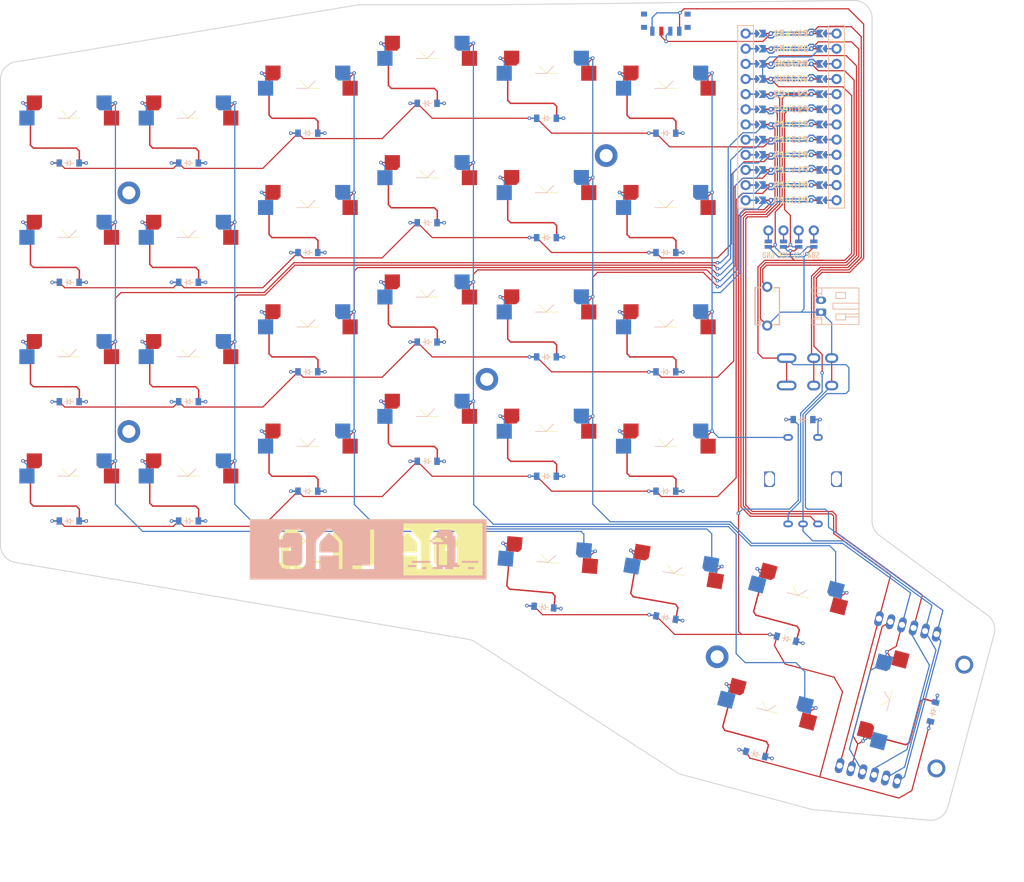
<source format=kicad_pcb>
(kicad_pcb (version 20241229) (generator "pcbnew") (generator_version "9.0")
  (title_block (title "lag_large") (date "2025-11-24") (rev "v1.0.0") (company "Unknown"))
  (layers (0 "F.Cu" signal) (2 "B.Cu" signal) (13 "F.Paste" user) (15 "B.Paste" user) (5 "F.SilkS" user "F.Silkscreen") (7 "B.SilkS" user "B.Silkscreen") (1 "F.Mask" user) (3 "B.Mask" user) (25 "Edge.Cuts" user))
  (net 0 "")
  (net 1 "P4")
  (net 2 "outer_bottom")
  (net 3 "GND")
  (net 4 "outer_home")
  (net 5 "outer_top")
  (net 6 "outer_num")
  (net 7 "P5")
  (net 8 "pinky_bottom")
  (net 9 "pinky_home")
  (net 10 "pinky_top")
  (net 11 "pinky_num")
  (net 12 "P6")
  (net 13 "ring_bottom")
  (net 14 "ring_home")
  (net 15 "ring_top")
  (net 16 "ring_num")
  (net 17 "P7")
  (net 18 "middle_bottom")
  (net 19 "middle_home")
  (net 20 "middle_top")
  (net 21 "middle_num")
  (net 22 "P8")
  (net 23 "index_bottom")
  (net 24 "index_home")
  (net 25 "index_top")
  (net 26 "index_num")
  (net 27 "P9")
  (net 28 "inner_bottom")
  (net 29 "inner_home")
  (net 30 "inner_top")
  (net 31 "inner_num")
  (net 32 "outer_rowt")
  (net 33 "middle_rowt")
  (net 34 "inner_rowt")
  (net 35 "middle_rowb")
  (net 36 "inner_rowb")
  (net 37 "P16")
  (net 38 "P14")
  (net 39 "P15")
  (net 40 "P18")
  (net 41 "P10")
  (net 42 "RAW")
  (net 43 "RST")
  (net 44 "VCC")
  (net 45 "P21")
  (net 46 "P20")
  (net 47 "P19")
  (net 48 "P1")
  (net 49 "P0")
  (net 50 "P2")
  (net 51 "P3")
  (net 52 "MCU1_24")
  (net 53 "MCU1_1")
  (net 54 "MCU1_23")
  (net 55 "MCU1_2")
  (net 56 "MCU1_22")
  (net 57 "MCU1_3")
  (net 58 "MCU1_21")
  (net 59 "MCU1_4")
  (net 60 "MCU1_20")
  (net 61 "MCU1_5")
  (net 62 "MCU1_19")
  (net 63 "MCU1_6")
  (net 64 "MCU1_18")
  (net 65 "MCU1_7")
  (net 66 "MCU1_17")
  (net 67 "MCU1_8")
  (net 68 "MCU1_16")
  (net 69 "MCU1_9")
  (net 70 "MCU1_15")
  (net 71 "MCU1_10")
  (net 72 "MCU1_14")
  (net 73 "MCU1_11")
  (net 74 "MCU1_13")
  (net 75 "MCU1_12")
  (net 76 "sw1")
  (net 77 "en_s2")
  (net 78 "DISP1_1")
  (net 79 "DISP1_2")
  (net 80 "DISP1_3")
  (net 81 "DISP1_4")
  (footprint "ceoloide:diode_tht_sod123" (layer "F.Cu") (at 107.261376 120.003198)
    (property "Reference" "D10" (hide yes))
    (property "Value" "")
  )
  (footprint "ceoloide:diode_tht_sod123" (layer "F.Cu") (at 167.273382 161.211082 -10)
    (property "Reference" "D26" (hide yes))
    (property "Value" "")
  )
  (footprint "434121025816" (layer "F.Cu") (at 184.268866 108.998198 -90)
    (property "Reference" "S30" (hide yes))
    (property "Value" "" (hide yes))
  )
  (footprint "nice!view" (layer "F.Cu") (at 188.268857 112.998188 180)
    (property "Reference" "DISP1" (hide yes))
    (property "Value" "")
  )
  (footprint "ceoloide:diode_tht_sod123" (layer "F.Cu") (at 146.830579 159.441665 -5)
    (property "Reference" "D25" (hide yes))
    (property "Value" "")
  )
  (footprint "ceoloide:diode_tht_sod123" (layer "F.Cu") (at 182.307156 184.076402 -15)
    (property "Reference" "D28" (hide yes))
    (property "Value" "")
  )
  (footprint "ceoloide:diode_tht_sod123" (layer "F.Cu") (at 167.268864 100.000685)
    (property "Reference" "D23" (hide yes))
    (property "Value" "")
  )
  (footprint "ceoloide:diode_tht_sod123" (layer "F.Cu") (at 87.258864 105.000689)
    (property "Reference" "D7" (hide yes))
    (property "Value" "")
  )
  (footprint "ceoloide:diode_tht_sod123" (layer "F.Cu") (at 127.263878 74.998188)
    (property "Reference" "D16" (hide yes))
    (property "Value" "")
  )
  (footprint "ceoloide:diode_tht_sod123" (layer "F.Cu") (at 107.261371 100.000685)
    (property "Reference" "D11" (hide yes))
    (property "Value" "")
  )
  (footprint "ceoloide:diode_tht_sod123" (layer "F.Cu") (at 87.258861 84.998198)
    (property "Reference" "D8" (hide yes))
    (property "Value" "")
  )
  (footprint "ceoloide:diode_tht_sod123" (layer "F.Cu") (at 147.266361 137.505686)
    (property "Reference" "D17" (hide yes))
    (property "Value" "")
  )
  (footprint "ceoloide:rotary_encoder_ec11_ec12" (layer "F.Cu") (at 190.268848 137.998194)
    (property "Reference" "RE1" (hide yes))
    (property "Value" "")
  )
  (footprint "ceoloide:diode_tht_sod123" (layer "F.Cu") (at 107.261358 79.998195)
    (property "Reference" "D12" (hide yes))
    (property "Value" "")
  )
  (footprint "joystick" (layer "F.Cu") (at 212.625538 186.480289 75)
    (property "Reference" "XX1" (hide yes))
    (property "Value" "" (hide yes))
  )
  (footprint "ceoloide:diode_tht_sod123" (layer "F.Cu") (at 167.268861 120.003179)
    (property "Reference" "D22" (hide yes))
    (property "Value" "")
  )
  (footprint "ceoloide:diode_tht_sod123" (layer "F.Cu") (at 87.258867 145.005688)
    (property "Reference" "D5" (hide yes))
    (property "Value" "")
  )
  (footprint "ceoloide:mounting_hole_plated" (layer "F.Cu") (at 77.257621 130.004429)
    (property "Reference" "H3" (hide yes))
    (property "Value" "")
  )
  (footprint "ceoloide:mounting_hole_plated" (layer "F.Cu") (at 157.267623 83.749448)
    (property "Reference" "H2" (hide yes))
    (property "Value" "")
  )
  (footprint "ceoloide:diode_tht_sod123" (layer "F.Cu") (at 67.256366 105.000694)
    (property "Reference" "D3" (hide yes))
    (property "Value" "")
  )
  (footprint "ceoloide:trrs_pj320a (reversible, symmetric)" (layer "F.Cu") (at 198.268879 119.998192 -90)
    (property "Reference" "TRRS1" (hide yes))
    (property "Value" "")
  )
  (footprint "ceoloide:diode_tht_sod123" (layer "F.Cu") (at 167.26886 79.998171)
    (property "Reference" "D24" (hide yes))
    (property "Value" "")
  )
  (footprint "ceoloide:mcu_supermini_nrf52840" (layer "F.Cu") (at 188.268867 75.998202)
    (property "Reference" "MCU1" (hide yes))
    (property "Value" "")
  )
  (footprint "ceoloide:diode_tht_sod123" (layer "F.Cu") (at 67.256373 125.003193)
    (property "Reference" "D2" (hide yes))
    (property "Value" "")
  )
  (footprint "Connector_JST:JST_PH_S2B-PH-K_1x02_P2.00mm_Horizontal" (layer "F.Cu") (at 193.268859 109.998196 90)
    (property "Reference" "_30" (hide yes))
    (property "Value" "" (hide yes))
  )
  (footprint "ceoloide:diode_tht_sod123" (layer "F.Cu") (at 147.26637 117.503191)
    (property "Reference" "D18" (hide yes))
    (property "Value" "")
  )
  (footprint "ceoloide:mounting_hole_plated" (layer "F.Cu") (at 137.265104 121.254437)
    (property "Reference" "H4" (hide yes))
    (property "Value" "")
  )
  (footprint "ceoloide:mounting_hole_plated" (layer "F.Cu") (at 175.871428 167.766906 -12.5)
    (property "Reference" "H5" (hide yes))
    (property "Value" "")
  )
  (footprint "ceoloide:diode_tht_sod123" (layer "F.Cu") (at 147.266357 97.500687)
    (property "Reference" "D19" (hide yes))
    (property "Value" "")
  )
  (footprint "Button_Switch_SMD:SW_SPDT_PCM12" (layer "F.Cu") (at 167.268871 61.473189 180)
    (property "Reference" "T1" (hide yes))
    (property "Value" "" (hide yes))
  )
  (footprint "ceoloide:diode_tht_sod123" (layer "F.Cu") (at 127.263865 115.003186)
    (property "Reference" "D14" (hide yes))
    (property "Value" "")
  )
  (footprint "ceoloide:diode_tht_sod123" (layer "F.Cu") (at 187.484174 164.755469 -15)
    (property "Reference" "D27" (hide yes))
    (property "Value" "")
  )
  (footprint "ceoloide:diode_tht_sod123" (layer "F.Cu") (at 67.256353 84.998197)
    (property "Reference" "D4" (hide yes))
    (property "Value" "")
  )
  (footprint "ceoloide:mounting_hole_plated" (layer "F.Cu") (at 77.257618 89.999449)
    (property "Reference" "H1" (hide yes))
    (property "Value" "")
  )
  (footprint "ceoloide:diode_tht_sod123" (layer "F.Cu") (at 107.261361 140.005701)
    (property "Reference" "D9" (hide yes))
    (property "Value" "")
  )
  (footprint "ceoloide:diode_tht_sod123" (layer "F.Cu") (at 190.268854 127.998186)
    (property "Reference" "D30" (hide yes))
    (property "Value" "")
  )
  (footprint "ceoloide:diode_tht_sod123" (layer "F.Cu") (at 167.268858 140.005692)
    (property "Reference" "D21" (hide yes))
    (property "Value" "")
  )
  (footprint "joystick" (layer "F.Cu") (at 217.284304 169.093625 75)
    (property "Reference" "XX2" (hide yes))
    (property "Value" "" (hide yes))
  )
  (footprint "ceoloide:diode_tht_sod123" (layer "F.Cu") (at 127.26386 95.000691)
    (property "Reference" "D15" (hide yes))
    (property "Value" "")
  )
  (footprint "ceoloide:diode_tht_sod123" (layer "F.Cu") (at 212.057152 177.010498 75)
    (property "Reference" "D29" (hide yes))
    (property "Value" "")
  )
  (footprint "ceoloide:diode_tht_sod123" (layer "F.Cu") (at 127.263852 135.00568)
    (property "Reference" "D13" (hide yes))
    (property "Value" "")
  )
  (footprint "ceoloide:diode_tht_sod123" (layer "F.Cu") (at 147.266355 77.498173)
    (property "Reference" "D20" (hide yes))
    (property "Value" "")
  )
  (footprint "ceoloide:diode_tht_sod123" (layer "F.Cu") (at 87.258865 125.003182)
    (property "Reference" "D6" (hide yes))
    (property "Value" "")
  )
  (footprint "ceoloide:diode_tht_sod123" (layer "F.Cu") (at 67.256373 145.005693)
    (property "Reference" "D1" (hide yes))
    (property "Value" "")
  )
  (footprint "ceoloide:switch_mx" (layer "B.Cu") (at 127.263858 69.998185)
    (property "Reference" "S16" (hide yes))
    (property "Value" "")
  )
  (footprint "ceoloide:switch_mx" (layer "B.Cu") (at 67.256358 140.005695)
    (property "Reference" "S1" (hide yes))
    (property "Value" "")
  )
  (footprint "ceoloide:switch_mx" (layer "B.Cu") (at 127.263861 110.003191)
    (property "Reference" "S14" (hide yes))
    (property "Value" "")
  )
  (footprint "ceoloide:switch_mx" (layer "B.Cu") (at 87.258859 100.000678)
    (property "Reference" "S7" (hide yes))
    (property "Value" "")
  )
  (footprint "ceoloide:switch_mx" (layer "B.Cu") (at 147.266364 72.498199)
    (property "Reference" "S20" (hide yes))
    (property "Value" "")
  )
  (footprint "ceoloide:switch_mx" (layer "B.Cu") (at 188.778273 159.925832 -15)
    (property "Reference" "S27" (hide yes))
    (property "Value" "")
  )
  (footprint "ceoloide:switch_mx" (layer "B.Cu") (at 147.266373 132.505698)
    (property "Reference" "S17" (hide yes))
    (property "Value" "")
  )
  (footprint "ceoloide:switch_mx" (layer "B.Cu") (at 147.266354 92.50068)
    (property "Reference" "S19" (hide yes))
    (property "Value" "")
  )
  (footprint "ceoloide:switch_mx" (layer "B.Cu") (at 107.261371 74.998181)
    (property "Reference" "S12" (hide yes))
    (property "Value" "")
  )
  (footprint "ceoloide:switch_mx" (layer "B.Cu") (at 147.266358 154.460684 -5)
    (property "Reference" "S25" (hide yes))
    (property "Value" "")
  )
  (footprint "ceoloide:switch_mx" (layer "B.Cu") (at 167.268867 135.005686)
    (property "Reference" "S21" (hide yes))
    (property "Value" "")
  )
  (footprint "ceoloide:switch_mx" (layer "B.Cu") (at 107.261363 95.000683)
    (property "Reference" "S11" (hide yes))
    (property "Value" "")
  )
  (footprint "ceoloide:switch_mx" (layer "B.Cu") (at 67.256358 79.998183)
    (property "Reference" "S4" (hide yes))
    (property "Value" "")
  )
  (footprint "ceoloide:switch_mx" (layer "B.Cu") (at 87.258865 140.005673)
    (property "Reference" "S5" (hide yes))
    (property "Value" "")
  )
  (footprint "ceoloide:switch_mx" (layer "B.Cu") (at 67.256374 100.000691)
    (property "Reference" "S3" (hide yes))
    (property "Value" "")
  )
  (footprint "ceoloide:switch_mx" (layer "B.Cu") (at 127.263859 130.005687)
    (property "Reference" "S13" (hide yes))
    (property "Value" "")
  )
  (footprint "ceoloide:switch_mx" (layer "B.Cu") (at 107.261371 135.005687)
    (property "Reference" "S9" (hide yes))
    (property "Value" "")
  )
  (footprint "ceoloide:switch_mx" (layer "B.Cu") (at 183.601246 179.246765 -15)
    (property "Reference" "S28" (hide yes))
    (property "Value" "")
  )
  (footprint "ceoloide:switch_mx" (layer "B.Cu") (at 147.266373 112.503196)
    (property "Reference" "S18" (hide yes))
    (property "Value" "")
  )
  (footprint "ceoloide:switch_mx" (layer "B.Cu") (at 167.26887 95.000698)
    (property "Reference" "S23" (hide yes))
    (property "Value" "")
  )
  (footprint "ceoloide:switch_mx" (layer "B.Cu") (at 87.258858 79.998188)
    (property "Reference" "S8" (hide yes))
    (property "Value" "")
  )
  (footprint "ceoloide:switch_mx" (layer "B.Cu") (at 167.268868 74.998191)
    (property "Reference" "S24" (hide yes))
    (property "Value" "")
  )
  (footprint "ceoloide:switch_mx" (layer "B.Cu") (at 207.227512 175.716404 75)
    (property "Reference" "S29" (hide yes))
    (property "Value" "")
  )
  (footprint "ceoloide:switch_mx" (layer "B.Cu") (at 87.258857 120.003188)
    (property "Reference" "S6" (hide yes))
    (property "Value" "")
  )
  (footprint "ceoloide:switch_mx" (layer "B.Cu") (at 167.268859 115.00319)
    (property "Reference" "S22" (hide yes))
    (property "Value" "")
  )
  (footprint "ceoloide:switch_mx" (layer "B.Cu") (at 127.263871 90.000693)
    (property "Reference" "S15" (hide yes))
    (property "Value" "")
  )
  (footprint "ceoloide:switch_mx" (layer "B.Cu") (at 107.261353 115.003196)
    (property "Reference" "S10" (hide yes))
    (property "Value" "")
  )
  (footprint "ceoloide:switch_mx" (layer "B.Cu") (at 67.256364 120.003191)
    (property "Reference" "S2" (hide yes))
    (property "Value" "")
  )
  (footprint "ceoloide:switch_mx" (layer "B.Cu") (at 168.141619 156.287033 -10)
    (property "Reference" "S26" (hide yes))
    (property "Value" "")
  )
  (gr_poly (pts (xy 137.222628 154.819184) (xy 97.535131 154.81917) (xy 97.535121 154.121902) (xy 98.231462 154.121913) (xy 111.46109 154.121931) (xy 111.461084 153.072927) (xy 116.392145 153.072922) (xy 120.01289 153.072922) (xy 120.012889 152.466698) (xy 117.043168 152.466709) (xy 117.043181 148.968149) (xy 121.680387 148.968138) (xy 121.680381 153.072919) (xy 122.297332 153.072921) (xy 122.297334 150.808861) (xy 125.552328 150.808854) (xy 125.552322 153.072927) (xy 126.169249 153.072917) (xy 126.169261 148.969077) (xy 126.168425 148.887663) (xy 126.16576 148.810471) (xy 126.161055 148.737168) (xy 126.1541 148.66744) (xy 126.14467 148.600916) (xy 126.132541 148.537262) (xy 126.117495 148.476157) (xy 126.099335 148.417286) (xy 126.07781 148.360265) (xy 126.052735 148.304799) (xy 126.023856 148.250541) (xy 125.991009 148.19716) (xy 125.953921 148.144303) (xy 125.912405 148.091662) (xy 125.866231 148.038865) (xy 125.815181 147.985607) (xy 125.692015 147.858456) (xy 127.802691 147.858453) (xy 127.802693 151.632024) (xy 127.804346 151.707591) (xy 127.809287 151.781977) (xy 127.817454 151.855165) (xy 127.82878 151.92701) (xy 127.843155 151.997478) (xy 127.860599 152.06644) (xy 127.880973 152.133853) (xy 127.904252 152.199632) (xy 127.930348 152.263665) (xy 127.959211 152.325908) (xy 127.990775 152.386253) (xy 128.024983 152.444628) (xy 128.061728 152.500966) (xy 128.100981 152.555165) (xy 128.142725 152.60714) (xy 128.18679 152.656821) (xy 128.233164 152.704123) (xy 128.281807 152.748978) (xy 128.332614 152.791286) (xy 128.385526 152.830938) (xy 128.440494 152.867925) (xy 128.497444 152.902111) (xy 128.556335 152.933445) (xy 128.617051 152.96181) (xy 128.679592 152.98714) (xy 128.743823 153.009369) (xy 128.809732 153.028401) (xy 128.877225 153.044148) (xy 128.946245 153.056553) (xy 129.016734 153.065513) (xy 129.088639 153.070927) (xy 129.161873 153.072754) (xy 130.932227 153.072767) (xy 131.005467 153.071133) (xy 131.077393 153.066277) (xy 131.147903 153.05824) (xy 131.21694 153.047104) (xy 131.284453 153.032914) (xy 131.350358 153.015715) (xy 131.414616 152.995578) (xy 131.477136 152.972562) (xy 131.537877 152.946693) (xy 131.596759 152.918066) (xy 131.653731 152.886737) (xy 131.708686 152.852738) (xy 131.761622 152.816106) (xy 131.812428 152.776937) (xy 131.861063 152.735295) (xy 131.907464 152.691218) (xy 131.951542 152.64475) (xy 131.993253 152.59597) (xy 132.03252 152.544915) (xy 132.069275 152.491654) (xy 132.10348 152.436255) (xy 132.135042 152.378753) (xy 132.163902 152.319194) (xy 132.19002 152.257659) (xy 132.213301 152.194209) (xy 132.233672 152.128888) (xy 132.251085 152.061727) (xy 132.265493 151.992855) (xy 132.276802 151.922251) (xy 132.284955 151.85002) (xy 132.289921 151.776179) (xy 132.291594 151.700822) (xy 132.291574 149.459642) (xy 130.304084 149.45965) (xy 130.304093 150.042806) (xy 131.663421 150.042822) (xy 131.663434 151.757933) (xy 131.662556 151.792135) (xy 131.659985 151.826064) (xy 131.655768 151.859698) (xy 131.649924 151.892968) (xy 131.64248 151.925812) (xy 131.633505 151.958175) (xy 131.623013 151.990009) (xy 131.611094 152.021259) (xy 131.597721 152.051884) (xy 131.58298 152.081828) (xy 131.566895 152.111012) (xy 131.549503 152.139403) (xy 131.530853 152.166933) (xy 131.510967 152.19356) (xy 131.489896 152.219218) (xy 131.467701 152.243855) (xy 131.444393 152.267424) (xy 131.420036 152.289874) (xy 131.394631 152.31114) (xy 131.368265 152.33117) (xy 131.340931 152.349907) (xy 131.312708 152.367292) (xy 131.283628 152.38331) (xy 131.253694 152.397833) (xy 131.223002 152.41086) (xy 131.191557 152.42235) (xy 131.159418 152.43221) (xy 131.126619 152.440392) (xy 131.093167 152.44686) (xy 131.059159 152.451536) (xy 131.024601 152.454402) (xy 130.989502 152.455355) (xy 129.104743 152.455342) (xy 129.069634 152.454333) (xy 129.035056 152.45128) (xy 129.001007 152.446272) (xy 128.96757 152.439393) (xy 128.934742 152.430689) (xy 128.902579 152.420227) (xy 128.871124 152.408054) (xy 128.840432 152.39424) (xy 128.810502 152.378847) (xy 128.781409 152.361946) (xy 128.753165 152.343608) (xy 128.725868 152.32389) (xy 128.699475 152.302828) (xy 128.6741 152.280521) (xy 128.649733 152.257007) (xy 128.626429 152.232353) (xy 128.60424 152.206648) (xy 128.583179 152.179929) (xy 128.563331 152.152257) (xy 128.544678 152.123699) (xy 128.527289 152.094315) (xy 128.511214 152.064188) (xy 128.496482 152.033355) (xy 128.483131 152.001911) (xy 128.471213 151.969875) (xy 128.460724 151.937351) (xy 128.451766 151.904369) (xy 128.444347 151.871039) (xy 128.438479 151.837349) (xy 128.43424 151.803419) (xy 128.431704 151.769303) (xy 128.430832 151.735061) (xy 128.430829 147.744213) (xy 128.431697 147.709922) (xy 128.43427 147.675718) (xy 128.438504 147.641639) (xy 128.444334 147.607767) (xy 128.451747 147.574158) (xy 128.460731 147.540887) (xy 128.471204 147.508019) (xy 128.483125 147.475618) (xy 128.496479 147.443744) (xy 128.51121 147.412479) (xy 128.527282 147.381892) (xy 128.544673 147.352027) (xy 128.563321 147.322981) (xy 128.583183 147.294804) (xy 128.604222 147.267548) (xy 128.62643 147.2413) (xy 128.649734 147.216139) (xy 128.674087 147.192107) (xy 128.699481 147.169272) (xy 128.725856 147.147721) (xy 128.753172 147.127497) (xy 128.781412 147.108711) (xy 128.810497 147.091375) (xy 128.84044 147.075583) (xy 128.871118 147.061388) (xy 128.902585 147.048877) (xy 128.934733 147.03811) (xy 128.967559 147.029142) (xy 129.001012 147.022046) (xy 129.035056 147.016916) (xy 129.069641 147.013773) (xy 129.10474 147.012721) (xy 130.989519 147.012701) (xy 131.024579 147.013694) (xy 131.059137 147.016654) (xy 131.093173 147.02148) (xy 131.126611 147.028167) (xy 131.159414 147.036616) (xy 131.191569 147.046779) (xy 131.22301 147.058611) (xy 131.253715 147.072038) (xy 131.283624 147.086984) (xy 131.312711 147.103437) (xy 131.340924 147.121294) (xy 131.368259 147.140542) (xy 131.394633 147.161077) (xy 131.420033 147.182871) (xy 131.444404 147.205843) (xy 131.467713 147.229944) (xy 131.489909 147.255124) (xy 131.510977 147.281307) (xy 131.530854 147.308469) (xy 131.549499 147.336495) (xy 131.566888 147.365386) (xy 131.582979 147.395048) (xy 131.597729 147.4254) (xy 131.611101 147.456449) (xy 131.623031 147.488084) (xy 131.633495 147.520267) (xy 131.642482 147.552923) (xy 131.649915 147.586025) (xy 131.655756 147.619483) (xy 131.659993 147.653251) (xy 131.662558 147.687274) (xy 131.663423 147.721475) (xy 131.663422 148.06467) (xy 132.291586 148.064681) (xy 132.291578 147.812528) (xy 132.289912 147.737181) (xy 132.284967 147.663372) (xy 132.276812 147.59114) (xy 132.265484 147.520541) (xy 132.251081 147.451662) (xy 132.233665 147.384524) (xy 132.213283 147.319209) (xy 132.190006 147.255758) (xy 132.163896 147.194234) (xy 132.135045 147.134689) (xy 132.103484 147.077183) (xy 132.069287 147.021763) (xy 132.032513 146.968495) (xy 131.993234 146.917443) (xy 131.951549 146.86868) (xy 131.90745 146.822181) (xy 131.861091 146.778117) (xy 131.812432 146.736455) (xy 131.761618 146.697291) (xy 131.708697 146.660666) (xy 131.653703 146.626667) (xy 131.596743 146.595306) (xy 131.537885 146.566685) (xy 131.477144 146.540808) (xy 131.414615 146.517792) (xy 131.350371 146.497648) (xy 131.284443 146.480447) (xy 131.216936 146.466246) (xy 131.147899 146.455104) (xy 131.077379 146.447077) (xy 131.00547 146.442224) (xy 130.932243 146.440595) (xy 129.16186 146.440592) (xy 129.088629 146.442367) (xy 129.016742 146.447585) (xy 128.946263 146.456248) (xy 128.877228 146.468214) (xy 128.809729 146.483457) (xy 128.743827 146.50187) (xy 128.67958 146.523406) (xy 128.617058 146.54797) (xy 128.556326 146.575504) (xy 128.497459 146.605938) (xy 128.440507 146.63916) (xy 128.385541 146.675168) (xy 128.332619 146.713822) (xy 128.281789 146.755071) (xy 128.233171 146.798862) (xy 128.186781 146.845097) (xy 128.14269 146.893695) (xy 128.101008 146.944618) (xy 128.061736 146.99778) (xy 128.024968 147.05309) (xy 127.990783 147.110477) (xy 127.95922 147.169891) (xy 127.930343 147.231216) (xy 127.904244 147.294427) (xy 127.880979 147.35943) (xy 127.8606 147.426156) (xy 127.84317 147.494506) (xy 127.828772 147.564445) (xy 127.817459 147.635874) (xy 127.809303 147.708747) (xy 127.804345 147.782957) (xy 127.802691 147.858453) (xy 125.692015 147.858456) (xy 124.318892 146.441065) (xy 123.530742 146.441056) (xy 122.034456 147.984662) (xy 121.983409 148.037925) (xy 121.937237 148.090712) (xy 121.895724 148.14337) (xy 121.858635 148.196215) (xy 121.825796 148.249618) (xy 121.796931 148.303881) (xy 121.771825 148.359341) (xy 121.750318 148.416347) (xy 121.732138 148.475247) (xy 121.717109 148.536322) (xy 121.704984 148.599978) (xy 121.69555 148.666497) (xy 121.688576 148.736249) (xy 121.683881 148.809552) (xy 121.681218 148.886723) (xy 121.680387 148.968138) (xy 117.043181 148.968149) (xy 117.043167 146.440909) (xy 116.392148 146.44091) (xy 116.392145 153.072922) (xy 111.461084 153.072927) (xy 111.461079 145.408403) (xy 98.231443 145.408409) (xy 98.231462 154.121913) (xy 97.535121 154.121902) (xy 97.535138 144.711464) (xy 137.222624 144.711443)) (fill yes) (layer "F.SilkS"))
  (gr_poly (pts (xy 110.76506 152.727084) (xy 109.37212 152.727086) (xy 109.372119 152.378779) (xy 110.765074 152.378777)) (fill yes) (layer "F.SilkS"))
  (gr_poly (pts (xy 101.713203 152.030313) (xy 98.92729 152.030296) (xy 98.9273 151.681686) (xy 101.713202 151.681675)) (fill yes) (layer "F.SilkS"))
  (gr_poly (pts (xy 105.542819 146.801813) (xy 105.890822 146.801823) (xy 105.890825 147.499076) (xy 106.238981 147.499066) (xy 106.238995 147.847542) (xy 106.587297 147.847551) (xy 106.587301 148.196501) (xy 106.239753 148.196497) (xy 106.239769 147.847869) (xy 105.193264 147.842718) (xy 105.193255 148.195401) (xy 104.843381 148.195397) (xy 104.846519 148.54512) (xy 106.587146 148.545124) (xy 106.587166 148.893432) (xy 105.891456 148.893441) (xy 105.891444 148.893129) (xy 105.890816 152.72709) (xy 106.587305 152.727096) (xy 106.5873 153.076184) (xy 104.846491 153.07618) (xy 104.846494 152.727092) (xy 104.498329 152.727096) (xy 104.498336 153.076189) (xy 103.105689 153.07619) (xy 103.107397 152.748251) (xy 103.105531 152.727091) (xy 102.061211 152.727088) (xy 102.059655 152.398541) (xy 102.061223 152.378777) (xy 102.409208 152.378768) (xy 102.409239 152.030316) (xy 102.758475 152.030301) (xy 102.758476 150.296673) (xy 102.761279 148.901376) (xy 102.76128 148.893437) (xy 104.130893 148.89344) (xy 104.15143 152.379082) (xy 105.542819 152.379076) (xy 105.54282 148.893436) (xy 104.130893 148.89344) (xy 102.76128 148.893437) (xy 102.761276 148.564575) (xy 102.758758 147.847862) (xy 104.151257 147.847866) (xy 104.498956 147.847859) (xy 104.498346 147.499391) (xy 104.151274 147.499404) (xy 104.151257 147.847866) (xy 102.758758 147.847862) (xy 102.757536 147.499243) (xy 103.105683 147.499228) (xy 103.105702 146.801985) (xy 103.453703 146.801991) (xy 103.453694 146.453513) (xy 105.542831 146.453512)) (fill yes) (layer "F.SilkS"))
  (gr_poly (pts (xy 110.068595 152.030293) (xy 106.935306 152.030308) (xy 106.935288 151.68168) (xy 110.068595 151.681684)) (fill yes) (layer "F.SilkS"))
  (gr_poly (pts (xy 108.330295 153.076185) (xy 107.631631 153.076183) (xy 107.63163 152.727078) (xy 108.330279 152.727098)) (fill yes) (layer "F.SilkS"))
  (gr_poly (pts (xy 106.935295 148.5448) (xy 106.587297 148.544818) (xy 106.587301 148.196501) (xy 106.935306 148.196492)) (fill yes) (layer "F.SilkS"))
  (gr_poly (pts (xy 100.668718 153.076185) (xy 99.624393 153.076198) (xy 99.624407 152.727725) (xy 100.668732 152.727713)) (fill yes) (layer "F.SilkS"))
  (gr_poly (pts (xy 106.587305 148.545105) (xy 106.587146 148.545124) (xy 106.587141 148.544814) (xy 106.587297 148.544818)) (fill yes) (layer "F.SilkS"))
  (gr_poly (pts (xy 125.335516 148.373301) (xy 125.371842 148.415319) (xy 125.403875 148.455758) (xy 125.431873 148.494961) (xy 125.456145 148.533252) (xy 125.476908 148.570952) (xy 125.494469 148.60834) (xy 125.509104 148.645763) (xy 125.52104 148.683542) (xy 125.530556 148.72199) (xy 125.537938 148.761413) (xy 125.543449 148.802168) (xy 125.547362 148.844534) (xy 125.549926 148.888842) (xy 125.551443 148.935424) (xy 125.55233 149.036614) (xy 125.552346 150.271763) (xy 125.552305 150.271914) (xy 122.297335 150.271918) (xy 122.297332 149.03664) (xy 122.297756 148.935432) (xy 122.298755 148.888858) (xy 122.300712 148.844563) (xy 122.303952 148.802197) (xy 122.308777 148.761472) (xy 122.315513 148.722035) (xy 122.324465 148.683606) (xy 122.335972 148.645823) (xy 122.350324 148.608408) (xy 122.367882 148.571005) (xy 122.388924 148.533337) (xy 122.413779 148.495022) (xy 122.442778 148.455795) (xy 122.47623 148.415334) (xy 122.514442 148.373301) (xy 123.850586 146.989835) (xy 124.021958 146.989839)) (fill yes) (layer "F.SilkS"))
  (gr_poly (pts (xy 135.133354 153.076175) (xy 134.089025 153.076184) (xy 134.089029 152.727719) (xy 135.133354 152.727718)) (fill yes) (layer "B.SilkS"))
  (gr_poly (pts (xy 131.304062 146.801986) (xy 131.652073 146.801969) (xy 131.652061 147.499236) (xy 132.000214 147.499223) (xy 131.996481 148.564558) (xy 131.996498 148.901368) (xy 131.999303 150.296657) (xy 131.999299 152.030304) (xy 132.34854 152.030299) (xy 132.348539 152.378779) (xy 132.696531 152.378783) (xy 132.698092 152.398541) (xy 132.696538 152.727082) (xy 131.652211 152.727084) (xy 131.650331 152.748246) (xy 131.652061 153.076186) (xy 130.259427 153.076183) (xy 130.259422 152.727087) (xy 129.911264 152.727095) (xy 129.911253 153.076172) (xy 128.170446 153.076178) (xy 128.170462 152.727081) (xy 128.866942 152.72709) (xy 128.866867 152.37908) (xy 129.214925 152.379078) (xy 130.606343 152.379089) (xy 130.626884 148.893438) (xy 129.214933 148.893428) (xy 129.214925 152.379078) (xy 128.866867 152.37908) (xy 128.866311 148.893114) (xy 128.866311 148.893428) (xy 128.170609 148.893444) (xy 128.170609 148.545104) (xy 129.911246 148.545115) (xy 129.914353 148.195387) (xy 129.564503 148.195401) (xy 129.564504 147.847865) (xy 130.258807 147.847853) (xy 130.606485 147.847847) (xy 130.606484 147.499378) (xy 130.259418 147.499385) (xy 130.258807 147.847853) (xy 129.564504 147.847865) (xy 129.564491 147.842729) (xy 128.517994 147.847858) (xy 128.518002 148.196479) (xy 128.170454 148.196476) (xy 128.170453 147.847541) (xy 128.518774 147.84755) (xy 128.518768 147.49909) (xy 128.866924 147.499072) (xy 128.86692 146.801822) (xy 129.214941 146.801825) (xy 129.21493 146.453517) (xy 131.304053 146.453505)) (fill yes) (layer "B.SilkS"))
  (gr_poly (pts (xy 135.830458 152.030301) (xy 133.044548 152.030297) (xy 133.044539 151.681661) (xy 135.830446 151.681664)) (fill yes) (layer "B.SilkS"))
  (gr_poly (pts (xy 127.822453 152.030304) (xy 124.689171 152.030299) (xy 124.689158 151.681675) (xy 127.822467 151.681672)) (fill yes) (layer "B.SilkS"))
  (gr_poly (pts (xy 137.222626 154.819163) (xy 97.535135 154.819175) (xy 97.535131 154.121907) (xy 123.296678 154.121905) (xy 136.526307 154.121915) (xy 136.526315 145.408403) (xy 123.296685 145.408406) (xy 123.296678 154.121905) (xy 97.535131 154.121907) (xy 97.53512 147.812528) (xy 102.466197 147.812529) (xy 102.466178 148.064659) (xy 103.09434 148.064669) (xy 103.094339 147.721483) (xy 103.095202 147.687267) (xy 103.097779 147.653253) (xy 103.101988 147.619482) (xy 103.107858 147.586013) (xy 103.115281 147.552928) (xy 103.124246 147.520246) (xy 103.134719 147.488065) (xy 103.146669 147.456445) (xy 103.16002 147.425398) (xy 103.174775 147.395013) (xy 103.190855 147.365374) (xy 103.208247 147.33649) (xy 103.226909 147.30845) (xy 103.246787 147.281316) (xy 103.267847 147.255117) (xy 103.290045 147.22994) (xy 103.313365 147.205831) (xy 103.33774 147.182852) (xy 103.363115 147.161079) (xy 103.3895 147.140526) (xy 103.416822 147.121291) (xy 103.445051 147.10342) (xy 103.474154 147.08699) (xy 103.504041 147.072027) (xy 103.534752 147.058594) (xy 103.566199 147.046774) (xy 103.598336 147.036615) (xy 103.631155 147.028167) (xy 103.664594 147.021493) (xy 103.698615 147.016656) (xy 103.733174 147.013704) (xy 103.768239 147.0127) (xy 105.653016 147.012711) (xy 105.688111 147.013764) (xy 105.722699 147.016908) (xy 105.756743 147.022054) (xy 105.790201 147.029135) (xy 105.823022 147.038103) (xy 105.855179 147.048872) (xy 105.886633 147.061398) (xy 105.917336 147.075566) (xy 105.947253 147.091359) (xy 105.976351 147.108703) (xy 106.004576 147.127514) (xy 106.031892 147.147725) (xy 106.058276 147.169279) (xy 106.083653 147.192087) (xy 106.108035 147.216126) (xy 106.131338 147.241305) (xy 106.153521 147.267544) (xy 106.174567 147.294791) (xy 106.19445 147.322984) (xy 106.213081 147.352032) (xy 106.230469 147.381879) (xy 106.24655 147.412474) (xy 106.261279 147.443738) (xy 106.274643 147.475607) (xy 106.286558 147.508007) (xy 106.297048 147.54088) (xy 106.306014 147.574161) (xy 106.313439 147.607764) (xy 106.319268 147.641649) (xy 106.323494 147.675711) (xy 106.32606 147.709923) (xy 106.326931 147.744213) (xy 106.326927 151.735061) (xy 106.326053 151.769299) (xy 106.323495 151.80342) (xy 106.319283 151.837339) (xy 106.313425 151.871014) (xy 106.305999 151.904377) (xy 106.297017 151.937335) (xy 106.28656 151.969869) (xy 106.274631 152.001901) (xy 106.261283 152.033362) (xy 106.246557 152.064188) (xy 106.230472 152.094317) (xy 106.213077 152.123678) (xy 106.194443 152.152226) (xy 106.174582 152.179908) (xy 106.15352 152.206629) (xy 106.131328 152.232365) (xy 106.108029 152.257008) (xy 106.083663 152.280512) (xy 106.058271 152.302812) (xy 106.031904 152.323877) (xy 106.004584 152.343604) (xy 105.976342 152.361957) (xy 105.947274 152.378851) (xy 105.917329 152.394231) (xy 105.886639 152.408053) (xy 105.855184 152.420226) (xy 105.823024 152.430692) (xy 105.790196 152.439387) (xy 105.756748 152.446269) (xy 105.722702 152.451281) (xy 105.68811 152.454309) (xy 105.653014 152.455336) (xy 103.768251 152.455349) (xy 103.733184 152.45438) (xy 103.698617 152.451523) (xy 103.664592 152.446853) (xy 103.631153 152.440389) (xy 103.598345 152.43221) (xy 103.566191 152.422328) (xy 103.534746 152.410864) (xy 103.504062 152.397838) (xy 103.474138 152.383286) (xy 103.445047 152.367287) (xy 103.416819 152.349903) (xy 103.389501 152.331149) (xy 103.363118 152.311134) (xy 103.337729 152.289853) (xy 103.313364 152.267425) (xy 103.290046 152.243852) (xy 103.26786 152.219207) (xy 103.246803 152.193561) (xy 103.226918 152.166935) (xy 103.208248 152.139402) (xy 103.190867 152.111017) (xy 103.17477 152.081817) (xy 103.160035 152.05189) (xy 103.14666 152.02128) (xy 103.134725 151.990005) (xy 103.124243 151.958166) (xy 103.115281 151.925791) (xy 103.107834 151.892949) (xy 103.101997 151.859686) (xy 103.097762 151.826061) (xy 103.095201 151.792118) (xy 103.094336 151.757937) (xy 103.094335 150.04281) (xy 104.453673 150.042808) (xy 104.453688 149.459642) (xy 102.466169 149.45963) (xy 102.466183 151.700799) (xy 102.467857 151.776174) (xy 102.472785 151.849993) (xy 102.480959 151.922253) (xy 102.492271 151.992833) (xy 102.506672 152.061748) (xy 102.524106 152.128874) (xy 102.544489 152.194207) (xy 102.567751 152.257667) (xy 102.59385 152.319194) (xy 102.622714 152.378742) (xy 102.654274 152.436261) (xy 102.688464 152.491673) (xy 102.725233 152.54491) (xy 102.76451 152.595954) (xy 102.806216 152.644747) (xy 102.850289 152.691214) (xy 102.896699 152.735292) (xy 102.945319 152.776937) (xy 102.996125 152.816112) (xy 103.049057 152.852717) (xy 103.10404 152.886712) (xy 103.161007 152.91806) (xy 103.219895 152.946689) (xy 103.280618 152.972561) (xy 103.343155 152.99558) (xy 103.407419 153.01571) (xy 103.473318 153.032921) (xy 103.540826 153.047119) (xy 103.609876 153.05824) (xy 103.680371 153.066282) (xy 103.752272 153.071116) (xy 103.825523 153.07277) (xy 105.595896 153.072765) (xy 105.669127 153.070927) (xy 105.741008 153.065499) (xy 105.811505 153.056547) (xy 105.880541 153.044156) (xy 105.948038 153.028399) (xy 106.013932 153.009352) (xy 106.078184 152.987143) (xy 106.140696 152.961802) (xy 106.201414 152.933438) (xy 106.260305 152.90212) (xy 106.317258 152.867917) (xy 106.372223 152.830958) (xy 106.425163 152.791253) (xy 106.475971 152.748962) (xy 106.524594 152.704126) (xy 106.57097 152.656812) (xy 106.615056 152.607128) (xy 106.656765 152.555157) (xy 106.696031 152.500958) (xy 106.732795 152.444633) (xy 106.766977 152.386242) (xy 106.798545 152.32591) (xy 106.827392 152.263665) (xy 106.853511 152.19962) (xy 106.87678 152.133847) (xy 106.897175 152.066451) (xy 106.914576 151.997465) (xy 106.928998 151.927008) (xy 106.940307 151.855172) (xy 106.948468 151.781975) (xy 106.953412 151.707565) (xy 106.95507 151.63202) (xy 106.955068 148.969069) (xy 108.588485 148.969069) (xy 108.588482 153.072918) (xy 109.205426 153.072903) (xy 109.205429 150.808859) (xy 112.460429 150.808858) (xy 112.460432 153.07292) (xy 113.077375 153.072919) (xy 113.077382 152.466702) (xy 114.744867 152.466708) (xy 114.744878 153.072906) (xy 118.365616 153.072902) (xy 118.365622 146.440897) (xy 117.71458 146.440896) (xy 117.714582 152.466721) (xy 114.744867 152.466708) (xy 113.077382 152.466702) (xy 113.07737 148.968141) (xy 113.076549 148.886735) (xy 113.073887 148.809539) (xy 113.06917 148.736225) (xy 113.062233 148.666488) (xy 113.052785 148.599969) (xy 113.040654 148.536321) (xy 113.025606 148.475228) (xy 113.007437 148.416346) (xy 112.985928 148.35934) (xy 112.960833 148.303864) (xy 112.931983 148.249621) (xy 112.899111 148.196218) (xy 112.862031 148.143376) (xy 112.82051 148.09071) (xy 112.774344 148.03791) (xy 112.723306 147.984664) (xy 111.227004 146.441048) (xy 110.43886 146.441054) (xy 108.942572 147.985603) (xy 108.891521 148.038849) (xy 108.84535 148.091637) (xy 108.803841 148.144297) (xy 108.766767 148.197164) (xy 108.7339 148.250546) (xy 108.705035 148.304795) (xy 108.679949 148.360256) (xy 108.658436 148.41729) (xy 108.64025 148.476163) (xy 108.625231 148.537262) (xy 108.613089 148.600902) (xy 108.603647 148.66743) (xy 108.596693 148.737168) (xy 108.591982 148.810471) (xy 108.589324 148.887638) (xy 108.588485 148.969069) (xy 106.955068 148.969069) (xy 106.955067 147.858456) (xy 106.953413 147.782939) (xy 106.948463 147.708735) (xy 106.940303 147.635881) (xy 106.928976 147.564444) (xy 106.914592 147.494509) (xy 106.897163 147.426135) (xy 106.876788 147.359421) (xy 106.853501 147.294426) (xy 106.827399 147.23121) (xy 106.798538 147.169862) (xy 106.766979 147.110479) (xy 106.732789 147.053064) (xy 106.696024 146.997765) (xy 106.65676 146.944617) (xy 106.615059 146.893701) (xy 106.570975 146.84508) (xy 106.524599 146.798862) (xy 106.475958 146.755072) (xy 106.425152 146.713815) (xy 106.372231 146.675163) (xy 106.317262 146.639183) (xy 106.260301 146.605918) (xy 106.201426 146.575496) (xy 106.140694 146.547967) (xy 106.078175 146.523393) (xy 106.013934 146.501871) (xy 105.948028 146.483448) (xy 105.880531 146.468214) (xy 105.811505 146.456242) (xy 105.741016 146.447589) (xy 105.669117 146.442343) (xy 105.595904 146.440584) (xy 103.825517 146.440591) (xy 103.752284 146.442223) (xy 103.680366 146.447078) (xy 103.609874 146.455107) (xy 103.540832 146.466238) (xy 103.473325 146.480447) (xy 103.407398 146.497646) (xy 103.343164 146.517806) (xy 103.280621 146.540813) (xy 103.219895 146.566669) (xy 103.161 146.595312) (xy 103.104035 146.626663) (xy 103.049068 146.660673) (xy 102.996131 146.69728) (xy 102.945331 146.736449) (xy 102.896696 146.778098) (xy 102.850295 146.822204) (xy 102.80622 146.868661) (xy 102.764513 146.917442) (xy 102.725241 146.968491) (xy 102.688467 147.021756) (xy 102.654274 147.077172) (xy 102.622716 147.134679) (xy 102.593855 147.19422) (xy 102.567751 147.255744) (xy 102.544458 147.319206) (xy 102.524089 147.384509) (xy 102.506668 147.451661) (xy 102.492271 147.520559) (xy 102.480954 147.591131) (xy 102.472785 147.663356) (xy 102.467839 147.737178) (xy 102.466197 147.812529) (xy 97.53512 147.812528) (xy 97.535137 144.711453) (xy 137.222631 144.711461)) (fill yes) (layer "B.SilkS"))
  (gr_poly (pts (xy 128.170451 148.544813) (xy 127.82245 148.544802) (xy 127.822449 148.196479) (xy 128.170454 148.196476)) (fill yes) (layer "B.SilkS"))
  (gr_poly (pts (xy 128.170609 148.545104) (xy 128.170462 148.545109) (xy 128.170451 148.544813) (xy 128.170614 148.544804)) (fill yes) (layer "B.SilkS"))
  (gr_poly (pts (xy 127.126125 153.076188) (xy 126.427483 153.076196) (xy 126.427464 152.727085) (xy 127.126128 152.727088)) (fill yes) (layer "B.SilkS"))
  (gr_poly (pts (xy 125.385643 152.72708) (xy 123.992691 152.72708) (xy 123.99268 152.378771) (xy 125.385637 152.378759)) (fill yes) (layer "B.SilkS"))
  (gr_poly (pts (xy 112.243313 148.373292) (xy 112.281529 148.415331) (xy 112.314992 148.455803) (xy 112.34398 148.495027) (xy 112.368834 148.533317) (xy 112.389874 148.571002) (xy 112.407418 148.608391) (xy 112.421793 148.645829) (xy 112.433277 148.6836) (xy 112.442239 148.722043) (xy 112.448983 148.761467) (xy 112.453797 148.80219) (xy 112.457031 148.84454) (xy 112.459 148.888848) (xy 112.460003 148.935425) (xy 112.460445 149.036614) (xy 112.460432 150.271915) (xy 109.205446 150.271911) (xy 109.205435 150.271751) (xy 109.205437 149.036623) (xy 109.20632 148.935417) (xy 109.207819 148.88885) (xy 109.210396 148.84454) (xy 109.214304 148.802173) (xy 109.219818 148.761416) (xy 109.227211 148.721987) (xy 109.236746 148.683541) (xy 109.248667 148.645755) (xy 109.263285 148.608325) (xy 109.280849 148.570939) (xy 109.301626 148.53325) (xy 109.325876 148.494968) (xy 109.353885 148.455764) (xy 109.385907 148.415305) (xy 109.42223 148.373292) (xy 110.735804 146.989833) (xy 110.907165 146.989831)) (fill yes) (layer "B.SilkS"))
  (gr_line (start 134.171399 164.83401) (end 58.229733 151.954401) (stroke (width 0.15)) (layer "Edge.Cuts"))
  (gr_line (start 58.238216 68.055427) (end 115.493981 58.514003) (stroke (width 0.15)) (layer "Edge.Cuts"))
  (gr_arc (start 115.493981 58.514003) (mid 115.739709 58.483406) (end 115.987122 58.473182) (stroke (width 0.15)) (layer "Edge.Cuts"))
  (gr_line (start 55.731359 148.996635) (end 55.731353 71.014634) (stroke (width 0.15)) (layer "Edge.Cuts"))
  (gr_line (start 211.367414 195.166135) (end 192.005311 193.385356) (stroke (width 0.15)) (layer "Edge.Cuts"))
  (gr_line (start 169.089211 187.139379) (end 135.299628 165.273146) (stroke (width 0.15)) (layer "Edge.Cuts"))
  (gr_line (start 138.807012 58.472968) (end 198.807579 57.747417) (stroke (width 0.15)) (layer "Edge.Cuts"))
  (gr_line (start 203.063986 147.42995) (end 221.18648 160.786483) (stroke (width 0.15)) (layer "Edge.Cuts"))
  (gr_line (start 222.304382 163.977917) (end 214.539943 192.95522) (stroke (width 0.15)) (layer "Edge.Cuts"))
  (gr_arc (start 192.005311 193.385356) (mid 191.752557 193.351235) (end 191.503612 193.29575) (stroke (width 0.15)) (layer "Edge.Cuts"))
  (gr_arc (start 221.18648 160.786483) (mid 222.237954 162.209694) (end 222.304382 163.977917) (stroke (width 0.15)) (layer "Edge.Cuts"))
  (gr_line (start 115.987122 58.473182) (end 138.770727 58.4732) (stroke (width 0.15)) (layer "Edge.Cuts"))
  (gr_arc (start 214.539943 192.95522) (mid 213.357423 194.640014) (end 211.367414 195.166135) (stroke (width 0.15)) (layer "Edge.Cuts"))
  (gr_arc (start 134.171399 164.83401) (mid 134.757901 164.996076) (end 135.299628 165.273146) (stroke (width 0.15)) (layer "Edge.Cuts"))
  (gr_arc (start 203.063986 147.42995) (mid 202.166231 146.367809) (end 201.843864 145.014968) (stroke (width 0.15)) (layer "Edge.Cuts"))
  (gr_arc (start 198.807579 57.747417) (mid 200.952337 58.613079) (end 201.843859 60.747194) (stroke (width 0.15)) (layer "Edge.Cuts"))
  (gr_arc (start 55.731353 71.014634) (mid 56.442302 69.075455) (end 58.238216 68.055427) (stroke (width 0.15)) (layer "Edge.Cuts"))
  (gr_arc (start 169.942632 187.518508) (mid 169.501092 187.362359) (end 169.089211 187.139379) (stroke (width 0.15)) (layer "Edge.Cuts"))
  (gr_arc (start 138.807012 58.472968) (mid 138.788863 58.473136) (end 138.770727 58.4732) (stroke (width 0.15)) (layer "Edge.Cuts"))
  (gr_line (start 201.843859 60.747194) (end 201.843864 145.014968) (stroke (width 0.15)) (layer "Edge.Cuts"))
  (gr_arc (start 58.229733 151.954401) (mid 56.439547 150.93249) (end 55.731359 148.996635) (stroke (width 0.15)) (layer "Edge.Cuts"))
  (gr_line (start 191.503612 193.29575) (end 169.942632 187.518508) (stroke (width 0.15)) (layer "Edge.Cuts"))
  (segment (start 74.341367 95.585682) (end 74.341361 97.46068) (width 0.2) (layer "F.Cu") (net 1))
  (segment (start 75.006354 74.918182) (end 74.341362 75.583188) (width 0.2) (layer "F.Cu") (net 1))
  (segment (start 175.930682 101.714763) (end 104.930665 101.714753) (width 0.2) (layer "F.Cu") (net 1))
  (segment (start 74.341362 75.583188) (end 74.34136 77.458183) (width 0.2) (layer "F.Cu") (net 1))
  (segment (start 155.429619 150.07549) (end 154.709199 150.679995) (width 0.2) (layer "F.Cu") (net 1))
  (segment (start 193.043873 78.538188) (end 191.668872 78.538191) (width 0.25) (layer "F.Cu") (net 1))
  (segment (start 75.006368 114.923194) (end 74.341357 115.588192) (width 0.2) (layer "F.Cu") (net 1))
  (segment (start 74.341368 135.590686) (end 74.341357 137.465691) (width 0.2) (layer "F.Cu") (net 1))
  (segment (start 75.00636 94.92068) (end 74.341367 95.585682) (width 0.2) (layer "F.Cu") (net 1))
  (segment (start 75.930676 106.714754) (end 75.006375 107.639063) (width 0.2) (layer "F.Cu") (net 1))
  (segment (start 75.006371 134.925693) (end 74.341368 135.590686) (width 0.2) (layer "F.Cu") (net 1))
  (segment (start 99.930669 106.714759) (end 75.930676 106.714754) (width 0.2) (layer "F.Cu") (net 1))
  (segment (start 74.341357 115.588192) (end 74.341356 117.463191) (width 0.2) (layer "F.Cu") (net 1))
  (segment (start 154.709199 150.679995) (end 154.545784 152.547847) (width 0.2) (layer "F.Cu") (net 1))
  (segment (start 104.930665 101.714753) (end 99.930669 106.714759) (width 0.2) (layer "F.Cu") (net 1))
  (segment (start 75.006375 107.639063) (end 75.006368 114.923194) (width 0.2) (layer "F.Cu") (net 1))
  (via (at 75.006354 74.918182) (size 0.6) (drill 0.3) (layers "F.Cu" "B.Cu") (net 1))
  (via (at 75.006368 114.923194) (size 0.6) (drill 0.3) (layers "F.Cu" "B.Cu") (net 1))
  (via (at 175.930682 101.714763) (size 0.6) (drill 0.3) (layers "F.Cu" "B.Cu") (net 1))
  (via (at 75.00636 94.92068) (size 0.6) (drill 0.3) (layers "F.Cu" "B.Cu") (net 1))
  (via (at 155.429619 150.07549) (size 0.6) (drill 0.3) (layers "F.Cu" "B.Cu") (net 1))
  (via (at 75.006371 134.925693) (size 0.6) (drill 0.3) (layers "F.Cu" "B.Cu") (net 1))
  (segment (start 79.558398 146.745444) (end 153.062153 146.745446) (width 0.2) (layer "B.Cu") (net 1))
  (segment (start 182.362118 79.927187) (end 180.172108 79.927183) (width 0.2) (layer "B.Cu") (net 1))
  (segment (start 73.098352 134.925689) (end 75.006371 134.925693) (width 0.2) (layer "B.Cu") (net 1))
  (segment (start 153.062153 146.745446) (end 153.52888 147.212171) (width 0.2) (layer "B.Cu") (net 1))
  (segment (start 177.727683 100.417757) (end 177.727663 99.714757) (width 0.2) (layer "B.Cu") (net 1))
  (segment (start 184.568553 79.263186) (end 185.169171 79.2632) (width 0.25) (layer "B.Cu") (net 1))
  (segment (start 75.006354 74.918182) (end 75.006369 134.925686) (width 0.2) (layer "B.Cu") (net 1))
  (segment (start 153.528884 149.909185) (end 155.429619 150.07549) (width 0.2) (layer "B.Cu") (net 1))
  (segment (start 176.430661 101.714745) (end 177.727683 100.417757) (width 0.2) (layer "B.Cu") (net 1))
  (segment (start 177.727673 82.371626) (end 177.727663 99.714757) (width 0.2) (layer "B.Cu") (net 1))
  (segment (start 73.098379 114.923192) (end 75.006368 114.923194) (width 0.2) (layer "B.Cu") (net 1))
  (segment (start 183.493854 78.538189) (end 183.493884 78.795438) (width 0.2) (layer "B.Cu") (net 1))
  (segment (start 176.430661 101.714745) (end 175.930682 101.714763) (width 0.2) (layer "B.Cu") (net 1))
  (segment (start 185.664168 78.768195) (end 191.438869 78.768197) (width 0.25) (layer "B.Cu") (net 1))
  (segment (start 153.52888 147.212171) (end 153.52889 148.643752) (width 0.2) (layer "B.Cu") (net 1))
  (segment (start 75.006371 134.925693) (end 75.00637 142.193417) (width 0.2) (layer "B.Cu") (net 1))
  (segment (start 73.098363 74.9182) (end 75.006354 74.918182) (width 0.2) (layer "B.Cu") (net 1))
  (segment (start 73.098358 94.920698) (end 75.00636 94.92068) (width 0.2) (layer "B.Cu") (net 1))
  (segment (start 75.00637 142.193417) (end 79.558398 146.745444) (width 0.2) (layer "B.Cu") (net 1))
  (segment (start 183.493861 78.538185) (end 183.843559 78.53818) (width 0.25) (layer "B.Cu") (net 1))
  (segment (start 183.493884 78.795438) (end 182.362118 79.927187) (width 0.2) (layer "B.Cu") (net 1))
  (segment (start 183.843559 78.53818) (end 184.568553 79.263186) (width 0.25) (layer "B.Cu") (net 1))
  (segment (start 180.172108 79.927183) (end 177.727673 82.371626) (width 0.2) (layer "B.Cu") (net 1))
  (segment (start 75.006369 134.925686) (end 75.006371 134.925693) (width 0.2) (layer "B.Cu") (net 1))
  (segment (start 153.52889 148.643752) (end 153.528881 149.909179) (width 0.2) (layer "B.Cu") (net 1))
  (segment (start 185.169171 79.2632) (end 185.664168 78.768195) (width 0.25) (layer "B.Cu") (net 1))
  (segment (start 61.414362 134.925696) (end 60.756373 136.005702) (width 0.25) (layer "F.Cu") (net 2))
  (segment (start 60.756363 142.005692) (end 61.256357 142.505687) (width 0.25) (layer "F.Cu") (net 2))
  (segment (start 68.90637 145.005683) (end 70.106372 145.005704) (width 0.25) (layer "F.Cu") (net 2))
  (segment (start 60.756373 136.005702) (end 60.756363 142.005692) (width 0.25) (layer "F.Cu") (net 2))
  (segment (start 61.256357 142.505687) (end 68.456368 142.50569) (width 0.25) (layer "F.Cu") (net 2))
  (segment (start 61.414362 134.925696) (end 59.506357 134.925684) (width 0.2) (layer "F.Cu") (net 2))
  (segment (start 68.456368 142.50569) (end 68.956374 143.005682) (width 0.25) (layer "F.Cu") (net 2))
  (segment (start 68.956374 143.005682) (end 68.956358 145.005693) (width 0.25) (layer "F.Cu") (net 2))
  (via (at 59.506357 134.925684) (size 0.6) (drill 0.3) (layers "F.Cu" "B.Cu") (net 2))
  (via (at 70.106372 145.005704) (size 0.6) (drill 0.3) (layers "F.Cu" "B.Cu") (net 2))
  (segment (start 70.106372 145.005704) (end 68.90637 145.005683) (width 0.25) (layer "B.Cu") (net 2))
  (segment (start 59.506357 134.925684) (end 60.171371 135.590703) (width 0.2) (layer "B.Cu") (net 2))
  (segment (start 60.171371 135.590703) (end 60.171367 137.465687) (width 0.2) (layer "B.Cu") (net 2))
  (segment (start 192.078867 99.048182) (end 192.078874 99.066572) (width 0.2) (layer "F.Cu") (net 3))
  (segment (start 193.043867 68.378187) (end 191.668853 68.378196) (width 0.25) (layer "F.Cu") (net 3))
  (segment (start 183.117872 102.594649) (end 183.117854 111.097194) (width 0.2) (layer "F.Cu") (net 3))
  (segment (start 197.430681 101.714762) (end 183.997761 101.714756) (width 0.2) (layer "F.Cu") (net 3))
  (segment (start 192.819861 69.52919) (end 197.245102 69.529194) (width 0.2) (layer "F.Cu") (net 3))
  (segment (start 193.043861 70.918192) (end 191.668865 70.918178) (width 0.25) (layer "F.Cu") (net 3))
  (segment (start 183.117854 111.097194) (end 184.268874 112.248195) (width 0.2) (layer "F.Cu") (net 3))
  (segment (start 198.826673 71.110744) (end 198.826676 100.318737) (width 0.2) (layer "F.Cu") (net 3))
  (segment (start 183.493864 65.838197) (end 184.868863 65.838198) (width 0.25) (layer "F.Cu") (net 3))
  (segment (start 191.668856 68.3782) (end 192.819861 69.52919) (width 0.2) (layer "F.Cu") (net 3))
  (segment (start 192.078874 99.066572) (end 190.930661 100.214755) (width 0.2) (layer "F.Cu") (net 3))
  (segment (start 183.997761 101.714756) (end 183.117872 102.594649) (width 0.2) (layer "F.Cu") (net 3))
  (segment (start 197.245102 69.529194) (end 198.826673 71.110744) (width 0.2) (layer "F.Cu") (net 3))
  (segment (start 195.068869 117.698188) (end 195.068859 122.298188) (width 0.2) (layer "F.Cu") (net 3))
  (segment (start 198.826676 100.318737) (end 197.430681 101.714762) (width 0.2) (layer "F.Cu") (net 3))
  (segment (start 191.597235 99.048196) (end 192.078867 99.048182) (width 0.2) (layer "F.Cu") (net 3))
  (via (at 190.930661 100.214755) (size 0.6) (drill 0.3) (layers "F.Cu" "B.Cu") (net 3))
  (segment (start 195.068872 111.798187) (end 195.068869 117.698188) (width 0.2) (layer "B.Cu") (net 3))
  (segment (start 191.667306 67.21474) (end 193.043862 65.838193) (width 0.2) (layer "B.Cu") (net 3))
  (segment (start 185.169153 69.103189) (end 185.664184 68.608189) (width 0.25) (layer "B.Cu") (net 3))
  (segment (start 192.694164 65.838194) (end 191.969164 65.113183) (width 0.25) (layer "B.Cu") (net 3))
  (segment (start 183.493867 70.918189) (end 183.843556 70.918185) (width 0.25) (layer "B.Cu") (net 3))
  (segment (start 184.657312 67.21476) (end 191.667306 67.21474) (width 0.2) (layer "B.Cu") (net 3))
  (segment (start 197.004235 148.341764) (end 196.032246 148.341757) (width 0.2) (layer "B.Cu") (net 3))
  (segment (start 183.493852 68.378186) (end 184.657312 67.21476) (width 0.2) (layer "B.Cu") (net 3))
  (segment (start 186.596328 100.714753) (end 186.125409 100.714758) (width 0.2) (layer "B.Cu") (net 3))
  (segment (start 191.969164 65.113183) (end 191.368565 65.113193) (width 0.25) (layer "B.Cu") (net 3))
  (segment (start 189.930683 109.998194) (end 193.268859 109.998196) (width 0.2) (layer "B.Cu") (net 3))
  (segment (start 207.307544 186.243832) (end 212.560532 166.639395) (width 0.2) (layer "B.Cu") (net 3))
  (segment (start 193.268859 109.998196) (end 195.068872 111.798187) (width 0.2) (layer "B.Cu") (net 3))
  (segment (start 183.493863 68.378201) (end 183.493852 68.378186) (width 0.2) (layer "B.Cu") (net 3))
  (segment (start 185.664184 68.608189) (end 191.438869 68.608193) (width 0.25) (layer "B.Cu") (net 3))
  (segment (start 190.268863 146.714752) (end 191.895873 148.341753) (width 0.2) (layer "B.Cu") (net 3))
  (segment (start 189.928678 100.716756) (end 186.598327 100.716765) (width 0.2) (layer "B.Cu") (net 3))
  (segment (start 191.368565 65.113193) (end 190.863564 65.618186) (width 0.25) (layer "B.Cu") (net 3))
  (segment (start 190.268864 127.098195) (end 190.268863 146.714752) (width 0.2) (layer "B.Cu") (net 3))
  (segment (start 210.720639 163.452614) (end 211.86025 159.199502) (width 0.2) (layer "B.Cu") (net 3))
  (segment (start 183.49386 68.378182) (end 183.843551 68.378201) (width 0.25) (layer "B.Cu") (net 3))
  (segment (start 185.169164 71.643184) (end 185.664166 71.148196) (width 0.25) (layer "B.Cu") (net 3))
  (segment (start 190.42866 100.716747) (end 190.430662 100.718754) (width 0.2) (layer "B.Cu") (net 3))
  (segment (start 212.560532 166.639395) (end 210.720648 163.452614) (width 0.2) (layer "B.Cu") (net 3))
  (segment (start 193.04386 65.838195) (end 192.694164 65.838194) (width 0.25) (layer "B.Cu") (net 3))
  (segment (start 211.796393 159.088898) (end 197.721897 148.863174) (width 0.2) (layer "B.Cu") (net 3))
  (segment (start 189.928678 100.716756) (end 190.42866 100.716747) (width 0.2) (layer "B.Cu") (net 3))
  (segment (start 186.518873 109.998189) (end 189.930683 109.998194) (width 0.2) (layer "B.Cu") (net 3))
  (segment (start 185.664166 71.148196) (end 191.43885 71.148194) (width 0.25) (layer "B.Cu") (net 3))
  (segment (start 191.895873 148.341753) (end 196.032246 148.341757) (width 0.2) (layer "B.Cu") (net 3))
  (segment (start 195.068859 122.298188) (end 190.268864 127.098195) (width 0.2) (layer "B.Cu") (net 3))
  (segment (start 190.42866 100.716747) (end 190.930661 100.214755) (width 0.2) (layer "B.Cu") (net 3))
  (segment (start 197.721898 148.863174) (end 197.004235 148.341764) (width 0.2) (layer "B.Cu") (net 3))
  (segment (start 186.125409 100.714758) (end 184.458863 99.048188) (width 0.2) (layer "B.Cu") (net 3))
  (segment (start 204.120756 188.083719) (end 207.307544 186.243832) (width 0.2) (layer "B.Cu") (net 3))
  (segment (start 184.568549 69.103199) (end 185.169153 69.103189) (width 0.25) (layer "B.Cu") (net 3))
  (segment (start 190.430662 100.718754) (end 190.430671 109.498197) (width 0.2) (layer "B.Cu") (net 3))
  (segment (start 183.493871 70.918193) (end 183.493863 68.378201) (width 0.2) (layer "B.Cu") (net 3))
  (segment (start 183.843556 70.918185) (end 184.56855 71.643193) (width 0.25) (layer "B.Cu") (net 3))
  (segment (start 184.268874 112.248195) (end 186.518873 109.998189) (width 0.2) (layer "B.Cu") (net 3))
  (segment (start 211.86025 159.199502) (end 211.796393 159.088898) (width 0.2) (layer "B.Cu") (net 3))
  (segment (start 184.56855 71.643193) (end 185.169164 71.643184) (width 0.25) (layer "B.Cu") (net 3))
  (segment (start 190.430671 109.498197) (end 189.930683 109.998194) (width 0.2) (layer "B.Cu") (net 3))
  (segment (start 186.598327 100.716765) (end 186.596328 100.714753) (width 0.2) (layer "B.Cu") (net 3))
  (segment (start 190.863564 65.618186) (end 185.088867 65.618201) (width 0.25) (layer "B.Cu") (net 3))
  (segment (start 183.843551 68.378201) (end 184.568549 69.103199) (width 0.25) (layer "B.Cu") (net 3))
  (segment (start 197.721897 148.863174) (end 197.721898 148.863174) (width 0.2) (layer "B.Cu") (net 3))
  (segment (start 60.756364 122.003195) (end 61.256368 122.503178) (width 0.25) (layer "F.Cu") (net 4))
  (segment (start 61.414372 114.923187) (end 59.506365 114.923186) (width 0.2) (layer "F.Cu") (net 4))
  (segment (start 61.414372 114.923187) (end 60.756358 116.003196) (width 0.25) (layer "F.Cu") (net 4))
  (segment (start 68.956363 123.00319) (end 68.956378 125.003203) (width 0.25) (layer "F.Cu") (net 4))
  (segment (start 60.756358 116.003196) (end 60.756364 122.003195) (width 0.25) (layer "F.Cu") (net 4))
  (segment (start 68.906359 125.003189) (end 70.106364 125.003202) (width 0.25) (layer "F.Cu") (net 4))
  (segment (start 61.256368 122.503178) (end 68.456357 122.503214) (width 0.25) (layer "F.Cu") (net 4))
  (segment (start 68.456357 122.503214) (end 68.956363 123.00319) (width 0.25) (layer "F.Cu") (net 4))
  (via (at 70.106364 125.003202) (size 0.6) (drill 0.3) (layers "F.Cu" "B.Cu") (net 4))
  (via (at 59.506365 114.923186) (size 0.6) (drill 0.3) (layers "F.Cu" "B.Cu") (net 4))
  (segment (start 59.506365 114.923186) (end 60.171378 115.58819) (width 0.2) (layer "B.Cu") (net 4))
  (segment (start 70.106364 125.003202) (end 68.906359 125.003189) (width 0.25) (layer "B.Cu") (net 4))
  (segment (start 60.171378 115.58819) (end 60.171373 117.463187) (width 0.2) (layer "B.Cu") (net 4))
  (segment (start 68.956352 103.000685) (end 68.956353 105.000696) (width 0.25) (layer "F.Cu") (net 5))
  (segment (start 68.45636 102.500692) (end 68.956352 103.000685) (width 0.25) (layer "F.Cu") (net 5))
  (segment (start 61.414363 94.920704) (end 59.506369 94.920682) (width 0.2) (layer "F.Cu") (net 5))
  (segment (start 60.756364 96.000672) (end 60.756359 102.000691) (width 0.25) (layer "F.Cu") (net 5))
  (segment (start 61.256351 102.50068) (end 68.45636 102.500692) (width 0.25) (layer "F.Cu") (net 5))
  (segment (start 68.906366 105.0007) (end 70.106367 105.000683) (width 0.25) (layer "F.Cu") (net 5))
  (segment (start 61.414363 94.920704) (end 60.756364 96.000672) (width 0.25) (layer "F.Cu") (net 5))
  (segment (start 60.756359 102.000691) (end 61.256351 102.50068) (width 0.25) (layer "F.Cu") (net 5))
  (via (at 59.506369 94.920682) (size 0.6) (drill 0.3) (layers "F.Cu" "B.Cu") (net 5))
  (via (at 70.106367 105.000683) (size 0.6) (drill 0.3) (layers "F.Cu" "B.Cu") (net 5))
  (segment (start 60.17137 95.585701) (end 60.171368 97.460697) (width 0.2) (layer "B.Cu") (net 5))
  (segment (start 70.106367 105.000683) (end 68.906366 105.0007) (width 0.25) (layer "B.Cu") (net 5))
  (segment (start 59.506369 94.920682) (end 60.17137 95.585701) (width 0.2) (layer "B.Cu") (net 5))
  (segment (start 60.756376 75.9982) (end 60.75638 81.998192) (width 0.25) (layer "F.Cu") (net 6))
  (segment (start 61.414367 74.918191) (end 60.756376 75.9982) (width 0.25) (layer "F.Cu") (net 6))
  (segment (start 60.75638 81.998192) (end 61.256372 82.498201) (width 0.25) (layer "F.Cu") (net 6))
  (segment (start 68.906356 84.998185) (end 70.106359 84.998201) (width 0.25) (layer "F.Cu") (net 6))
  (segment (start 61.256372 82.498201) (end 68.456358 82.49819) (width 0.25) (layer "F.Cu") (net 6))
  (segment (start 68.456358 82.49819) (end 68.956355 82.998173) (width 0.25) (layer "F.Cu") (net 6))
  (segment (start 68.956355 82.998173) (end 68.956353 84.998202) (width 0.25) (layer "F.Cu") (net 6))
  (segment (start 61.414367 74.918191) (end 59.506363 74.918187) (width 0.2) (layer "F.Cu") (net 6))
  (via (at 70.106359 84.998201) (size 0.6) (drill 0.3) (layers "F.Cu" "B.Cu") (net 6))
  (via (at 59.506363 74.918187) (size 0.6) (drill 0.3) (layers "F.Cu" "B.Cu") (net 6))
  (segment (start 59.506363 74.918187) (end 60.171358 75.583196) (width 0.2) (layer "B.Cu") (net 6))
  (segment (start 60.171358 75.583196) (end 60.171368 77.458177) (width 0.2) (layer "B.Cu") (net 6))
  (segment (start 70.106359 84.998201) (end 68.906356 84.998185) (width 0.25) (layer "B.Cu") (net 6))
  (segment (start 94.343873 95.585696) (end 94.34387 97.460702) (width 0.2) (layer "F.Cu") (net 7))
  (segment (start 100.096776 107.115755) (end 105.096761 102.115748) (width 0.2) (layer "F.Cu") (net 7))
  (segment (start 105.096761 102.115748) (end 175.331668 102.115745) (width 0.2) (layer "F.Cu") (net 7))
  (segment (start 95.008869 134.925704) (end 94.343862 135.590707) (width 0.2) (layer "F.Cu") (net 7))
  (segment (start 95.008865 94.920685) (end 94.343873 95.585696) (width 0.2) (layer "F.Cu") (net 7))
  (segment (start 94.343862 135.590707) (end 94.343878 137.465696) (width 0.2) (layer "F.Cu") (net 7))
  (segment (start 175.885644 153.169412) (end 175.560048 155.015928) (width 0.2) (layer "F.Cu") (net 7))
  (segment (start 176.656008 152.629983) (end 175.885644 153.169412) (width 0.2) (layer "F.Cu") (net 7))
  (segment (start 175.331668 102.115745) (end 175.930663 102.714752) (width 0.2) (layer "F.Cu") (net 7))
  (segment (start 95.008858 114.92318) (end 94.343857 115.588196) (width 0.2) (layer "F.Cu") (net 7))
  (segment (start 95.008861 107.636568) (end 95.529671 107.115751) (width 0.2) (layer "F.Cu") (net 7))
  (segment (start 193.043855 81.078183) (end 191.668868 81.078184) (width 0.25) (layer "F.Cu") (net 7))
  (segment (start 95.008858 114.92318) (end 95.008861 107.636568) (width 0.2) (layer "F.Cu") (net 7))
  (segment (start 94.343857 115.588196) (end 94.343863 117.463195) (width 0.2) (layer "F.Cu") (net 7))
  (segment (start 95.008864 74.918187) (end 94.343877 75.58319) (width 0.2) (layer "F.Cu") (net 7))
  (segment (start 95.529671 107.115751) (end 100.096776 107.115755) (width 0.2) (layer "F.Cu") (net 7))
  (segment (start 94.343877 75.58319) (end 94.343869 77.458199) (width 0.2) (layer "F.Cu") (net 7))
  (via (at 175.930663 102.714752) (size 0.6) (drill 0.3) (layers "F.Cu" "B.Cu") (net 7))
  (via (at 176.656008 152.629983) (size 0.6) (drill 0.3) (layers "F.Cu" "B.Cu") (net 7))
  (via (at 95.008864 74.918187) (size 0.6) (drill 0.3) (layers "F.Cu" "B.Cu") (net 7))
  (via (at 95.008858 114.92318) (size 0.6) (drill 0.3) (layers "F.Cu" "B.Cu") (net 7))
  (via (at 95.008865 94.920685) (size 0.6) (drill 0.3) (layers "F.Cu" "B.Cu") (net 7))
  (via (at 95.008869 134.925704) (size 0.6) (drill 0.3) (layers "F.Cu" "B.Cu") (net 7))
  (segment (start 178.128677 100.714743) (end 178.128667 101.016755) (width 0.2) (layer "B.Cu") (net 7))
  (segment (start 93.10086 94.920679) (end 95.008865 94.920685) (width 0.2) (layer "B.Cu") (net 7))
  (segment (start 93.100865 114.923186) (end 95.008858 114.92318) (width 0.2) (layer "B.Cu") (net 7))
  (segment (start 176.430685 102.714753) (end 175.930663 102.714752) (width 0.2) (layer "B.Cu") (net 7))
  (segment (start 95.008853 74.918182) (end 95.008864 74.918187) (width 0.2) (layer "B.Cu") (net 7))
  (segment (start 174.960457 147.143775) (end 174.960459 152.115201) (width 0.2) (layer "B.Cu") (net 7))
  (segment (start 185.16916 81.803183) (end 185.664179 81.308191) (width 0.25) (layer "B.Cu") (net 7))
  (segment (start 183.493865 81.0782) (end 183.493859 81.335438) (width 0.2) (layer "B.Cu") (net 7))
  (segment (start 95.008869 134.925704) (end 95.008853 74.918182) (width 0.2) (layer "B.Cu") (net 7))
  (segment (start 174.960459 152.115201) (end 174.777006 152.298675) (width 0.2) (layer "B.Cu") (net 7))
  (segment (start 93.100863 74.918191) (end 95.008864 74.918187) (width 0.2) (layer "B.Cu") (net 7))
  (segment (start 183.493859 81.335438) (end 182.362125 82.467191) (width 0.2) (layer "B.Cu") (net 7))
  (segment (start 174.161154 146.344454) (end 174.960457 147.143775) (width 0.2) (layer "B.Cu") (net 7))
  (segment (start 178.128673 84.510626) (end 178.128677 100.714743) (width 0.2) (layer "B.Cu") (net 7))
  (segment (start 180.172098 82.467205) (end 178.128673 84.510626) (width 0.2) (layer "B.Cu") (net 7))
  (segment (start 95.008869 134.925704) (end 95.008869 142.195916) (width 0.2) (layer "B.Cu") (net 7))
  (segment (start 185.664179 81.308191) (end 191.438858 81.308191) (width 0.25) (layer "B.Cu") (net 7))
  (segment (start 183.493857 81.07819) (end 183.843553 81.078199) (width 0.25) (layer "B.Cu") (net 7))
  (segment (start 183.843553 81.078199) (end 184.568551 81.803172) (width 0.25) (layer "B.Cu") (net 7))
  (segment (start 184.568551 81.803172) (end 185.16916 81.803183) (width 0.25) (layer "B.Cu") (net 7))
  (segment (start 95.008869 142.195916) (end 99.157385 146.344453) (width 0.2) (layer "B.Cu") (net 7))
  (segment (start 182.362125 82.467191) (end 180.172098 82.467205) (width 0.2) (layer "B.Cu") (net 7))
  (segment (start 174.777011 152.298673) (end 176.656008 152.629983) (width 0.2) (layer "B.Cu") (net 7))
  (segment (start 93.100862 134.925699) (end 95.008869 134.925704) (width 0.2) (layer "B.Cu") (net 7))
  (segment (start 178.128667 101.016755) (end 176.430685 102.714753) (width 0.2) (layer "B.Cu") (net 7))
  (segment (start 99.157385 146.344453) (end 174.161154 146.344454) (width 0.2) (layer "B.Cu") (net 7))
  (segment (start 81.258855 142.505695) (end 88.458855 142.505697) (width 0.25) (layer "F.Cu") (net 8))
  (segment (start 81.416882 134.925694) (end 79.508849 134.925676) (width 0.2) (layer "F.Cu") (net 8))
  (segment (start 80.758861 142.005691) (end 81.258855 142.505695) (width 0.25) (layer "F.Cu") (net 8))
  (segment (start 81.416882 134.925694) (end 80.758869 136.005692) (width 0.25) (layer "F.Cu") (net 8))
  (segment (start 80.758869 136.005692) (end 80.758861 142.005691) (width 0.25) (layer "F.Cu") (net 8))
  (segment (start 88.958863 143.005687) (end 88.958859 145.005689) (width 0.25) (layer "F.Cu") (net 8))
  (segment (start 88.458855 142.505697) (end 88.958863 143.005687) (width 0.25) (layer "F.Cu") (net 8))
  (segment (start 88.908858 145.005676) (end 90.108862 145.005698) (width 0.25) (layer "F.Cu") (net 8))
  (via (at 90.108862 145.005698) (size 0.6) (drill 0.3) (layers "F.Cu" "B.Cu") (net 8))
  (via (at 79.508849 134.925676) (size 0.6) (drill 0.3) (layers "F.Cu" "B.Cu") (net 8))
  (segment (start 90.108862 145.005698) (end 88.908858 145.005676) (width 0.25) (layer "B.Cu") (net 8))
  (segment (start 79.508849 134.925676) (end 80.173883 135.590689) (width 0.2) (layer "B.Cu") (net 8))
  (segment (start 80.173883 135.590689) (end 80.173863 137.465682) (width 0.2) (layer "B.Cu") (net 8))
  (segment (start 88.958871 123.003202) (end 88.958872 125.003198) (width 0.25) (layer "F.Cu") (net 9))
  (segment (start 81.258863 122.503178) (end 88.458865 122.503195) (width 0.25) (layer "F.Cu") (net 9))
  (segment (start 88.458865 122.503195) (end 88.958871 123.003202) (width 0.25) (layer "F.Cu") (net 9))
  (segment (start 80.758872 122.003183) (end 81.258863 122.503178) (width 0.25) (layer "F.Cu") (net 9))
  (segment (start 81.416862 114.923191) (end 80.758877 116.003204) (width 0.25) (layer "F.Cu") (net 9))
  (segment (start 81.416862 114.923191) (end 79.508857 114.923192) (width 0.2) (layer "F.Cu") (net 9))
  (segment (start 88.90887 125.003188) (end 90.108843 125.003201) (width 0.25) (layer "F.Cu") (net 9))
  (segment (start 80.758877 116.003204) (end 80.758872 122.003183) (width 0.25) (layer "F.Cu") (net 9))
  (via (at 90.108843 125.003201) (size 0.6) (drill 0.3) (layers "F.Cu" "B.Cu") (net 9))
  (via (at 79.508857 114.923192) (size 0.6) (drill 0.3) (layers "F.Cu" "B.Cu") (net 9))
  (segment (start 79.508857 114.923192) (end 80.173876 115.588196) (width 0.2) (layer "B.Cu") (net 9))
  (segment (start 90.108843 125.003201) (end 88.90887 125.003188) (width 0.25) (layer "B.Cu") (net 9))
  (segment (start 80.173876 115.588196) (end 80.173857 117.463187) (width 0.2) (layer "B.Cu") (net 9))
  (segment (start 80.758858 102.000699) (end 81.25886 102.500686) (width 0.25) (layer "F.Cu") (net 10))
  (segment (start 81.416872 94.920693) (end 80.758859 96.000685) (width 0.25) (layer "F.Cu") (net 10))
  (segment (start 80.758859 96.000685) (end 80.758858 102.000699) (width 0.25) (layer "F.Cu") (net 10))
  (segment (start 81.25886 102.500686) (end 88.458873 102.500691) (width 0.25) (layer "F.Cu") (net 10))
  (segment (start 81.416872 94.920693) (end 79.508869 94.920698) (width 0.2) (layer "F.Cu") (net 10))
  (segment (start 88.90887 105.000676) (end 90.108868 105.000694) (width 0.25) (layer "F.Cu") (net 10))
  (segment (start 88.458873 102.500691) (end 88.958866 103.000696) (width 0.25) (layer "F.Cu") (net 10))
  (segment (start 88.958866 103.000696) (end 88.958855 105.000666) (width 0.25) (layer "F.Cu") (net 10))
  (via (at 79.508869 94.920698) (size 0.6) (drill 0.3) (layers "F.Cu" "B.Cu") (net 10))
  (via (at 90.108868 105.000694) (size 0.6) (drill 0.3) (layers "F.Cu" "B.Cu") (net 10))
  (segment (start 90.108868 105.000694) (end 88.90887 105.000676) (width 0.25) (layer "B.Cu") (net 10))
  (segment (start 80.173863 95.585689) (end 80.173873 97.460691) (width 0.2) (layer "B.Cu") (net 10))
  (segment (start 79.508869 94.920698) (end 80.173863 95.585689) (width 0.2) (layer "B.Cu") (net 10))
  (segment (start 88.908852 84.998213) (end 90.108873 84.998194) (width 0.25) (layer "F.Cu") (net 11))
  (segment (start 81.258862 82.498189) (end 88.458866 82.498192) (width 0.25) (layer "F.Cu") (net 11))
  (segment (start 81.416856 74.918189) (end 80.758871 75.998187) (width 0.25) (layer "F.Cu") (net 11))
  (segment (start 88.958859 82.99819) (end 88.958866 84.998188) (width 0.25) (layer "F.Cu") (net 11))
  (segment (start 88.458866 82.498192) (end 88.958859 82.99819) (width 0.25) (layer "F.Cu") (net 11))
  (segment (start 80.758866 81.998197) (end 81.258862 82.498189) (width 0.25) (layer "F.Cu") (net 11))
  (segment (start 80.758871 75.998187) (end 80.758866 81.998197) (width 0.25) (layer "F.Cu") (net 11))
  (segment (start 81.416856 74.918189) (end 79.508866 74.918191) (width 0.2) (layer "F.Cu") (net 11))
  (via (at 90.108873 84.998194) (size 0.6) (drill 0.3) (layers "F.Cu" "B.Cu") (net 11))
  (via (at 79.508866 74.918191) (size 0.6) (drill 0.3) (layers "F.Cu" "B.Cu") (net 11))
  (segment (start 80.173863 75.58318) (end 80.173873 77.458193) (width 0.2) (layer "B.Cu") (net 11))
  (segment (start 90.108873 84.998194) (end 88.908852 84.998213) (width 0.25) (layer "B.Cu") (net 11))
  (segment (start 79.508866 74.918191) (end 80.173863 75.58318) (width 0.2) (layer "B.Cu") (net 11))
  (segment (start 114.346368 70.583192) (end 114.346366 72.458195) (width 0.2) (layer "F.Cu") (net 12))
  (segment (start 115.011366 103.134041) (end 115.62868 102.516753) (width 0.2) (layer "F.Cu") (net 12))
  (segment (start 115.011381 109.923191) (end 114.346376 110.588182) (width 0.2) (layer "F.Cu") (net 12))
  (segment (start 174.732664 102.516754) (end 175.930668 103.714754) (width 0.2) (layer "F.Cu") (net 12))
  (segment (start 115.011381 109.923191) (end 115.011366 103.134041) (width 0.2) (layer "F.Cu") (net 12))
  (segment (start 115.011369 129.925691) (end 114.346364 130.590698) (width 0.2) (layer "F.Cu") (net 12))
  (segment (start 114.346364 90.585703) (end 114.346359 92.460691) (width 0.2) (layer "F.Cu") (net 12))
  (segment (start 193.043872 83.618193) (end 191.668851 83.618212) (width 0.25) (layer "F.Cu") (net 12))
  (segment (start 114.346364 130.590698) (end 114.346359 132.46569) (width 0.2) (layer "F.Cu") (net 12))
  (segment (start 115.01138 69.918194) (end 114.346368 70.583192) (width 0.2) (layer "F.Cu") (net 12))
  (segment (start 115.011352 89.920697) (end 114.346364 90.585703) (width 0.2) (layer "F.Cu") (net 12))
  (segment (start 114.346376 110.588182) (end 114.346364 112.463189) (width 0.2) (layer "F.Cu") (net 12))
  (segment (start 192.401964 176.345698) (end 191.587515 176.815949) (width 0.2) (layer "F.Cu") (net 12))
  (segment (start 115.62868 102.516753) (end 174.732664 102.516754) (width 0.2) (layer "F.Cu") (net 12))
  (segment (start 191.587515 176.815949) (end 191.102241 178.627051) (width 0.2) (layer "F.Cu") (net 12))
  (via (at 115.011369 129.925691) (size 0.6) (drill 0.3) (layers "F.Cu" "B.Cu") (net 12))
  (via (at 115.011352 89.920697) (size 0.6) (drill 0.3) (layers "F.Cu" "B.Cu") (net 12))
  (via (at 192.401964 176.345698) (size 0.6) (drill 0.3) (layers "F.Cu" "B.Cu") (net 12))
  (via (at 115.01138 69.918194) (size 0.6) (drill 0.3) (layers "F.Cu" "B.Cu") (net 12))
  (via (at 175.930668 103.714754) (size 0.6) (drill 0.3) (layers "F.Cu" "B.Cu") (net 12))
  (via (at 115.011381 109.923191) (size 0.6) (drill 0.3) (layers "F.Cu" "B.Cu") (net 12))
  (segment (start 115.05838 129.972716) (end 115.058394 142.245458) (width 0.2) (layer "B.Cu") (net 12))
  (segment (start 189.062153 168.745455) (end 190.558987 170.242272) (width 0.2) (layer "B.Cu") (net 12))
  (segment (start 179.058369 167.241686) (end 180.562162 168.745448) (width 0.2) (layer "B.Cu") (net 12))
  (segment (start 115.011369 129.925691) (end 115.05838 129.972716) (width 0.2) (layer "B.Cu") (net 12))
  (segment (start 182.734866 85.007201) (end 183.493859 84.248192) (width 0.2) (layer "B.Cu") (net 12))
  (segment (start 185.169152 84.3432) (end 185.664182 83.848178) (width 0.25) (layer "B.Cu") (net 12))
  (segment (start 180.172109 85.007198) (end 182.734866 85.007201) (width 0.2) (layer "B.Cu") (net 12))
  (segment (start 115.058394 142.245458) (end 118.756403 145.943434) (width 0.2) (layer "B.Cu") (net 12))
  (segment (start 178.529662 86.649619) (end 180.172109 85.007198) (width 0.2) (layer "B.Cu") (net 12))
  (segment (start 115.01137 129.925689) (end 115.011369 129.925691) (width 0.2) (layer "B.Cu") (net 12))
  (segment (start 185.664182 83.848178) (end 191.43887 83.848198) (width 0.25) (layer "B.Cu") (net 12))
  (segment (start 180.562162 168.745448) (end 189.062153 168.745455) (width 0.2) (layer "B.Cu") (net 12))
  (segment (start 113.103363 89.920685) (end 115.011352 89.920697) (width 0.2) (layer "B.Cu") (net 12))
  (segment (start 176.430668 103.714766) (end 178.52967 101.615749) (width 0.2) (layer "B.Cu") (net 12))
  (segment (start 190.558987 170.242272) (end 190.558986 175.851888) (width 0.2) (layer "B.Cu") (net 12))
  (segment (start 177.760152 145.943445) (end 179.058393 147.241677) (width 0.2) (layer "B.Cu") (net 12))
  (segment (start 115.01138 69.918194) (end 115.01137 129.925689) (width 0.2) (layer "B.Cu") (net 12))
  (segment (start 190.558988 175.851885) (end 192.401964 176.345698) (width 0.2) (layer "B.Cu") (net 12))
  (segment (start 113.103361 129.925683) (end 115.011369 129.925691) (width 0.2) (layer "B.Cu") (net 12))
  (segment (start 118.756403 145.943434) (end 177.760152 145.943445) (width 0.2) (layer "B.Cu") (net 12))
  (segment (start 184.568575 84.343198) (end 185.169152 84.3432) (width 0.25) (layer "B.Cu") (net 12))
  (segment (start 175.930668 103.714754) (end 176.430668 103.714766) (width 0.2) (layer "B.Cu") (net 12))
  (segment (start 183.493859 84.248192) (end 183.493861 83.618189) (width 0.2) (layer "B.Cu") (net 12))
  (segment (start 113.103362 109.923181) (end 115.011381 109.923191) (width 0.2) (layer "B.Cu") (net 12))
  (segment (start 178.52967 101.615749) (end 178.529662 86.649619) (width 0.2) (layer "B.Cu") (net 12))
  (segment (start 183.843547 83.618193) (end 184.568575 84.343198) (width 0.25) (layer "B.Cu") (net 12))
  (segment (start 179.058393 147.241677) (end 179.058369 167.241686) (width 0.2) (layer "B.Cu") (net 12))
  (segment (start 113.103358 69.91818) (end 115.01138 69.918194) (width 0.2) (layer "B.Cu") (net 12))
  (segment (start 183.493862 83.618187) (end 183.843547 83.618193) (width 0.25) (layer "B.Cu") (net 12))
  (segment (start 101.419361 129.925683) (end 100.76137 131.005698) (width 0.25) (layer "F.Cu") (net 13))
  (segment (start 108.961367 138.0057) (end 108.961356 140.005687) (width 0.25) (layer "F.Cu") (net 13))
  (segment (start 100.761362 137.005698) (end 101.26136 137.505694) (width 0.25) (layer "F.Cu") (net 13))
  (segment (start 101.419361 129.925683) (end 99.511356 129.925681) (width 0.2) (layer "F.Cu") (net 13))
  (segment (start 108.91137 140.005681) (end 110.111354 140.00569) (width 0.25) (layer "F.Cu") (net 13))
  (segment (start 101.26136 137.505694) (end 108.461364 137.505685) (width 0.25) (layer "F.Cu") (net 13))
  (segment (start 108.461364 137.505685) (end 108.961367 138.0057) (width 0.25) (layer "F.Cu") (net 13))
  (segment (start 100.76137 131.005698) (end 100.761362 137.005698) (width 0.25) (layer "F.Cu") (net 13))
  (via (at 110.111354 140.00569) (size 0.6) (drill 0.3) (layers "F.Cu" "B.Cu") (net 13))
  (via (at 99.511356 129.925681) (size 0.6) (drill 0.3) (layers "F.Cu" "B.Cu") (net 13))
  (segment (start 99.511356 129.925681) (end 100.176368 130.590677) (width 0.2) (layer "B.Cu") (net 13))
  (segment (start 110.111354 140.00569) (end 108.91137 140.005681) (width 0.25) (layer "B.Cu") (net 13))
  (segment (start 100.176368 130.590677) (end 100.176361 132.46568) (width 0.2) (layer "B.Cu") (net 13))
  (segment (start 108.961364 118.003184) (end 108.961359 120.003191) (width 0.25) (layer "F.Cu") (net 14))
  (segment (start 100.761366 111.003191) (end 100.761365 117.003197) (width 0.25) (layer "F.Cu") (net 14))
  (segment (start 100.761365 117.003197) (end 101.261356 117.503192) (width 0.25) (layer "F.Cu") (net 14))
  (segment (start 101.419362 109.923194) (end 100.761366 111.003191) (width 0.25) (layer "F.Cu") (net 14))
  (segment (start 101.419362 109.923194) (end 99.511352 109.923185) (width 0.2) (layer "F.Cu") (net 14))
  (segment (start 101.261356 117.503192) (end 108.461347 117.503187) (width 0.25) (layer "F.Cu") (net 14))
  (segment (start 108.461347 117.503187) (end 108.961364 118.003184) (width 0.25) (layer "F.Cu") (net 14))
  (segment (start 108.911356 120.00319) (end 110.111364 120.003189) (width 0.25) (layer "F.Cu") (net 14))
  (via (at 99.511352 109.923185) (size 0.6) (drill 0.3) (layers "F.Cu" "B.Cu") (net 14))
  (via (at 110.111364 120.003189) (size 0.6) (drill 0.3) (layers "F.Cu" "B.Cu") (net 14))
  (segment (start 110.111364 120.003189) (end 108.911356 120.00319) (width 0.25) (layer "B.Cu") (net 14))
  (segment (start 99.511352 109.923185) (end 100.176364 110.588194) (width 0.2) (layer "B.Cu") (net 14))
  (segment (start 100.176364 110.588194) (end 100.176359 112.463192) (width 0.2) (layer "B.Cu") (net 14))
  (segment (start 108.461354 97.500691) (end 108.961352 98.000692) (width 0.25) (layer "F.Cu") (net 15))
  (segment (start 101.419368 89.920681) (end 99.511362 89.920695) (width 0.2) (layer "F.Cu") (net 15))
  (segment (start 108.961352 98.000692) (end 108.961376 100.000684) (width 0.25) (layer "F.Cu") (net 15))
  (segment (start 100.761357 91.000688) (end 100.761368 97.000692) (width 0.25) (layer "F.Cu") (net 15))
  (segment (start 100.761368 97.000692) (end 101.261355 97.500687) (width 0.25) (layer "F.Cu") (net 15))
  (segment (start 101.419368 89.920681) (end 100.761357 91.000688) (width 0.25) (layer "F.Cu") (net 15))
  (segment (start 101.261355 97.500687) (end 108.461354 97.500691) (width 0.25) (layer "F.Cu") (net 15))
  (segment (start 108.911351 100.000689) (end 110.111357 100.000688) (width 0.25) (layer "F.Cu") (net 15))
  (via (at 110.111357 100.000688) (size 0.6) (drill 0.3) (layers "F.Cu" "B.Cu") (net 15))
  (via (at 99.511362 89.920695) (size 0.6) (drill 0.3) (layers "F.Cu" "B.Cu") (net 15))
  (segment (start 110.111357 100.000688) (end 108.911351 100.000689) (width 0.25) (layer "B.Cu") (net 15))
  (segment (start 99.511362 89.920695) (end 100.176357 90.585694) (width 0.2) (layer "B.Cu") (net 15))
  (segment (start 100.176357 90.585694) (end 100.176374 92.460691) (width 0.2) (layer "B.Cu") (net 15))
  (segment (start 100.761369 76.998206) (end 101.261358 77.498192) (width 0.25) (layer "F.Cu") (net 16))
  (segment (start 108.961368 77.998185) (end 108.961351 79.998197) (width 0.25) (layer "F.Cu") (net 16))
  (segment (start 108.911343 79.998201) (end 110.111356 79.998196) (width 0.25) (layer "F.Cu") (net 16))
  (segment (start 101.261358 77.498192) (end 108.461351 77.498191) (width 0.25) (layer "F.Cu") (net 16))
  (segment (start 101.41936 69.918199) (end 100.761364 70.998182) (width 0.25) (layer "F.Cu") (net 16))
  (segment (start 101.41936 69.918199) (end 99.511367 69.918182) (width 0.2) (layer "F.Cu") (net 16))
  (segment (start 108.461351 77.498191) (end 108.961368 77.998185) (width 0.25) (layer "F.Cu") (net 16))
  (segment (start 100.761364 70.998182) (end 100.761369 76.998206) (width 0.25) (layer "F.Cu") (net 16))
  (via (at 110.111356 79.998196) (size 0.6) (drill 0.3) (layers "F.Cu" "B.Cu") (net 16))
  (via (at 99.511367 69.918182) (size 0.6) (drill 0.3) (layers "F.Cu" "B.Cu") (net 16))
  (segment (start 110.111356 79.998196) (end 108.911343 79.998201) (width 0.25) (layer "B.Cu") (net 16))
  (segment (start 99.511367 69.918182) (end 100.17638 70.583186) (width 0.2) (layer "B.Cu") (net 16))
  (segment (start 100.17638 70.583186) (end 100.176353 72.458209) (width 0.2) (layer "B.Cu") (net 16))
  (segment (start 134.348861 85.58569) (end 134.348859 87.460688) (width 0.2) (layer "F.Cu") (net 17))
  (segment (start 135.013865 104.923197) (end 135.013865 103.631559) (width 0.2) (layer "F.Cu") (net 17))
  (segment (start 135.013865 103.631559) (end 135.727664 102.917748) (width 0.2) (layer "F.Cu") (net 17))
  (segment (start 135.013871 64.918185) (end 134.348872 65.583174) (width 0.2) (layer "F.Cu") (net 17))
  (segment (start 174.133672 102.917751) (end 175.930682 104.714755) (width 0.2) (layer "F.Cu") (net 17))
  (segment (start 135.013865 104.923197) (end 134.348866 105.588176) (width 0.2) (layer "F.Cu") (net 17))
  (segment (start 197.578998 157.024791) (end 196.764536 157.495007) (width 0.2) (layer "F.Cu") (net 17))
  (segment (start 135.013883 124.9257) (end 134.348868 125.59068) (width 0.2) (layer "F.Cu") (net 17))
  (segment (start 196.764536 157.495007) (end 196.27926 159.306102) (width 0.2) (layer "F.Cu") (net 17))
  (segment (start 134.348868 125.59068) (end 134.348864 127.465691) (width 0.2) (layer "F.Cu") (net 17))
  (segment (start 193.043864 86.158193) (end 191.668852 86.1582) (width 0.25) (layer "F.Cu") (net 17))
  (segment (start 135.013861 84.920684) (end 134.348861 85.58569) (width 0.2) (layer "F.Cu") (net 17))
  (segment (start 134.348872 65.583174) (end 134.348857 67.458192) (width 0.2) (layer "F.Cu") (net 17))
  (segment (start 134.348866 105.588176) (end 134.348859 107.463212) (width 0.2) (layer "F.Cu") (net 17))
  (segment (start 135.727664 102.917748) (end 174.133672 102.917751) (width 0.2) (layer "F.Cu") (net 17))
  (via (at 175.930682 104.714755) (size 0.6) (drill 0.3) (layers "F.Cu" "B.Cu") (net 17))
  (via (at 135.013883 124.9257) (size 0.6) (drill 0.3) (layers "F.Cu" "B.Cu") (net 17))
  (via (at 135.013871 64.918185) (size 0.6) (drill 0.3) (layers "F.Cu" "B.Cu") (net 17))
  (via (at 197.578998 157.024791) (size 0.6) (drill 0.3) (layers "F.Cu" "B.Cu") (net 17))
  (via (at 135.013861 84.920684) (size 0.6) (drill 0.3) (layers "F.Cu" "B.Cu") (net 17))
  (via (at 135.013865 104.923197) (size 0.6) (drill 0.3) (layers "F.Cu" "B.Cu") (net 17))
  (segment (start 183.493861 86.158189) (end 183.843547 86.158185) (width 0.25) (layer "B.Cu") (net 17))
  (segment (start 184.568564 86.883206) (end 185.169159 86.883174) (width 0.25) (layer "B.Cu") (net 17))
  (segment (start 194.736002 149.14374) (end 181.527559 149.143759) (width 0.2) (layer "B.Cu") (net 17))
  (segment (start 181.527559 149.143759) (end 178.692674 146.308866) (width 0.2) (layer "B.Cu") (net 17))
  (segment (start 133.105856 84.920699) (end 135.013861 84.920684) (width 0.2) (layer "B.Cu") (net 17))
  (segment (start 185.664166 86.388193) (end 191.438874 86.388186) (width 0.25) (layer "B.Cu") (net 17))
  (segment (start 135.058384 142.245463) (end 135.058392 124.970213) (width 0.2) (layer "B.Cu") (net 17))
  (segment (start 178.930668 98.71475) (end 178.930669 100.714758) (width 0.2) (layer "B.Cu") (net 17))
  (segment (start 178.692674 146.308866) (end 177.926257 145.542442) (width 0.2) (layer "B.Cu") (net 17))
  (segment (start 177.926257 145.542442) (end 138.355383 145.542448) (width 0.2) (layer "B.Cu") (net 17))
  (segment (start 183.493866 86.158184) (end 183.49386 86.415442) (width 0.2) (layer "B.Cu") (net 17))
  (segment (start 178.930654 88.788633) (end 178.930668 98.71475) (width 0.2) (layer "B.Cu") (net 17))
  (segment (start 133.105865 104.923185) (end 135.013865 104.923197) (width 0.2) (layer "B.Cu") (net 17))
  (segment (start 195.736002 156.530955) (end 197.578998 157.024791) (width 0.2) (layer "B.Cu") (net 17))
  (segment (start 176.430669 104.714762) (end 175.930682 104.714755) (width 0.2) (layer "B.Cu") (net 17))
  (segment (start 195.736004 156.530956) (end 195.736005 150.143751) (width 0.2) (layer "B.Cu") (net 17))
  (segment (start 133.105862 64.918188) (end 135.013871 64.918185) (width 0.2) (layer "B.Cu") (net 17))
  (segment (start 182.362114 87.547186) (end 180.17211 87.547193) (width 0.2) (layer "B.Cu") (net 17))
  (segment (start 183.49386 86.415442) (end 182.362114 87.547186) (width 0.2) (layer "B.Cu") (net 17))
  (segment (start 133.105869 124.925688) (end 135.013883 124.9257) (width 0.2) (layer "B.Cu") (net 17))
  (segment (start 135.013871 64.918185) (end 135.013888 124.925706) (width 0.2) (layer "B.Cu") (net 17))
  (segment (start 178.930669 100.714758) (end 178.930671 102.214756) (width 0.2) (layer "B.Cu") (net 17))
  (segment (start 183.843547 86.158185) (end 184.568564 86.883206) (width 0.25) (layer "B.Cu") (net 17))
  (segment (start 135.013888 124.925706) (end 135.013883 124.9257) (width 0.2) (layer "B.Cu") (net 17))
  (segment (start 135.058392 124.970213) (end 135.013883 124.9257) (width 0.2) (layer "B.Cu") (net 17))
  (segment (start 180.17211 87.547193) (end 178.930654 88.788633) (width 0.2) (layer "B.Cu") (net 17))
  (segment (start 185.169159 86.883174) (end 185.664166 86.388193) (width 0.25) (layer "B.Cu") (net 17))
  (segment (start 195.736005 150.143751) (end 194.736002 149.14374) (width 0.2) (layer "B.Cu") (net 17))
  (segment (start 178.930671 102.214756) (end 176.430669 104.714762) (width 0.2) (layer "B.Cu") (net 17))
  (segment (start 138.355383 145.542448) (end 135.058384 142.245463) (width 0.2) (layer "B.Cu") (net 17))
  (segment (start 121.263848 132.505693) (end 128.463866 132.50569) (width 0.25) (layer "F.Cu") (net 18))
  (segment (start 128.913862 135.005684) (end 130.113862 135.005691) (width 0.25) (layer "F.Cu") (net 18))
  (segment (start 120.763858 132.005697) (end 121.263848 132.505693) (width 0.25) (layer "F.Cu") (net 18))
  (segment (start 121.421849 124.925706) (end 119.513857 124.925695) (width 0.2) (layer "F.Cu") (net 18))
  (segment (start 128.463866 132.50569) (end 128.963859 133.005692) (width 0.25) (layer "F.Cu") (net 18))
  (segment (start 128.963859 133.005692) (end 128.963854 135.00569) (width 0.25) (layer "F.Cu") (net 18))
  (segment (start 120.763868 126.005689) (end 120.763858 132.005697) (width 0.25) (layer "F.Cu") (net 18))
  (segment (start 121.421849 124.925706) (end 120.763868 126.005689) (width 0.25) (layer "F.Cu") (net 18))
  (via (at 130.113862 135.005691) (size 0.6) (drill 0.3) (layers "F.Cu" "B.Cu") (net 18))
  (via (at 119.513857 124.925695) (size 0.6) (drill 0.3) (layers "F.Cu" "B.Cu") (net 18))
  (segment (start 130.113862 135.005691) (end 128.913862 135.005684) (width 0.25) (layer "B.Cu") (net 18))
  (segment (start 119.513857 124.925695) (end 120.178858 125.590687) (width 0.2) (layer "B.Cu") (net 18))
  (segment (start 120.178858 125.590687) (end 120.178868 127.46569) (width 0.2) (layer "B.Cu") (net 18))
  (segment (start 128.463861 112.503186) (end 128.963851 113.003185) (width 0.25) (layer "F.Cu") (net 19))
  (segment (start 120.763857 106.003198) (end 120.763855 112.003176) (width 0.25) (layer "F.Cu") (net 19))
  (segment (start 121.263861 112.503183) (end 128.463861 112.503186) (width 0.25) (layer "F.Cu") (net 19))
  (segment (start 120.763855 112.003176) (end 121.263861 112.503183) (width 0.25) (layer "F.Cu") (net 19))
  (segment (start 121.421872 104.923191) (end 119.513854 104.923188) (width 0.2) (layer "F.Cu") (net 19))
  (segment (start 121.421872 104.923191) (end 120.763857 106.003198) (width 0.25) (layer "F.Cu") (net 19))
  (segment (start 128.963851 113.003185) (end 128.963872 115.003197) (width 0.25) (layer "F.Cu") (net 19))
  (segment (start 128.913874 115.003196) (end 130.113862 115.003174) (width 0.25) (layer "F.Cu") (net 19))
  (via (at 119.513854 104.923188) (size 0.6) (drill 0.3) (layers "F.Cu" "B.Cu") (net 19))
  (via (at 130.113862 115.003174) (size 0.6) (drill 0.3) (layers "F.Cu" "B.Cu") (net 19))
  (segment (start 120.178856 105.588203) (end 120.17886 107.463182) (width 0.2) (layer "B.Cu") (net 19))
  (segment (start 130.113862 115.003174) (end 128.913874 115.003196) (width 0.25) (layer "B.Cu") (net 19))
  (segment (start 119.513854 104.923188) (end 120.178856 105.588203) (width 0.2) (layer "B.Cu") (net 19))
  (segment (start 120.763868 86.000686) (end 120.763861 92.000698) (width 0.25) (layer "F.Cu") (net 20))
  (segment (start 121.263874 92.500702) (end 128.463853 92.500685) (width 0.25) (layer "F.Cu") (net 20))
  (segment (start 120.763861 92.000698) (end 121.263874 92.500702) (width 0.25) (layer "F.Cu") (net 20))
  (segment (start 121.42188 84.920688) (end 119.513868 84.920692) (width 0.2) (layer "F.Cu") (net 20))
  (segment (start 128.963872 93.000693) (end 128.963873 95.000701) (width 0.25) (layer "F.Cu") (net 20))
  (segment (start 128.913863 95.000686) (end 130.113868 95.00069) (width 0.25) (layer "F.Cu") (net 20))
  (segment (start 121.42188 84.920688) (end 120.763868 86.000686) (width 0.25) (layer "F.Cu") (net 20))
  (segment (start 128.463853 92.500685) (end 128.963872 93.000693) (width 0.25) (layer "F.Cu") (net 20))
  (via (at 130.113868 95.00069) (size 0.6) (drill 0.3) (layers "F.Cu" "B.Cu") (net 20))
  (via (at 119.513868 84.920692) (size 0.6) (drill 0.3) (layers "F.Cu" "B.Cu") (net 20))
  (segment (start 120.178854 85.585696) (end 120.178865 87.460703) (width 0.2) (layer "B.Cu") (net 20))
  (segment (start 130.113868 95.00069) (end 128.913863 95.000686) (width 0.25) (layer "B.Cu") (net 20))
  (segment (start 119.513868 84.920692) (end 120.178854 85.585696) (width 0.2) (layer "B.Cu") (net 20))
  (segment (start 128.913866 74.998188) (end 130.113867 74.998182) (width 0.25) (layer "F.Cu") (net 21))
  (segment (start 120.763862 71.99819) (end 121.263856 72.498203) (width 0.25) (layer "F.Cu") (net 21))
  (segment (start 121.421855 64.918208) (end 119.513865 64.9182) (width 0.2) (layer "F.Cu") (net 21))
  (segment (start 128.463858 72.498197) (end 128.963855 72.9982) (width 0.25) (layer "F.Cu") (net 21))
  (segment (start 120.763874 65.998189) (end 120.763862 71.99819) (width 0.25) (layer "F.Cu") (net 21))
  (segment (start 128.963855 72.9982) (end 128.963861 74.998189) (width 0.25) (layer "F.Cu") (net 21))
  (segment (start 121.421855 64.918208) (end 120.763874 65.998189) (width 0.25) (layer "F.Cu") (net 21))
  (segment (start 121.263856 72.498203) (end 128.463858 72.498197) (width 0.25) (layer "F.Cu") (net 21))
  (via (at 130.113867 74.998182) (size 0.6) (drill 0.3) (layers "F.Cu" "B.Cu") (net 21))
  (via (at 119.513865 64.9182) (size 0.6) (drill 0.3) (layers "F.Cu" "B.Cu") (net 21))
  (segment (start 119.513865 64.9182) (end 120.17887 65.583197) (width 0.2) (layer "B.Cu") (net 21))
  (segment (start 120.17887 65.583197) (end 120.178859 67.458193) (width 0.2) (layer "B.Cu") (net 21))
  (segment (start 130.113867 74.998182) (end 128.913866 74.998188) (width 0.25) (layer "B.Cu") (net 21))
  (segment (start 204.796697 167.730133) (end 206.607797 168.215428) (width 0.2) (layer "F.Cu") (net 22))
  (segment (start 154.351361 108.088197) (end 154.351364 109.963189) (width 0.2) (layer "F.Cu") (net 22))
  (segment (start 155.016348 107.423188) (end 155.016371 104.129063) (width 0.2) (layer "F.Cu") (net 22))
  (segment (start 154.351361 88.085692) (end 154.351374 89.960686) (width 0.2) (layer "F.Cu") (net 22))
  (segment (start 155.826651 103.318763) (end 173.534667 103.318756) (width 0.2) (layer "F.Cu") (net 22))
  (segment (start 193.04387 88.698187) (end 191.66886 88.6982) (width 0.25) (layer "F.Cu") (net 22))
  (segment (start 155.016361 127.425692) (end 154.351358 128.090682) (width 0.2) (layer "F.Cu") (net 22))
  (segment (start 154.351358 128.090682) (end 154.351362 129.965691) (width 0.2) (layer "F.Cu") (net 22))
  (segment (start 206.856935 162.417324) (end 205.894119 166.010575) (width 0.2) (layer "F.Cu") (net 22))
  (segment (start 155.016371 104.129063) (end 155.826651 103.318763) (width 0.2) (layer "F.Cu") (net 22))
  (segment (start 205.894119 166.010575) (end 204.326466 166.915664) (width 0.2) (layer "F.Cu") (net 22))
  (segment (start 154.351362 68.083196) (end 154.351356 69.958204) (width 0.2) (layer "F.Cu") (net 22))
  (segment (start 155.016348 107.423188) (end 154.351361 108.088197) (width 0.2) (layer "F.Cu") (net 22))
  (segment (start 155.016349 87.420695) (end 154.351361 88.085692) (width 0.2) (layer "F.Cu") (net 22))
  (segment (start 204.326466 166.915664) (end 204.796697 167.730133) (width 0.2) (layer "F.Cu") (net 22))
  (segment (start 173.534667 103.318756) (end 175.930671 105.714752) (width 0.2) (layer "F.Cu") (net 22))
  (segment (start 155.01636 67.41819) (end 154.351362 68.083196) (width 0.2) (layer "F.Cu") (net 22))
  (via (at 155.016349 87.420695) (size 0.6) (drill 0.3) (layers "F.Cu" "B.Cu") (net 22))
  (via (at 175.930671 105.714752) (size 0.6) (drill 0.3) (layers "F.Cu" "B.Cu") (net 22))
  (via (at 155.016348 107.423188) (size 0.6) (drill 0.3) (layers "F.Cu" "B.Cu") (net 22))
  (via (at 204.326466 166.915664) (size 0.6) (drill 0.3) (layers "F.Cu" "B.Cu") (net 22))
  (via (at 155.016361 127.425692) (size 0.6) (drill 0.3) (layers "F.Cu" "B.Cu") (net 22))
  (via (at 155.01636 67.41819) (size 0.6) (drill 0.3) (layers "F.Cu" "B.Cu") (net 22))
  (segment (start 203.832627 168.75867) (end 204.326466 166.915664) (width 0.2) (layer "B.Cu") (net 22))
  (segment (start 155.016361 127.425692) (end 155.016365 142.203416) (width 0.2) (layer "B.Cu") (net 22))
  (segment (start 183.493859 88.698197) (end 183.843551 88.6982) (width 0.25) (layer "B.Cu") (net 22))
  (segment (start 183.493864 88.698195) (end 183.493868 88.780903) (width 0.2) (layer "B.Cu") (net 22))
  (segment (start 155.016361 127.425692) (end 155.016354 67.41819) (width 0.2) (layer "B.Cu") (net 22))
  (segment (start 184.568568 89.423206) (end 185.169173 89.423192) (width 0.25) (layer "B.Cu") (net 22))
  (segment (start 178.092377 145.141468) (end 178.528548 145.577645) (width 0.2) (layer "B.Cu") (net 22))
  (segment (start 182.187586 90.087198) (end 180.172114 90.087198) (width 0.2) (layer "B.Cu") (net 22))
  (segment (start 178.528548 145.577645) (end 178.092357 145.141449) (width 0.2) (layer "B.Cu") (net 22))
  (segment (start 208.282791 157.095979) (end 208.21893 156.985368) (width 0.2) (layer "B.Cu") (net 22))
  (segment (start 185.169173 89.423192) (end 185.66417 88.928195) (width 0.25) (layer "B.Cu") (net 22))
  (segment (start 181.693667 148.742754) (end 178.528548 145.577645) (width 0.2) (layer "B.Cu") (net 22))
  (segment (start 179.331674 91.214743) (end 179.331677 102.813751) (width 0.2) (layer "B.Cu") (net 22))
  (segment (start 183.843551 88.6982) (end 184.568568 89.423206) (width 0.25) (layer "B.Cu") (net 22))
  (segment (start 153.108358 107.423185) (end 155.016348 107.423188) (width 0.2) (layer "B.Cu") (net 22))
  (segment (start 188.79733 148.742747) (end 181.693667 148.742754) (width 0.2) (layer "B.Cu") (net 22))
  (segment (start 196.873946 148.742758) (end 208.21893 156.985368) (width 0.2) (layer "B.Cu") (net 22))
  (segment (start 180.058222 90.087184) (end 179.331675 90.813757) (width 0.2) (layer "B.Cu") (net 22))
  (segment (start 196.532247 148.742759) (end 196.873946 148.742758) (width 0.2) (layer "B.Cu") (net 22))
  (segment (start 153.108366 67.418189) (end 155.01636 67.41819) (width 0.2) (layer "B.Cu") (net 22))
  (segment (start 179.331675 90.813757) (end 179.331674 91.214743) (width 0.2) (layer "B.Cu") (net 22))
  (segment (start 206.856929 162.417331) (end 208.282791 157.095979) (width 0.2) (layer "B.Cu") (net 22))
  (segment (start 153.108367 87.420692) (end 155.016349 87.420695) (width 0.2) (layer "B.Cu") (net 22))
  (segment (start 185.66417 88.928195) (end 191.438859 88.928182) (width 0.25) (layer "B.Cu") (net 22))
  (segment (start 157.9544 145.141467) (end 178.092377 145.141468) (width 0.2) (layer "B.Cu") (net 22))
  (segment (start 176.430662 105.714748) (end 175.930671 105.714752) (width 0.2) (layer "B.Cu") (net 22))
  (segment (start 155.016365 142.203416) (end 157.9544 145.141467) (width 0.2) (layer "B.Cu") (net 22))
  (segment (start 188.79733 148.742747) (end 196.532247 148.742759) (width 0.2) (layer "B.Cu") (net 22))
  (segment (start 183.493868 88.780903) (end 182.187586 90.087198) (width 0.2) (layer "B.Cu") (net 22))
  (segment (start 179.331677 102.813751) (end 176.430662 105.714748) (width 0.2) (layer "B.Cu") (net 22))
  (segment (start 153.108363 127.42569) (end 155.016361 127.425692) (width 0.2) (layer "B.Cu") (net 22))
  (segment (start 155.016354 67.41819) (end 155.01636 67.41819) (width 0.2) (layer "B.Cu") (net 22))
  (segment (start 180.172114 90.087198) (end 180.058222 90.087184) (width 0.2) (layer "B.Cu") (net 22))
  (segment (start 196.532247 148.742759) (end 196.873942 148.742759) (width 0.2) (layer "B.Cu") (net 22))
  (segment (start 201.565627 170.06752) (end 203.832634 168.75867) (width 0.2) (layer "B.Cu") (net 22))
  (segment (start 198.043093 183.213788) (end 201.565627 170.06752) (width 0.2) (layer "B.Cu") (net 22))
  (segment (start 200.25705 187.048466) (end 198.043093 183.213788) (width 0.2) (layer "B.Cu") (net 22))
  (segment (start 148.466368 135.005684) (end 148.966356 135.505691) (width 0.25) (layer "F.Cu") (net 23))
  (segment (start 148.966356 135.505691) (end 148.966371 137.505687) (width 0.25) (layer "F.Cu") (net 23))
  (segment (start 140.76636 134.50568) (end 141.266362 135.005692) (width 0.25) (layer "F.Cu") (net 23))
  (segment (start 148.916364 137.505703) (end 150.11636 137.505682) (width 0.25) (layer "F.Cu") (net 23))
  (segment (start 140.766362 128.505679) (end 140.76636 134.50568) (width 0.25) (layer "F.Cu") (net 23))
  (segment (start 141.266362 135.005692) (end 148.466368 135.005684) (width 0.25) (layer "F.Cu") (net 23))
  (segment (start 141.424363 127.425695) (end 140.766362 128.505679) (width 0.25) (layer "F.Cu") (net 23))
  (segment (start 141.424363 127.425695) (end 139.516366 127.425696) (width 0.2) (layer "F.Cu") (net 23))
  (via (at 150.11636 137.505682) (size 0.6) (drill 0.3) (layers "F.Cu" "B.Cu") (net 23))
  (via (at 139.516366 127.425696) (size 0.6) (drill 0.3) (layers "F.Cu" "B.Cu") (net 23))
  (segment (start 140.181365 128.090689) (end 140.181356 129.965692) (width 0.2) (layer "B.Cu") (net 23))
  (segment (start 150.11636 137.505682) (end 148.916364 137.505703) (width 0.25) (layer "B.Cu") (net 23))
  (segment (start 139.516366 127.425696) (end 140.181365 128.090689) (width 0.2) (layer "B.Cu") (net 23))
  (segment (start 141.424351 107.423183) (end 140.766359 108.50319) (width 0.25) (layer "F.Cu") (net 24))
  (segment (start 148.966375 115.50318) (end 148.966352 117.50318) (width 0.25) (layer "F.Cu") (net 24))
  (segment (start 141.424351 107.423183) (end 139.516377 107.423183) (width 0.2) (layer "F.Cu") (net 24))
  (segment (start 140.766374 114.503198) (end 141.266357 115.003187) (width 0.25) (layer "F.Cu") (net 24))
  (segment (start 141.266357 115.003187) (end 148.466376 115.003185) (width 0.25) (layer "F.Cu") (net 24))
  (segment (start 148.466376 115.003185) (end 148.966375 115.50318) (width 0.25) (layer "F.Cu") (net 24))
  (segment (start 140.766359 108.50319) (end 140.766374 114.503198) (width 0.25) (layer "F.Cu") (net 24))
  (segment (start 148.916364 117.503198) (end 150.116363 117.503179) (width 0.25) (layer "F.Cu") (net 24))
  (via (at 139.516377 107.423183) (size 0.6) (drill 0.3) (layers "F.Cu" "B.Cu") (net 24))
  (via (at 150.116363 117.503179) (size 0.6) (drill 0.3) (layers "F.Cu" "B.Cu") (net 24))
  (segment (start 140.181373 108.088194) (end 140.181368 109.96319) (width 0.2) (layer "B.Cu") (net 24))
  (segment (start 139.516377 107.423183) (end 140.181373 108.088194) (width 0.2) (layer "B.Cu") (net 24))
  (segment (start 150.116363 117.503179) (end 148.916364 117.503198) (width 0.25) (layer "B.Cu") (net 24))
  (segment (start 141.42435 87.420698) (end 139.516373 87.420687) (width 0.2) (layer "F.Cu") (net 25))
  (segment (start 148.916366 97.500692) (end 150.116355 97.500685) (width 0.25) (layer "F.Cu") (net 25))
  (segment (start 141.42435 87.420698) (end 140.766359 88.50069) (width 0.25) (layer "F.Cu") (net 25))
  (segment (start 148.466349 95.000678) (end 148.966364 95.500687) (width 0.25) (layer "F.Cu") (net 25))
  (segment (start 140.766359 88.50069) (end 140.76636 94.500683) (width 0.25) (layer "F.Cu") (net 25))
  (segment (start 140.76636 94.500683) (end 141.266366 95.000697) (width 0.25) (layer "F.Cu") (net 25))
  (segment (start 141.266366 95.000697) (end 148.466349 95.000678) (width 0.25) (layer "F.Cu") (net 25))
  (segment (start 148.966364 95.500687) (end 148.966366 97.500704) (width 0.25) (layer "F.Cu") (net 25))
  (via (at 150.116355 97.500685) (size 0.6) (drill 0.3) (layers "F.Cu" "B.Cu") (net 25))
  (via (at 139.516373 87.420687) (size 0.6) (drill 0.3) (layers "F.Cu" "B.Cu") (net 25))
  (segment (start 139.516373 87.420687) (end 140.181349 88.085681) (width 0.2) (layer "B.Cu") (net 25))
  (segment (start 150.116355 97.500685) (end 148.916366 97.500692) (width 0.25) (layer "B.Cu") (net 25))
  (segment (start 140.181349 88.085681) (end 140.18137 89.960675) (width 0.2) (layer "B.Cu") (net 25))
  (segment (start 148.91638 77.49819) (end 150.116368 77.498182) (width 0.25) (layer "F.Cu") (net 26))
  (segment (start 141.424357 67.41819) (end 140.766355 68.498206) (width 0.25) (layer "F.Cu") (net 26))
  (segment (start 140.766367 74.498176) (end 141.266359 74.998192) (width 0.25) (layer "F.Cu") (net 26))
  (segment (start 140.766355 68.498206) (end 140.766367 74.498176) (width 0.25) (layer "F.Cu") (net 26))
  (segment (start 148.966367 75.498192) (end 148.966355 77.498182) (width 0.25) (layer "F.Cu") (net 26))
  (segment (start 141.424357 67.41819) (end 139.516362 67.418191) (width 0.2) (layer "F.Cu") (net 26))
  (segment (start 148.466361 74.998194) (end 148.966367 75.498192) (width 0.25) (layer "F.Cu") (net 26))
  (segment (start 141.266359 74.998192) (end 148.466361 74.998194) (width 0.25) (layer "F.Cu") (net 26))
  (via (at 139.516362 67.418191) (size 0.6) (drill 0.3) (layers "F.Cu" "B.Cu") (net 26))
  (via (at 150.116368 77.498182) (size 0.6) (drill 0.3) (layers "F.Cu" "B.Cu") (net 26))
  (segment (start 139.516362 67.418191) (end 140.181364 68.083205) (width 0.2) (layer "B.Cu") (net 26))
  (segment (start 150.116368 77.498182) (end 148.91638 77.49819) (width 0.25) (layer "B.Cu") (net 26))
  (segment (start 140.181364 68.083205) (end 140.181364 69.958188) (width 0.2) (layer "B.Cu") (net 26))
  (segment (start 174.353865 90.585687) (end 174.353865 92.460702) (width 0.2) (layer "F.Cu") (net 27))
  (segment (start 174.353851 110.588186) (end 174.353857 112.463197) (width 0.2) (layer "F.Cu") (net 27))
  (segment (start 193.043853 91.238186) (end 191.668858 91.2382) (width 0.25) (layer "F.Cu") (net 27))
  (segment (start 174.353861 70.5832) (end 174.353863 72.45819) (width 0.2) (layer "F.Cu") (net 27))
  (segment (start 175.01885 69.918198) (end 174.353861 70.5832) (width 0.2) (layer "F.Cu") (net 27))
  (segment (start 174.353865 130.590693) (end 174.353869 132.4657) (width 0.2) (layer "F.Cu") (net 27))
  (segment (start 175.018863 89.920685) (end 174.353865 90.585687) (width 0.2) (layer "F.Cu") (net 27))
  (segment (start 175.018874 129.925704) (end 174.353865 130.590693) (width 0.2) (layer "F.Cu") (net 27))
  (segment (start 175.018857 109.923193) (end 174.353851 110.588186) (width 0.2) (layer "F.Cu") (net 27))
  (via (at 175.018857 109.923193) (size 0.6) (drill 0.3) (layers "F.Cu" "B.Cu") (net 27))
  (via (at 175.01885 69.918198) (size 0.6) (drill 0.3) (layers "F.Cu" "B.Cu") (net 27))
  (via (at 175.018863 89.920685) (size 0.6) (drill 0.3) (layers "F.Cu" "B.Cu") (net 27))
  (via (at 175.018874 129.925704) (size 0.6) (drill 0.3) (layers "F.Cu" "B.Cu") (net 27))
  (segment (start 179.732674 103.412759) (end 176.430664 106.714765) (width 0.2) (layer "B.Cu") (net 27))
  (segment (start 175.018862 106.71474) (end 175.018874 129.925704) (width 0.2) (layer "B.Cu") (net 27))
  (segment (start 173.110869 69.918181) (end 175.01885 69.918198) (width 0.2) (layer "B.Cu") (net 27))
  (segment (start 185.16916 91.963192) (end 185.664178 91.468201) (width 0.25) (layer "B.Cu") (net 27))
  (segment (start 183.843567 91.238196) (end 184.568558 91.963196) (width 0.25) (layer "B.Cu") (net 27))
  (segment (start 173.110867 129.925677) (end 175.018874 129.925704) (width 0.2) (layer "B.Cu") (net 27))
  (segment (start 173.110871 89.920691) (end 175.018863 89.920685) (width 0.2) (layer "B.Cu") (net 27))
  (segment (start 176.430664 106.714765) (end 175.018862 106.71474) (width 0.2) (layer "B.Cu") (net 27))
  (segment (start 175.01885 69.918198) (end 175.018862 106.71474) (width 0.2) (layer "B.Cu") (net 27))
  (segment (start 173.110864 109.92319) (end 175.018857 109.923193) (width 0.2) (layer "B.Cu") (net 27))
  (segment (start 179.732675 93.412763) (end 179.732674 103.412759) (width 0.2) (layer "B.Cu") (net 27))
  (segment (start 180.430673 92.714758) (end 179.732675 93.412763) (width 0.2) (layer "B.Cu") (net 27))
  (segment (start 183.493862 91.238195) (end 183.843567 91.238196) (width 0.25) (layer "B.Cu") (net 27))
  (segment (start 182.647298 92.714757) (end 180.430673 92.714758) (width 0.2) (layer "B.Cu") (net 27))
  (segment (start 175.018874 129.925704) (end 176.091361 130.998195) (width 0.2) (layer "B.Cu") (net 27))
  (segment (start 176.091361 130.998195) (end 187.768867 130.998195) (width 0.2) (layer "B.Cu") (net 27))
  (segment (start 183.493859 91.238195) (end 183.493859 91.868184) (width 0.2) (layer "B.Cu") (net 27))
  (segment (start 184.568558 91.963196) (end 185.16916 91.963192) (width 0.25) (layer "B.Cu") (net 27))
  (segment (start 185.664178 91.468201) (end 191.438858 91.468196) (width 0.25) (layer "B.Cu") (net 27))
  (segment (start 183.493859 91.868184) (end 182.647298 92.714757) (width 0.2) (layer "B.Cu") (net 27))
  (segment (start 160.768877 131.005696) (end 160.768873 137.0057) (width 0.25) (layer "F.Cu") (net 28))
  (segment (start 168.468861 137.505677) (end 168.968866 138.0057) (width 0.25) (layer "F.Cu") (net 28))
  (segment (start 161.426862 129.925698) (end 159.518862 129.925693) (width 0.2) (layer "F.Cu") (net 28))
  (segment (start 168.918858 140.00569) (end 170.118857 140.005696) (width 0.25) (layer "F.Cu") (net 28))
  (segment (start 168.968866 138.0057) (end 168.968847 140.005702) (width 0.25) (layer "F.Cu") (net 28))
  (segment (start 161.268871 137.505695) (end 168.468861 137.505677) (width 0.25) (layer "F.Cu") (net 28))
  (segment (start 161.426862 129.925698) (end 160.768877 131.005696) (width 0.25) (layer "F.Cu") (net 28))
  (segment (start 160.768873 137.0057) (end 161.268871 137.505695) (width 0.25) (layer "F.Cu") (net 28))
  (via (at 170.118857 140.005696) (size 0.6) (drill 0.3) (layers "F.Cu" "B.Cu") (net 28))
  (via (at 159.518862 129.925693) (size 0.6) (drill 0.3) (layers "F.Cu" "B.Cu") (net 28))
  (segment (start 160.183866 130.590703) (end 160.183868 132.465691) (width 0.2) (layer "B.Cu") (net 28))
  (segment (start 170.118857 140.005696) (end 168.918858 140.00569) (width 0.25) (layer "B.Cu") (net 28))
  (segment (start 159.518862 129.925693) (end 160.183866 130.590703) (width 0.2) (layer "B.Cu") (net 28))
  (segment (start 168.468863 117.503191) (end 168.968861 118.003184) (width 0.25) (layer "F.Cu") (net 29))
  (segment (start 168.918871 120.003187) (end 170.118865 120.003187) (width 0.25) (layer "F.Cu") (net 29))
  (segment (start 160.768854 117.003186) (end 161.268871 117.503193) (width 0.25) (layer "F.Cu") (net 29))
  (segment (start 160.768856 111.003187) (end 160.768854 117.003186) (width 0.25) (layer "F.Cu") (net 29))
  (segment (start 161.426862 109.923201) (end 159.518861 109.923192) (width 0.2) (layer "F.Cu") (net 29))
  (segment (start 168.968861 118.003184) (end 168.968865 120.003196) (width 0.25) (layer "F.Cu") (net 29))
  (segment (start 161.268871 117.503193) (end 168.468863 117.503191) (width 0.25) (layer "F.Cu") (net 29))
  (segment (start 161.426862 109.923201) (end 160.768856 111.003187) (width 0.25) (layer "F.Cu") (net 29))
  (via (at 170.118865 120.003187) (size 0.6) (drill 0.3) (layers "F.Cu" "B.Cu") (net 29))
  (via (at 159.518861 109.923192) (size 0.6) (drill 0.3) (layers "F.Cu" "B.Cu") (net 29))
  (segment (start 170.118865 120.003187) (end 168.918871 120.003187) (width 0.25) (layer "B.Cu") (net 29))
  (segment (start 160.183866 110.588184) (end 160.183859 112.463183) (width 0.2) (layer "B.Cu") (net 29))
  (segment (start 159.518861 109.923192) (end 160.183866 110.588184) (width 0.2) (layer "B.Cu") (net 29))
  (segment (start 160.768869 97.000686) (end 161.26886 97.50069) (width 0.25) (layer "F.Cu") (net 30))
  (segment (start 168.918868 100.00069) (end 170.118864 100.000685) (width 0.25) (layer "F.Cu") (net 30))
  (segment (start 168.468863 97.500688) (end 168.968858 98.00069) (width 0.25) (layer "F.Cu") (net 30))
  (segment (start 161.26886 97.50069) (end 168.468863 97.500688) (width 0.25) (layer "F.Cu") (net 30))
  (segment (start 168.968858 98.00069) (end 168.968866 100.00069) (width 0.25) (layer "F.Cu") (net 30))
  (segment (start 161.426874 89.920705) (end 159.518861 89.920691) (width 0.2) (layer "F.Cu") (net 30))
  (segment (start 160.768858 91.000698) (end 160.768869 97.000686) (width 0.25) (layer "F.Cu") (net 30))
  (segment (start 161.426874 89.920705) (end 160.768858 91.000698) (width 0.25) (layer "F.Cu") (net 30))
  (via (at 159.518861 89.920691) (size 0.6) (drill 0.3) (layers "F.Cu" "B.Cu") (net 30))
  (via (at 170.118864 100.000685) (size 0.6) (drill 0.3) (layers "F.Cu" "B.Cu") (net 30))
  (segment (start 170.118864 100.000685) (end 168.918868 100.00069) (width 0.25) (layer "B.Cu") (net 30))
  (segment (start 159.518861 89.920691) (end 160.183857 90.585687) (width 0.2) (layer "B.Cu") (net 30))
  (segment (start 160.183857 90.585687) (end 160.183861 92.46069) (width 0.2) (layer "B.Cu") (net 30))
  (segment (start 161.426862 69.918193) (end 159.518868 69.91819) (width 0.2) (layer "F.Cu") (net 31))
  (segment (start 160.768879 76.998192) (end 161.268862 77.498193) (width 0.25) (layer "F.Cu") (net 31))
  (segment (start 168.468872 77.498188) (end 168.968872 77.998198) (width 0.25) (layer "F.Cu") (net 31))
  (segment (start 168.968872 77.998198) (end 168.968853 79.998199) (width 0.25) (layer "F.Cu") (net 31))
  (segment (start 160.768853 70.998193) (end 160.768879 76.998192) (width 0.25) (layer "F.Cu") (net 31))
  (segment (start 161.268862 77.498193) (end 168.468872 77.498188) (width 0.25) (layer "F.Cu") (net 31))
  (segment (start 161.426862 69.918193) (end 160.768853 70.998193) (width 0.25) (layer "F.Cu") (net 31))
  (segment (start 168.918862 79.998185) (end 170.118858 79.998192) (width 0.25) (layer "F.Cu") (net 31))
  (via (at 170.118858 79.998192) (size 0.6) (drill 0.3) (layers "F.Cu" "B.Cu") (net 31))
  (via (at 159.518868 69.91819) (size 0.6) (drill 0.3) (layers "F.Cu" "B.Cu") (net 31))
  (segment (start 159.518868 69.91819) (end 160.183847 70.58319) (width 0.2) (layer "B.Cu") (net 31))
  (segment (start 160.183847 70.58319) (end 160.183872 72.458186) (width 0.2) (layer "B.Cu") (net 31))
  (segment (start 170.118858 79.998192) (end 168.918862 79.998185) (width 0.25) (layer "B.Cu") (net 31))
  (segment (start 141.889344 148.890864) (end 141.139727 149.909409) (width 0.25) (layer "F.Cu") (net 32))
  (segment (start 148.474306 159.585473) (end 149.669731 159.690049) (width 0.25) (layer "F.Cu") (net 32))
  (segment (start 148.698435 157.597447) (end 148.52411 159.589823) (width 0.25) (layer "F.Cu") (net 32))
  (segment (start 141.07129 156.428247) (end 148.243903 157.055774) (width 0.25) (layer "F.Cu") (net 32))
  (segment (start 141.889344 148.890864) (end 139.988601 148.724551) (width 0.2) (layer "F.Cu") (net 32))
  (segment (start 141.139727 149.909409) (end 140.616777 155.886565) (width 0.25) (layer "F.Cu") (net 32))
  (segment (start 148.243903 157.055774) (end 148.698435 157.597447) (width 0.25) (layer "F.Cu") (net 32))
  (segment (start 140.616777 155.886565) (end 141.07129 156.428247) (width 0.25) (layer "F.Cu") (net 32))
  (via (at 149.669731 159.690049) (size 0.6) (drill 0.3) (layers "F.Cu" "B.Cu") (net 32))
  (via (at 139.988601 148.724551) (size 0.6) (drill 0.3) (layers "F.Cu" "B.Cu") (net 32))
  (segment (start 139.988601 148.724551) (end 140.593122 149.444985) (width 0.2) (layer "B.Cu") (net 32))
  (segment (start 140.593122 149.444985) (end 140.429686 151.312869) (width 0.2) (layer "B.Cu") (net 32))
  (segment (start 149.669731 159.690049) (end 148.474306 159.585473) (width 0.25) (layer "B.Cu") (net 32))
  (segment (start 168.89832 161.497598) (end 170.080079 161.70598) (width 0.25) (layer "F.Cu") (net 33))
  (segment (start 163.270507 150.269767) (end 161.3915 149.938454) (width 0.2) (layer "F.Cu") (net 33))
  (segment (start 161.393069 157.127939) (end 161.798661 157.707154) (width 0.25) (layer "F.Cu") (net 33))
  (segment (start 163.270507 150.269767) (end 162.434969 151.219106) (width 0.25) (layer "F.Cu") (net 33))
  (segment (start 162.434969 151.219106) (end 161.393069 157.127939) (width 0.25) (layer "F.Cu") (net 33))
  (segment (start 169.294862 159.536655) (end 168.947549 161.506288) (width 0.25) (layer "F.Cu") (net 33))
  (segment (start 168.889269 158.957446) (end 169.294862 159.536655) (width 0.25) (layer "F.Cu") (net 33))
  (segment (start 161.798661 157.707154) (end 168.889269 158.957446) (width 0.25) (layer "F.Cu") (net 33))
  (via (at 170.080079 161.70598) (size 0.6) (drill 0.3) (layers "F.Cu" "B.Cu") (net 33))
  (via (at 161.3915 149.938454) (size 0.6) (drill 0.3) (layers "F.Cu" "B.Cu") (net 33))
  (segment (start 161.930907 150.70881) (end 161.605341 152.555335) (width 0.2) (layer "B.Cu") (net 33))
  (segment (start 170.080079 161.70598) (end 168.89832 161.497598) (width 0.25) (layer "B.Cu") (net 33))
  (segment (start 161.3915 149.938454) (end 161.930907 150.70881) (width 0.2) (layer "B.Cu") (net 33))
  (segment (start 189.290339 162.651226) (end 189.643884 163.263615) (width 0.25) (layer "F.Cu") (net 34))
  (segment (start 189.643884 163.263615) (end 189.126253 165.195456) (width 0.25) (layer "F.Cu") (net 34))
  (segment (start 184.450128 153.506911) (end 183.53505 154.379814) (width 0.25) (layer "F.Cu") (net 34))
  (segment (start 189.077953 165.182519) (end 190.237051 165.493092) (width 0.25) (layer "F.Cu") (net 34))
  (segment (start 184.450128 153.506911) (end 182.607142 153.013076) (width 0.2) (layer "F.Cu") (net 34))
  (segment (start 182.335665 160.787733) (end 189.290339 162.651226) (width 0.25) (layer "F.Cu") (net 34))
  (segment (start 181.982117 160.175357) (end 182.335665 160.787733) (width 0.25) (layer "F.Cu") (net 34))
  (segment (start 183.53505 154.379814) (end 181.982117 160.175357) (width 0.25) (layer "F.Cu") (net 34))
  (via (at 190.237051 165.493092) (size 0.6) (drill 0.3) (layers "F.Cu" "B.Cu") (net 34))
  (via (at 182.607142 153.013076) (size 0.6) (drill 0.3) (layers "F.Cu" "B.Cu") (net 34))
  (segment (start 182.607142 153.013076) (end 183.077377 153.82754) (width 0.2) (layer "B.Cu") (net 34))
  (segment (start 190.237051 165.493092) (end 189.077953 165.182519) (width 0.25) (layer "B.Cu") (net 34))
  (segment (start 183.077377 153.82754) (end 182.592084 155.638651) (width 0.2) (layer "B.Cu") (net 34))
  (segment (start 184.466861 182.584548) (end 183.949224 184.5164) (width 0.25) (layer "F.Cu") (net 35))
  (segment (start 179.273112 172.827835) (end 178.357994 173.700744) (width 0.25) (layer "F.Cu") (net 35))
  (segment (start 183.900923 184.503431) (end 185.060027 184.814025) (width 0.25) (layer "F.Cu") (net 35))
  (segment (start 179.273112 172.827835) (end 177.430116 172.334005) (width 0.2) (layer "F.Cu") (net 35))
  (segment (start 176.805101 179.496299) (end 177.158639 180.108668) (width 0.25) (layer "F.Cu") (net 35))
  (segment (start 177.158639 180.108668) (end 184.113305 181.972175) (width 0.25) (layer "F.Cu") (net 35))
  (segment (start 184.113305 181.972175) (end 184.466861 182.584548) (width 0.25) (layer "F.Cu") (net 35))
  (segment (start 178.357994 173.700744) (end 176.805101 179.496299) (width 0.25) (layer "F.Cu") (net 35))
  (via (at 177.430116 172.334005) (size 0.6) (drill 0.3) (layers "F.Cu" "B.Cu") (net 35))
  (via (at 185.060027 184.814025) (size 0.6) (drill 0.3) (layers "F.Cu" "B.Cu") (net 35))
  (segment (start 185.060027 184.814025) (end 183.900923 184.503431) (width 0.25) (layer "B.Cu") (net 35))
  (segment (start 177.900348 173.148475) (end 177.415071 174.959587) (width 0.2) (layer "B.Cu") (net 35))
  (segment (start 177.430116 172.334005) (end 177.900348 173.148475) (width 0.2) (layer "B.Cu") (net 35))
  (segment (start 200.808594 180.044551) (end 201.681484 180.959644) (width 0.25) (layer "F.Cu") (net 36))
  (segment (start 198.325201 186.530797) (end 199.432922 182.396651) (width 0.2) (layer "F.Cu") (net 36))
  (segment (start 209.952908 175.204342) (end 210.56529 174.850771) (width 0.25) (layer "F.Cu") (net 36))
  (segment (start 200.808594 180.044551) (end 200.314768 181.88751) (width 0.2) (layer "F.Cu") (net 36))
  (segment (start 204.925073 161.899692) (end 203.539892 162.699433) (width 0.2) (layer "F.Cu") (net 36))
  (segment (start 212.48419 175.416714) (end 212.794774 174.257617) (width 0.25) (layer "F.Cu") (net 36))
  (segment (start 207.477045 182.512558) (end 208.089403 182.159003) (width 0.25) (layer "F.Cu") (net 36))
  (segment (start 199.432922 182.396651) (end 200.314768 181.88751) (width 0.2) (layer "F.Cu") (net 36))
  (segment (start 198.633205 181.011458) (end 199.432922 182.396651) (width 0.2) (layer "F.Cu") (net 36))
  (segment (start 208.089403 182.159003) (end 209.952908 175.204342) (width 0.25) (layer "F.Cu") (net 36))
  (segment (start 210.56529 174.850771) (end 212.497124 175.368423) (width 0.25) (layer "F.Cu") (net 36))
  (segment (start 201.681484 180.959644) (end 207.477045 182.512558) (width 0.25) (layer "F.Cu") (net 36))
  (segment (start 203.539892 162.699433) (end 198.633205 181.011458) (width 0.2) (layer "F.Cu") (net 36))
  (via (at 212.794774 174.257617) (size 0.6) (drill 0.3) (layers "F.Cu" "B.Cu") (net 36))
  (via (at 200.314768 181.88751) (size 0.6) (drill 0.3) (layers "F.Cu" "B.Cu") (net 36))
  (segment (start 200.314768 181.88751) (end 201.129216 181.417293) (width 0.2) (layer "B.Cu") (net 36))
  (segment (start 212.794774 174.257617) (end 212.48419 175.416714) (width 0.25) (layer "B.Cu") (net 36))
  (segment (start 201.129216 181.417293) (end 202.940336 181.902592) (width 0.2) (layer "B.Cu") (net 36))
  (segment (start 179.058402 91.200904) (end 179.058392 93.678333) (width 0.2) (layer "F.Cu") (net 37))
  (segment (start 175.930666 140.906679) (end 166.519858 140.906691) (width 0.2) (layer "F.Cu") (net 37))
  (segment (start 85.608866 145.0057) (end 84.408862 145.005695) (width 0.25) (layer "F.Cu") (net 37))
  (segment (start 99.710355 145.906697) (end 86.509844 145.906685) (width 0.2) (layer "F.Cu") (net 37))
  (segment (start 65.606355 145.005698) (end 64.406356 145.005688) (width 0.25) (layer "F.Cu") (net 37))
  (segment (start 183.493859 88.698197) (end 184.868874 88.698179) (width 0.25) (layer "F.Cu") (net 37))
  (segment (start 165.618864 140.005676) (end 148.116369 140.005694) (width 0.2) (layer "F.Cu") (net 37))
  (segment (start 125.613873 135.0057) (end 124.41386 135.005697) (width 0.25) (layer "F.Cu") (net 37))
  (segment (start 148.116369 140.005694) (end 145.616366 137.505689) (width 0.2) (layer "F.Cu") (net 37))
  (segment (start 145.616366 137.505693) (end 144.416364 137.505684) (width 0.25) (layer "F.Cu") (net 37))
  (segment (start 179.058389 93.67834) (end 179.058403 137.778962) (width 0.2) (layer "F.Cu") (net 37))
  (segment (start 106.512378 140.906683) (end 105.611378 140.005704) (width 0.2) (layer "F.Cu") (net 37))
  (segment (start 125.613872 135.0057) (end 119.712855 140.906676) (width 0.2) (layer "F.Cu") (net 37))
  (segment (start 119.712855 140.906676) (end 106.512378 140.906683) (width 0.2) (layer "F.Cu") (net 37))
  (segment (start 145.616366 137.505689) (end 128.113873 137.505683) (width 0.2) (layer "F.Cu") (net 37))
  (segment (start 180.172115 90.0872) (end 179.058402 91.200904) (width 0.2) (layer "F.Cu") (net 37))
  (segment (start 105.611378 140.005704) (end 99.710355 145.906697) (width 0.2) (layer "F.Cu") (net 37))
  (segment (start 66.507362 145.906685) (end 65.606357 145.00569) (width 0.2) (layer "F.Cu") (net 37))
  (segment (start 183.479869 90.087183) (end 180.172115 90.0872) (width 0.2) (layer "F.Cu") (net 37))
  (segment (start 84.707861 145.906693) (end 66.507362 145.906685) (width 0.2) (layer "F.Cu") (net 37))
  (segment (start 166.519858 140.906691) (end 165.618864 140.005676) (width 0.2) (layer "F.Cu") (net 37))
  (segment (start 128.113873 137.505683) (end 125.613872 135.0057) (width 0.2) (layer "F.Cu") (net 37))
  (segment (start 179.058392 93.678333) (end 179.058389 93.67834) (width 0.2) (layer "F.Cu") (net 37))
  (segment (start 165.61887 140.005679) (end 164.418863 140.005686) (width 0.25) (layer "F.Cu") (net 37))
  (segment (start 86.509844 145.906685) (end 85.608859 145.00569) (width 0.2) (layer "F.Cu") (net 37))
  (segment (start 85.608859 145.00569) (end 84.707861 145.906693) (width 0.2) (layer "F.Cu") (net 37))
  (segment (start 184.868866 88.698188) (end 183.479869 90.087183) (width 0.2) (layer "F.Cu") (net 37))
  (segment (start 179.058403 137.778962) (end 175.930666 140.906679) (width 0.2) (layer "F.Cu") (net 37))
  (segment (start 105.611367 140.005696) (end 104.411351 140.005692) (width 0.25) (layer "F.Cu") (net 37))
  (via (at 144.416364 137.505684) (size 0.6) (drill 0.3) (layers "F.Cu" "B.Cu") (net 37))
  (via (at 84.408862 145.005695) (size 0.6) (drill 0.3) (layers "F.Cu" "B.Cu") (net 37))
  (via (at 104.411351 140.005692) (size 0.6) (drill 0.3) (layers "F.Cu" "B.Cu") (net 37))
  (via (at 64.406356 145.005688) (size 0.6) (drill 0.3) (layers "F.Cu" "B.Cu") (net 37))
  (via (at 164.418863 140.005686) (size 0.6) (drill 0.3) (layers "F.Cu" "B.Cu") (net 37))
  (via (at 124.41386 135.005697) (size 0.6) (drill 0.3) (layers "F.Cu" "B.Cu") (net 37))
  (segment (start 164.418863 140.005686) (end 165.61887 140.005679) (width 0.25) (layer "B.Cu") (net 37))
  (segment (start 144.416364 137.505684) (end 145.616366 137.505693) (width 0.25) (layer "B.Cu") (net 37))
  (segment (start 84.408862 145.005695) (end 85.608866 145.0057) (width 0.25) (layer "B.Cu") (net 37))
  (segment (start 190.86355 88.478188) (end 185.088863 88.478213) (width 0.25) (layer "B.Cu") (net 37))
  (segment (start 191.368556 87.973185) (end 190.86355 88.478188) (width 0.25) (layer "B.Cu") (net 37))
  (segment (start 64.406356 145.005688) (end 65.606355 145.005698) (width 0.25) (layer "B.Cu") (net 37))
  (segment (start 191.96917 87.973177) (end 191.368556 87.973185) (width 0.25) (layer "B.Cu") (net 37))
  (segment (start 192.69417 88.698191) (end 191.96917 87.973177) (width 0.25) (layer "B.Cu") (net 37))
  (segment (start 124.41386 135.005697) (end 125.613873 135.0057) (width 0.25) (layer "B.Cu") (net 37))
  (segment (start 104.411351 140.005692) (end 105.611367 140.005696) (width 0.25) (layer "B.Cu") (net 37))
  (segment (start 193.04387 88.698187) (end 192.69417 88.698191) (width 0.25) (layer "B.Cu") (net 37))
  (segment (start 148.116359 120.003201) (end 165.618864 120.003195) (width 0.2) (layer "F.Cu") (net 38))
  (segment (start 178.657386 89.061912) (end 180.17211 87.547193) (width 0.2) (layer "F.Cu") (net 38))
  (segment (start 183.493861 86.158189) (end 184.868869 86.158193) (width 0.25) (layer "F.Cu") (net 38))
  (segment (start 86.509868 125.90418) (end 99.710372 125.90418) (width 0.2) (layer "F.Cu") (net 38))
  (segment (start 99.710372 125.90418) (end 105.611361 120.003186) (width 0.2) (layer "F.Cu") (net 38))
  (segment (start 65.606364 125.00318) (end 64.406374 125.003205) (width 0.25) (layer "F.Cu") (net 38))
  (segment (start 145.616388 117.503186) (end 144.416366 117.503193) (width 0.25) (layer "F.Cu") (net 38))
  (segment (start 180.17211 87.547193) (end 183.479869 87.547198) (width 0.2) (layer "F.Cu") (net 38))
  (segment (start 105.611361 120.003186) (end 106.512376 120.904204) (width 0.2) (layer "F.Cu") (net 38))
  (segment (start 183.479869 87.547198) (end 184.868865 86.158195) (width 0.2) (layer "F.Cu") (net 38))
  (segment (start 166.519858 120.904203) (end 175.930681 120.904193) (width 0.2) (layer "F.Cu") (net 38))
  (segment (start 165.618872 120.003198) (end 164.418858 120.003191) (width 0.25) (layer "F.Cu") (net 38))
  (segment (start 66.507362 125.904187) (end 84.707857 125.90419) (width 0.2) (layer "F.Cu") (net 38))
  (segment (start 85.608863 125.003183) (end 84.408863 125.003196) (width 0.25) (layer "F.Cu") (net 38))
  (segment (start 165.61886 120.003193) (end 166.519858 120.904203) (width 0.2) (layer "F.Cu") (net 38))
  (segment (start 105.61137 120.003189) (end 104.411381 120.003177) (width 0.25) (layer "F.Cu") (net 38))
  (segment (start 175.930681 120.904193) (end 178.657392 118.177468) (width 0.2) (layer "F.Cu") (net 38))
  (segment (start 125.613866 115.003193) (end 128.113873 117.503195) (width 0.2) (layer "F.Cu") (net 38))
  (segment (start 85.608863 125.003184) (end 86.509868 125.90418) (width 0.2) (layer "F.Cu") (net 38))
  (segment (start 106.512376 120.904204) (end 119.712866 120.904193) (width 0.2) (layer "F.Cu") (net 38))
  (segment (start 145.616386 117.503185) (end 148.116359 120.003201) (width 0.2) (layer "F.Cu") (net 38))
  (segment (start 84.707857 125.90419) (end 85.608863 125.003184) (width 0.2) (layer "F.Cu") (net 38))
  (segment (start 65.606361 125.00318) (end 66.507362 125.904187) (width 0.2) (layer "F.Cu") (net 38))
  (segment (start 119.712866 120.904193) (end 125.613866 115.003193) (width 0.2) (layer "F.Cu") (net 38))
  (segment (start 128.113873 117.503195) (end 145.616386 117.503185) (width 0.2) (layer "F.Cu") (net 38))
  (segment (start 178.657392 118.177468) (end 178.657386 89.061912) (width 0.2) (layer "F.Cu") (net 38))
  (segment (start 125.613866 115.003192) (end 124.413865 115.00319) (width 0.25) (layer "F.Cu") (net 38))
  (via (at 164.418858 120.003191) (size 0.6) (drill 0.3) (layers "F.Cu" "B.Cu") (net 38))
  (via (at 104.411381 120.003177) (size 0.6) (drill 0.3) (layers "F.Cu" "B.Cu") (net 38))
  (via (at 124.413865 115.00319) (size 0.6) (drill 0.3) (layers "F.Cu" "B.Cu") (net 38))
  (via (at 144.416366 117.503193) (size 0.6) (drill 0.3) (layers "F.Cu" "B.Cu") (net 38))
  (via (at 64.406374 125.003205) (size 0.6) (drill 0.3) (layers "F.Cu" "B.Cu") (net 38))
  (via (at 84.408863 125.003196) (size 0.6) (drill 0.3) (layers "F.Cu" "B.Cu") (net 38))
  (segment (start 164.418858 120.003191) (end 165.618872 120.003198) (width 0.25) (layer "B.Cu") (net 38))
  (segment (start 191.368565 85.433182) (end 190.863572 85.938191) (width 0.25) (layer "B.Cu") (net 38))
  (segment (start 104.411381 120.003177) (end 105.61137 120.003189) (width 0.25) (layer "B.Cu") (net 38))
  (segment (start 190.863572 85.938191) (end 185.088854 85.938191) (width 0.25) (layer "B.Cu") (net 38))
  (segment (start 193.043864 86.158193) (end 192.694176 86.158193) (width 0.25) (layer "B.Cu") (net 38))
  (segment (start 64.406374 125.003205) (end 65.606364 125.00318) (width 0.25) (layer "B.Cu") (net 38))
  (segment (start 192.694176 86.158193) (end 191.969176 85.433185) (width 0.25) (layer "B.Cu") (net 38))
  (segment (start 84.408863 125.003196) (end 85.608863 125.003183) (width 0.25) (layer "B.Cu") (net 38))
  (segment (start 124.413865 115.00319) (end 125.613866 115.003192) (width 0.25) (layer "B.Cu") (net 38))
  (segment (start 144.416366 117.503193) (end 145.616388 117.503186) (width 0.25) (layer "B.Cu") (net 38))
  (segment (start 191.969176 85.433185) (end 191.368565 85.433182) (width 0.25) (layer "B.Cu") (net 38))
  (segment (start 145.61637 97.500692) (end 144.416372 97.500696) (width 0.25) (layer "F.Cu") (net 39))
  (segment (start 178.256401 86.922909) (end 180.410101 84.769181) (width 0.2) (layer "F.Cu") (net 39))
  (segment (start 65.606361 105.000688) (end 64.406358 105.000698) (width 0.25) (layer "F.Cu") (net 39))
  (segment (start 178.256392 98.575962) (end 178.256401 86.922909) (width 0.2) (layer "F.Cu") (net 39))
  (segment (start 105.611372 100.000697) (end 104.411368 100.000688) (width 0.25) (layer "F.Cu") (net 39))
  (segment (start 175.930666 100.901693) (end 178.256392 98.575962) (width 0.2) (layer "F.Cu") (net 39))
  (segment (start 125.613868 95.000691) (end 124.413869 95.000689) (width 0.25) (layer "F.Cu") (net 39))
  (segment (start 166.51985 100.901704) (end 175.930666 100.901693) (width 0.2) (layer "F.Cu") (net 39))
  (segment (start 148.116377 100.000683) (end 165.618864 100.00069) (width 0.2) (layer "F.Cu") (net 39))
  (segment (start 85.608856 105.000692) (end 84.408859 105.000681) (width 0.25) (layer "F.Cu") (net 39))
  (segment (start 99.710356 105.901679) (end 105.611358 100.000684) (width 0.2) (layer "F.Cu") (net 39))
  (segment (start 105.611358 100.000684) (end 106.512366 100.901685) (width 0.2) (layer "F.Cu") (net 39))
  (segment (start 165.618859 100.000688) (end 164.418854 100.000687) (width 0.25) (layer "F.Cu") (net 39))
  (segment (start 183.717875 84.769191) (end 184.868852 83.618197) (width 0.2) (layer "F.Cu") (net 39))
  (segment (start 145.616368 97.500686) (end 148.116377 100.000683) (width 0.2) (layer "F.Cu") (net 39))
  (segment (start 119.712862 100.901694) (end 125.613863 95.000684) (width 0.2) (layer "F.Cu") (net 39))
  (segment (start 86.509866 105.901691) (end 99.710356 105.901679) (width 0.2) (layer "F.Cu") (net 39))
  (segment (start 106.512366 100.901685) (end 119.712862 100.901694) (width 0.2) (layer "F.Cu") (net 39))
  (segment (start 180.410101 84.769181) (end 183.717875 84.769191) (width 0.2) (layer "F.Cu") (net 39))
  (segment (start 85.608855 105.000687) (end 86.509866 105.901691) (width 0.2) (layer "F.Cu") (net 39))
  (segment (start 84.707863 105.901697) (end 85.608855 105.000687) (width 0.2) (layer "F.Cu") (net 39))
  (segment (start 128.113857 97.500703) (end 145.616368 97.500686) (width 0.2) (layer "F.Cu") (net 39))
  (segment (start 165.618864 100.000691) (end 166.51985 100.901704) (width 0.2) (layer "F.Cu") (net 39))
  (segment (start 66.507369 105.901699) (end 84.707863 105.901697) (width 0.2) (layer "F.Cu") (net 39))
  (segment (start 183.493862 83.618187) (end 184.86886 83.618186) (width 0.25) (layer "F.Cu") (net 39))
  (segment (start 65.606362 105.000686) (end 66.507369 105.901699) (width 0.2) (layer "F.Cu") (net 39))
  (segment (start 125.613863 95.000684) (end 128.113857 97.500703) (width 0.2) (layer "F.Cu") (net 39))
  (via (at 164.418854 100.000687) (size 0.6) (drill 0.3) (layers "F.Cu" "B.Cu") (net 39))
  (via (at 144.416372 97.500696) (size 0.6) (drill 0.3) (layers "F.Cu" "B.Cu") (net 39))
  (via (at 64.406358 105.000698) (size 0.6) (drill 0.3) (layers "F.Cu" "B.Cu") (net 39))
  (via (at 124.413869 95.000689) (size 0.6) (drill 0.3) (layers "F.Cu" "B.Cu") (net 39))
  (via (at 84.408859 105.000681) (size 0.6) (drill 0.3) (layers "F.Cu" "B.Cu") (net 39))
  (via (at 104.411368 100.000688) (size 0.6) (drill 0.3) (layers "F.Cu" "B.Cu") (net 39))
  (segment (start 104.411368 100.000688) (end 105.611372 100.000697) (width 0.25) (layer "B.Cu") (net 39))
  (segment (start 144.416372 97.500696) (end 145.61637 97.500692) (width 0.25) (layer "B.Cu") (net 39))
  (segment (start 124.413869 95.000689) (end 125.613868 95.000691) (width 0.25) (layer "B.Cu") (net 39))
  (segment (start 191.969165 82.893192) (end 191.368556 82.893198) (width 0.25) (layer "B.Cu") (net 39))
  (segment (start 193.043872 83.618193) (end 192.694173 83.618177) (width 0.25) (layer "B.Cu") (net 39))
  (segment (start 191.368556 82.893198) (end 190.863563 83.398194) (width 0.25) (layer "B.Cu") (net 39))
  (segment (start 164.418854 100.000687) (end 165.618859 100.000688) (width 0.25) (layer "B.Cu") (net 39))
  (segment (start 84.408859 105.000681) (end 85.608856 105.000692) (width 0.25) (layer "B.Cu") (net 39))
  (segment (start 192.694173 83.618177) (end 191.969165 82.893192) (width 0.25) (layer "B.Cu") (net 39))
  (segment (start 64.406358 105.000698) (end 65.606361 105.000688) (width 0.25) (layer "B.Cu") (net 39))
  (segment (start 190.863563 83.398194) (end 185.088869 83.398192) (width 0.25) (layer "B.Cu") (net 39))
  (segment (start 86.509866 85.899195) (end 99.710367 85.899185) (width 0.2) (layer "F.Cu") (net 40))
  (segment (start 65.606353 84.9982) (end 64.406356 84.998178) (width 0.25) (layer "F.Cu") (net 40))
  (segment (start 65.606359 84.998194) (end 66.50735 85.899197) (width 0.2) (layer "F.Cu") (net 40))
  (segment (start 84.707842 85.899196) (end 85.608862 84.998179) (width 0.2) (layer "F.Cu") (net 40))
  (segment (start 165.618878 79.99819) (end 164.41886 79.9982) (width 0.25) (layer "F.Cu") (net 40))
  (segment (start 145.616362 77.498189) (end 144.416372 77.498196) (width 0.25) (layer "F.Cu") (net 40))
  (segment (start 165.618872 79.998176) (end 167.903498 82.282829) (width 0.2) (layer "F.Cu") (net 40))
  (segment (start 128.113868 77.498187) (end 145.616363 77.498189) (width 0.2) (layer "F.Cu") (net 40))
  (segment (start 105.611378 79.998196) (end 106.512364 80.899175) (width 0.2) (layer "F.Cu") (net 40))
  (segment (start 148.11637 79.998191) (end 165.618872 79.998191) (width 0.2) (layer "F.Cu") (net 40))
  (segment (start 105.611379 79.998199) (end 104.411374 79.998192) (width 0.25) (layer "F.Cu") (net 40))
  (segment (start 183.493857 81.07819) (end 184.868861 81.078186) (width 0.25) (layer "F.Cu") (net 40))
  (segment (start 125.613866 74.998181) (end 124.413852 74.998184) (width 0.25) (layer "F.Cu") (net 40))
  (segment (start 183.664231 82.28282) (end 184.868865 81.078193) (width 0.2) (layer "F.Cu") (net 40))
  (segment (start 167.903498 82.282829) (end 183.664231 82.28282) (width 0.2) (layer "F.Cu") (net 40))
  (segment (start 85.608872 84.998186) (end 84.408852 84.998193) (width 0.25) (layer "F.Cu") (net 40))
  (segment (start 106.512364 80.899175) (end 119.712858 80.899192) (width 0.2) (layer "F.Cu") (net 40))
  (segment (start 99.710367 85.899185) (end 105.611378 79.998196) (width 0.2) (layer "F.Cu") (net 40))
  (segment (start 145.616363 77.498189) (end 148.11637 79.998191) (width 0.2) (layer "F.Cu") (net 40))
  (segment (start 125.613864 74.998181) (end 128.113868 77.498187) (width 0.2) (layer "F.Cu") (net 40))
  (segment (start 119.712858 80.899192) (end 125.613864 74.998181) (width 0.2) (layer "F.Cu") (net 40))
  (segment (start 66.50735 85.899197) (end 84.707842 85.899196) (width 0.2) (layer "F.Cu") (net 40))
  (segment (start 85.608862 84.998179) (end 86.509866 85.899195) (width 0.2) (layer "F.Cu") (net 40))
  (via (at 104.411374 79.998192) (size 0.6) (drill 0.3) (layers "F.Cu" "B.Cu") (net 40))
  (via (at 144.416372 77.498196) (size 0.6) (drill 0.3) (layers "F.Cu" "B.Cu") (net 40))
  (via (at 64.406356 84.998178) (size 0.6) (drill 0.3) (layers "F.Cu" "B.Cu") (net 40))
  (via (at 164.41886 79.9982) (size 0.6) (drill 0.3) (layers "F.Cu" "B.Cu") (net 40))
  (via (at 124.413852 74.998184) (size 0.6) (drill 0.3) (layers "F.Cu" "B.Cu") (net 40))
  (via (at 84.408852 84.998193) (size 0.6) (drill 0.3) (layers "F.Cu" "B.Cu") (net 40))
  (segment (start 84.408852 84.998193) (end 85.608872 84.998186) (width 0.25) (layer "B.Cu") (net 40))
  (segment (start 124.413852 74.998184) (end 125.613866 74.998181) (width 0.25) (layer "B.Cu") (net 40))
  (segment (start 191.969155 80.353192) (end 191.368562 80.353196) (width 0.25) (layer "B.Cu") (net 40))
  (segment (start 104.411374 79.998192) (end 105.611379 79.998199) (width 0.25) (layer "B.Cu") (net 40))
  (segment (start 193.043855 81.078183) (end 192.694171 81.07819) (width 0.25) (layer "B.Cu") (net 40))
  (segment (start 144.416372 77.498196) (end 145.616362 77.498189) (width 0.25) (layer "B.Cu") (net 40))
  (segment (start 191.368562 80.353196) (end 190.863557 80.85818) (width 0.25) (layer "B.Cu") (net 40))
  (segment (start 64.406356 84.998178) (end 65.606353 84.9982) (width 0.25) (layer "B.Cu") (net 40))
  (segment (start 190.863557 80.85818) (end 185.088871 80.858192) (width 0.25) (layer "B.Cu") (net 40))
  (segment (start 192.694171 81.07819) (end 191.969155 80.353192) (width 0.25) (layer "B.Cu") (net 40))
  (segment (start 164.41886 79.9982) (end 165.618878 79.99819) (width 0.25) (layer "B.Cu") (net 40))
  (segment (start 185.890414 164.328413) (end 184.731283 164.017829) (width 0.25) (layer "F.Cu") (net 41))
  (segment (start 185.472376 165.888457) (end 187.26199 168.988163) (width 0.2) (layer "F.Cu") (net 41))
  (segment (start 145.186849 159.297844) (end 146.605191 160.716178) (width 0.2) (layer "F.Cu") (net 41))
  (segment (start 184.868883 91.238186) (end 184.868855 91.66247) (width 0.2) (layer "F.Cu") (net 41))
  (segment (start 211.286915 179.782199) (end 211.319501 179.763388) (width 0.2) (layer "F.Cu") (net 41))
  (segment (start 196.886574 173.637588) (end 193.067039 187.892291) (width 0.2) (layer "F.Cu") (net 41))
  (segment (start 193.067039 187.892291) (end 206.341242 191.449101) (width 0.2) (layer "F.Cu") (net 41))
  (segment (start 145.186847 159.297846) (end 143.991433 159.193278) (width 0.25) (layer "F.Cu") (net 41))
  (segment (start 179.459386 163.546555) (end 179.930675 164.017836) (width 0.2) (layer "F.Cu") (net 41))
  (segment (start 180.713374 183.649355) (end 181.350482 184.752843) (width 0.2) (layer "F.Cu") (net 41))
  (segment (start 146.605191 160.716178) (end 164.466666 160.716191) (width 0.2) (layer "F.Cu") (net 41))
  (segment (start 179.459398 139.21476) (end 179.459378 141.214751) (width 0.2) (layer "F.Cu") (net 41))
  (segment (start 179.930675 164.017836) (end 184.731283 164.017829) (width 0.2) (layer "F.Cu") (net 41))
  (segment (start 165.648453 160.924554) (end 164.466666 160.716191) (width 0.25) (layer "F.Cu") (net 41))
  (segment (start 168.741728 164.017823) (end 179.930675 164.017836) (width 0.2) (layer "F.Cu") (net 41))
  (segment (start 206.341242 191.449101) (end 208.493775 190.206327) (width 0.2) (layer "F.Cu") (net 41))
  (segment (start 188.618854 127.99819) (end 187.418865 127.998196) (width 0.25) (layer "F.Cu") (net 41))
  (segment (start 208.493775 190.206327) (end 211.286915 179.782199) (width 0.2) (layer "F.Cu") (net 41))
  (segment (start 211.6301 178.604281) (end 211.319501 179.763388) (width 0.25) (layer "F.Cu") (net 41))
  (segment (start 179.459393 93.84445) (end 179.459381 137.714738) (width 0.2) (layer "F.Cu") (net 41))
  (segment (start 183.493862 91.238195) (end 184.868871 91.238186) (width 0.25) (layer "F.Cu") (net 41))
  (segment (start 183.717566 92.81376) (end 180.490088 92.813757) (width 0.2) (layer "F.Cu") (net 41))
  (segment (start 165.648449 160.924553) (end 168.741728 164.017823) (width 0.2) (layer "F.Cu") (net 41))
  (segment (start 179.459378 141.214751) (end 179.459386 163.546555) (width 0.2) (layer "F.Cu") (net 41))
  (segment (start 181.350482 184.752843) (end 193.067039 187.892291) (width 0.2) (layer "F.Cu") (net 41))
  (segment (start 180.713372 183.649354) (end 179.554269 183.338761) (width 0.25) (layer "F.Cu") (net 41))
  (segment (start 184.868855 91.66247) (end 183.717566 92.81376) (width 0.2) (layer "F.Cu") (net 41))
  (segment (start 187.26199 168.988163) (end 195.472357 171.188116) (width 0.2) (layer "F.Cu") (net 41))
  (segment (start 179.459381 137.714738) (end 179.459398 139.21476) (width 0.2) (layer "F.Cu") (net 41))
  (segment (start 180.490088 92.813757) (end 179.459393 93.84445) (width 0.2) (layer "F.Cu") (net 41))
  (segment (start 195.472357 171.188116) (end 196.886574 173.637588) (width 0.2) (layer "F.Cu") (net 41))
  (segment (start 185.89041 164.328416) (end 185.472376 165.888457) (width 0.2) (layer "F.Cu") (net 41))
  (via (at 179.554269 183.338761) (size 0.6) (drill 0.3) (layers "F.Cu" "B.Cu") (net 41))
  (via (at 211.319501 179.763388) (size 0.6) (drill 0.3) (layers "F.Cu" "B.Cu") (net 41))
  (via (at 164.466666 160.716191) (size 0.6) (drill 0.3) (layers "F.Cu" "B.Cu") (net 41))
  (via (at 143.991433 159.193278) (size 0.6) (drill 0.3) (layers "F.Cu" "B.Cu") (net 41))
  (via (at 184.731283 164.017829) (size 0.6) (drill 0.3) (layers "F.Cu" "B.Cu") (net 41))
  (via (at 179.43067 143.71474) (size 0.6) (drill 0.3) (layers "F.Cu" "B.Cu") (net 41))
  (via (at 187.418865 127.998196) (size 0.6) (drill 0.3) (layers "F.Cu" "B.Cu") (net 41))
  (segment (start 188.001758 143.013753) (end 189.466855 141.548647) (width 0.2) (layer "B.Cu") (net 41))
  (segment (start 191.368554 90.513192) (end 190.863555 91.018199) (width 0.25) (layer "B.Cu") (net 41))
  (segment (start 143.991433 159.193278) (end 145.186847 159.297846) (width 0.25) (layer "B.Cu") (net 41))
  (segment (start 180.131665 143.013751) (end 188.001758 143.013753) (width 0.2) (layer "B.Cu") (net 41))
  (segment (start 211.319501 179.763388) (end 211.6301 178.604281) (width 0.25) (layer "B.Cu") (net 41))
  (segment (start 164.466666 160.716191) (end 165.648453 160.924554) (width 0.25) (layer "B.Cu") (net 41))
  (segment (start 189.466855 141.548647) (end 189.466859 128.846173) (width 0.2) (layer "B.Cu") (net 41))
  (segment (start 191.96918 90.513191) (end 191.368554 90.513192) (width 0.25) (layer "B.Cu") (net 41))
  (segment (start 193.043853 91.238186) (end 192.69416 91.23819) (width 0.25) (layer "B.Cu") (net 41))
  (segment (start 179.554269 183.338761) (end 180.713372 183.649354) (width 0.25) (layer "B.Cu") (net 41))
  (segment (start 190.863555 91.018199) (end 185.088863 91.018186) (width 0.25) (layer "B.Cu") (net 41))
  (segment (start 187.418865 127.998196) (end 188.618854 127.99819) (width 0.25) (layer "B.Cu") (net 41))
  (segment (start 179.43067 143.71474) (end 180.131665 143.013751) (width 0.2) (layer "B.Cu") (net 41))
  (segment (start 192.69416 91.23819) (end 191.96918 90.513191) (width 0.25) (layer "B.Cu") (net 41))
  (segment (start 184.731283 164.017829) (end 185.890414 164.328413) (width 0.25) (layer "B.Cu") (net 41))
  (segment (start 189.466859 128.846173) (end 188.618849 127.998184) (width 0.2) (layer "B.Cu") (net 41))
  (segment (start 166.518859 63.802949) (end 166.518865 62.903197) (width 0.2) (layer "F.Cu") (net 42))
  (segment (start 167.331683 64.615756) (end 183.5513 64.615759) (width 0.2) (layer "F.Cu") (net 42))
  (segment (start 167.33166 64.615752) (end 166.518859 63.802949) (width 0.2) (layer "F.Cu") (net 42))
  (segment (start 167.33168 64.615749) (end 167.33166 64.615752) (width 0.2) (layer "F.Cu") (net 42))
  (segment (start 183.49386 63.298187) (end 184.868869 63.298197) (width 0.25) (layer "F.Cu") (net 42))
  (segment (start 183.5513 64.615759) (end 184.868867 63.298203) (width 0.2) (layer "F.Cu") (net 42))
  (segment (start 167.33168 64.615749) (end 167.331683 64.615756) (width 0.2) (layer "F.Cu") (net 42))
  (via (at 167.33168 64.615749) (size 0.6) (drill 0.3) (layers "F.Cu" "B.Cu") (net 42))
  (segment (start 190.863565 63.078194) (end 185.088856 63.078193) (width 0.25) (layer "B.Cu") (net 42))
  (segment (start 193.043869 63.298179) (end 192.694178 63.298182) (width 0.25) (layer "B.Cu") (net 42))
  (segment (start 192.694178 63.298182) (end 191.969162 62.573187) (width 0.25) (layer "B.Cu") (net 42))
  (segment (start 191.969162 62.573187) (end 191.368561 62.573191) (width 0.25) (layer "B.Cu") (net 42))
  (segment (start 167.33168 64.615749) (end 167.331671 63.590386) (width 0.2) (layer "B.Cu") (net 42))
  (segment (start 191.368561 62.573191) (end 190.863565 63.078194) (width 0.25) (layer "B.Cu") (net 42))
  (segment (start 167.331671 63.590386) (end 168.018881 62.903189) (width 0.2) (layer "B.Cu") (net 42))
  (segment (start 197.596776 102.115755) (end 184.16388 102.115754) (width 0.2) (layer "F.Cu") (net 43))
  (segment (start 199.227666 68.714753) (end 199.227666 100.484854) (width 0.2) (layer "F.Cu") (net 43))
  (segment (start 183.49386 68.378182) (end 184.868854 68.378186) (width 0.25) (layer "F.Cu") (net 43))
  (segment (start 184.868859 68.378181) (end 186.257874 66.989196) (width 0.2) (layer "F.Cu") (net 43))
  (segment (start 197.50211 66.989198) (end 199.227666 68.714753) (width 0.2) (layer "F.Cu") (net 43))
  (segment (start 186.257874 66.989196) (end 197.50211 66.989198) (width 0.2) (layer "F.Cu") (net 43))
  (segment (start 199.227666 100.484854) (end 197.596776 102.115755) (width 0.2) (layer "F.Cu") (net 43))
  (segment (start 184.16388 102.115754) (end 183.518862 102.760752) (width 0.2) (layer "F.Cu") (net 43))
  (segment (start 183.518862 102.760752) (end 183.518857 104.998194) (width 0.2) (layer "F.Cu") (net 43))
  (segment (start 183.518857 104.998194) (end 184.268867 105.748187) (width 0.2) (layer "F.Cu") (net 43))
  (segment (start 193.043867 68.378187) (end 192.694167 68.378176) (width 0.25) (layer "B.Cu") (net 43))
  (segment (start 191.368555 67.6532) (end 190.86355 68.158201) (width 0.25) (layer "B.Cu") (net 43))
  (segment (start 191.969186 67.653199) (end 191.368555 67.6532) (width 0.25) (layer "B.Cu") (net 43))
  (segment (start 192.694167 68.378176) (end 191.969186 67.653199) (width 0.25) (layer "B.Cu") (net 43))
  (segment (start 190.86355 68.158201) (end 185.088868 68.15819) (width 0.25) (layer "B.Cu") (net 43))
  (segment (start 198.425673 96.214749) (end 198.425661 100.152648) (width 0.2) (layer "F.Cu") (net 44))
  (segment (start 188.872303 99.714761) (end 189.538849 99.048179) (width 0.2) (layer "F.Cu") (net 44))
  (segment (start 198.425676 73.709751) (end 198.425673 96.214749) (width 0.2) (layer "F.Cu") (net 44))
  (segment (start 188.149868 100.666305) (end 188.79733 101.313758) (width 0.2) (layer "F.Cu") (net 44))
  (segment (start 182.716859 116.900153) (end 183.514892 117.698184) (width 0.2) (layer "F.Cu") (net 44))
  (segment (start 188.14986 99.714745) (end 188.872303 99.714761) (width 0.2) (layer "F.Cu") (net 44))
  (segment (start 198.425661 100.152648) (end 197.264568 101.313749) (width 0.2) (layer "F.Cu") (net 44))
  (segment (start 188.14986 99.714745) (end 188.149868 100.666305) (width 0.2) (layer "F.Cu") (net 44))
  (segment (start 197.264568 101.313749) (end 191.930667 101.313754) (width 0.2) (layer "F.Cu") (net 44))
  (segment (start 188.79733 101.313758) (end 185.930674 101.313772) (width 0.2) (layer "F.Cu") (net 44))
  (segment (start 183.514892 117.698184) (end 187.518864 117.698191) (width 0.2) (layer "F.Cu") (net 44))
  (segment (start 183.831659 101.313751) (end 185.930674 101.313772) (width 0.2) (layer "F.Cu") (net 44))
  (segment (start 186.165429 72.214754) (end 196.930683 72.214756) (width 0.2) (layer "F.Cu") (net 44))
  (segment (start 187.51886 117.69819) (end 187.518868 122.298194) (width 0.2) (layer "F.Cu") (net 44))
  (segment (start 182.716879 102.428561) (end 183.831659 101.313751) (width 0.2) (layer "F.Cu") (net 44))
  (segment (start 184.86885 70.918195) (end 186.165429 72.214754) (width 0.2) (layer "F.Cu") (net 44))
  (segment (start 183.493867 70.918189) (end 184.868854 70.918191) (width 0.25) (layer "F.Cu") (net 44))
  (segment (start 189.341106 99.048188) (end 189.538849 99.048179) (width 0.2) (layer "F.Cu") (net 44))
  (segment (start 182.716856 112.896198) (end 182.716859 116.900153) (width 0.2) (layer "F.Cu") (net 44))
  (segment (start 187.518868 122.298194) (end 187.518867 122.298188) (width 0.2) (layer "F.Cu") (net 44))
  (segment (start 196.930683 72.214756) (end 198.425676 73.709751) (width 0.2) (layer "F.Cu") (net 44))
  (segment (start 182.716856 112.896198) (end 182.716879 102.428561) (width 0.2) (layer "F.Cu") (net 44))
  (segment (start 189.097237 99.048192) (end 189.538849 99.048179) (width 0.2) (layer "F.Cu") (net 44))
  (segment (start 193.660586 101.313752) (end 188.79733 101.313758) (width 0.2) (layer "F.Cu") (net 44))
  (via (at 188.14986 99.714745) (size 0.6) (drill 0.3) (layers "F.Cu" "B.Cu") (net 44))
  (segment (start 212.652489 163.970241) (end 213.361729 165.198669) (width 0.2) (layer "B.Cu") (net 44))
  (segment (start 192.694175 70.918186) (end 191.969185 70.193187) (width 0.25) (layer "B.Cu") (net 44))
  (segment (start 194.532247 143.552818) (end 194.008917 143.029486) (width 0.2) (layer "B.Cu") (net 44))
  (segment (start 188.619871 118.799193) (end 187.51886 117.69819) (width 0.2) (layer "B.Cu") (net 44))
  (segment (start 194.290387 123.643756) (end 197.460477 123.643749) (width 0.2) (layer "B.Cu") (net 44))
  (segment (start 207.28103 187.892153) (end 206.052601 188.601366) (width 0.2) (layer "B.Cu") (net 44))
  (segment (start 197.460477 123.643749) (end 197.960467 123.143769) (width 0.2) (layer "B.Cu") (net 44))
  (segment (start 190.86355 70.698191) (end 185.088867 70.698188) (width 0.25) (layer "B.Cu") (net 44))
  (segment (start 197.460457 118.799193) (end 188.619871 118.799193) (width 0.2) (layer "B.Cu") (net 44))
  (segment (start 190.669852 142.690426) (end 190.66986 127.264291) (width 0.2) (layer "B.Cu") (net 44))
  (segment (start 194.572071 146.079024) (end 194.53225 145.827608) (width 0.2) (layer "B.Cu") (net 44))
  (segment (start 187.665412 99.714762) (end 186.998857 99.048197) (width 0.2) (layer "B.Cu") (net 44))
  (segment (start 194.53225 145.827608) (end 194.532247 143.552818) (width 0.2) (layer "B.Cu") (net 44))
  (segment (start 187.518868 122.298194) (end 187.518867 122.298188) (width 0.2) (layer "B.Cu") (net 44))
  (segment (start 213.361729 165.198669) (end 207.28103 187.892153) (width 0.2) (layer "B.Cu") (net 44))
  (segment (start 213.640716 159.933211) (end 194.572071 146.079024) (width 0.2) (layer "B.Cu") (net 44))
  (segment (start 191.969185 70.193187) (end 191.36856 70.193176) (width 0.25) (layer "B.Cu") (net 44))
  (segment (start 191.36856 70.193176) (end 190.86355 70.698191) (width 0.25) (layer "B.Cu") (net 44))
  (segment (start 197.960467 123.143769) (end 197.960455 119.299197) (width 0.2) (layer "B.Cu") (net 44))
  (segment (start 213.704572 160.043814) (end 213.640716 159.933211) (width 0.2) (layer "B.Cu") (net 44))
  (segment (start 190.66986 127.264291) (end 194.290387 123.643756) (width 0.2) (layer "B.Cu") (net 44))
  (segment (start 191.008913 143.029481) (end 190.669852 142.690426) (width 0.2) (layer "B.Cu") (net 44))
  (segment (start 193.043861 70.918192) (end 192.694175 70.918186) (width 0.25) (layer "B.Cu") (net 44))
  (segment (start 212.652485 163.970246) (end 213.704572 160.043814) (width 0.2) (layer "B.Cu") (net 44))
  (segment (start 197.960455 119.299197) (end 197.460457 118.799193) (width 0.2) (layer "B.Cu") (net 44))
  (segment (start 194.008917 143.029486) (end 191.008913 143.029481) (width 0.2) (layer "B.Cu") (net 44))
  (segment (start 188.14986 99.714745) (end 187.665412 99.714762) (width 0.2) (layer "B.Cu") (net 44))
  (segment (start 198.939965 149.176926) (end 195.836626 146.922221) (width 0.2) (layer "F.Cu") (net 45))
  (segment (start 195.195791 143.412759) (end 195.801506 144.018467) (width 0.2) (layer "F.Cu") (net 45))
  (segment (start 186.371871 74.155938) (end 186.371863 91.86076) (width 0.2) (layer "F.Cu") (net 45))
  (segment (start 186.371863 91.86076) (end 184.215866 94.016757) (width 0.2) (layer "F.Cu") (net 45))
  (segment (start 210.255221 157.46214) (end 210.191369 157.351544) (width 0.2) (layer "F.Cu") (net 45))
  (segment (start 183.493862 73.45819) (end 184.868863 73.458179) (width 0.25) (layer "F.Cu") (net 45))
  (segment (start 180.988378 94.016767) (end 180.662403 94.342742) (width 0.2) (layer "F.Cu") (net 45))
  (segment (start 180.662403 94.342742) (end 180.662386 142.312271) (width 0.2) (layer "F.Cu") (net 45))
  (segment (start 184.868863 73.458175) (end 185.674095 73.458192) (width 0.2) (layer "F.Cu") (net 45))
  (segment (start 184.215866 94.016757) (end 180.988378 94.016767) (width 0.2) (layer "F.Cu") (net 45))
  (segment (start 195.801506 144.018467) (end 195.801503 146.700455) (width 0.2) (layer "F.Cu") (net 45))
  (segment (start 194.532253 143.412762) (end 195.195751 143.412757) (width 0.2) (layer "F.Cu") (net 45))
  (segment (start 194.532253 143.412762) (end 195.195791 143.412759) (width 0.2) (layer "F.Cu") (net 45))
  (segment (start 199.029942 149.242297) (end 210.191369 157.351544) (width 0.2) (layer "F.Cu") (net 45))
  (segment (start 180.662386 142.312271) (end 181.762863 143.41275) (width 0.2) (layer "F.Cu") (net 45))
  (segment (start 198.939965 149.176926) (end 199.029942 149.242297) (width 0.2) (layer "F.Cu") (net 45))
  (segment (start 181.762863 143.41275) (end 184.960459 143.412739) (width 0.2) (layer "F.Cu") (net 45))
  (segment (start 184.960459 143.412739) (end 194.532253 143.412762) (width 0.2) (layer "F.Cu") (net 45))
  (segment (start 195.836626 146.922221) (end 195.801503 146.700455) (width 0.2) (layer "F.Cu") (net 45))
  (segment (start 208.788775 162.934972) (end 210.255221 157.46214) (width 0.2) (layer "F.Cu") (net 45))
  (segment (start 185.674095 73.458192) (end 186.371871 74.155938) (width 0.2) (layer "F.Cu") (net 45))
  (segment (start 208.788792 162.93497) (end 208.492408 164.041038) (width 0.2) (layer "B.Cu") (net 45))
  (segment (start 190.863565 73.238193) (end 185.088869 73.238193) (width 0.25) (layer "B.Cu") (net 45))
  (segment (start 192.694163 73.458198) (end 191.969163 72.733188) (width 0.25) (layer "B.Cu") (net 45))
  (segment (start 207.672637 183.331943) (end 202.527466 186.302507) (width 0.2) (layer "B.Cu") (net 45))
  (segment (start 193.043863 73.458197) (end 192.694163 73.458198) (width 0.25) (layer "B.Cu") (net 45))
  (segment (start 191.969163 72.733188) (end 191.368552 72.733174) (width 0.25) (layer "B.Cu") (net 45))
  (segment (start 191.368552 72.733174) (end 190.863565 73.238193) (width 0.25) (layer "B.Cu") (net 45))
  (segment (start 202.527466 186.302507) (end 202.188903 187.566088) (width 0.2) (layer "B.Cu") (net 45))
  (segment (start 208.492408 164.041038) (end 211.462991 169.186195) (width 0.2) (layer "B.Cu") (net 45))
  (segment (start 211.462991 169.186195) (end 207.672637 183.331943) (width 0.2) (layer "B.Cu") (net 45))
  (segment (start 195.42414 147.118188) (end 195.400497 147.12193) (width 0.2) (layer "F.Cu") (net 46))
  (segment (start 184.868863 75.998199) (end 185.254315 75.9982) (width 0.2) (layer "F.Cu") (net 46))
  (segment (start 204.880753 153.988819) (end 197.985227 148.978926) (width 0.2) (layer "F.Cu") (net 46))
  (segment (start 184.04976 93.615749) (end 180.82228 93.615754) (width 0.2) (layer "F.Cu") (net 46))
  (segment (start 180.82228 93.615754) (end 180.261377 94.17665) (width 0.2) (layer "F.Cu") (net 46))
  (segment (start 197.58072 148.685032) (end 195.42414 147.118188) (width 0.2) (layer "F.Cu") (net 46))
  (segment (start 197.985227 148.978926) (end 197.58072 148.685032) (width 0.2) (layer "F.Cu") (net 46))
  (segment (start 183.493867 75.998198) (end 184.868861 75.998197) (width 0.25) (layer "F.Cu") (net 46))
  (segment (start 180.261387 142.478376) (end 181.596772 143.813758) (width 0.2) (layer "F.Cu") (net 46))
  (segment (start 181.596772 143.813758) (end 189.460482 143.813742) (width 0.2) (layer "F.Cu") (net 46))
  (segment (start 189.460482 143.813742) (end 195.029681 143.813743) (width 0.2) (layer "F.Cu") (net 46))
  (segment (start 195.400508 144.184565) (end 195.4005 146.052821) (width 0.2) (layer "F.Cu") (net 46))
  (segment (start 204.944605 154.099419) (end 204.880753 153.988819) (width 0.2) (layer "F.Cu") (net 46))
  (segment (start 185.970862 77.100194) (end 185.970865 77.100186) (width 0.2) (layer "F.Cu") (net 46))
  (segment (start 202.993229 161.382055) (end 204.944605 154.099419) (width 0.2) (layer "F.Cu") (net 46))
  (segment (start 185.970862 77.100194) (end 185.970877 91.694653) (width 0.2) (layer "F.Cu") (net 46))
  (segment (start 202.993239 161.382055) (end 196.393342 186.013161) (width 0.2) (layer "F.Cu") (net 46))
  (segment (start 185.970857 76.714754) (end 185.970862 77.100194) (width 0.2) (layer "F.Cu") (net 46))
  (segment (start 185.970865 77.100186) (end 185.970854 76.714757) (width 0.2) (layer "F.Cu") (net 46))
  (segment (start 202.993237 161.382061) (end 202.993232 161.38206) (width 0.2) (layer "F.Cu") (net 46))
  (segment (start 185.970877 91.694653) (end 184.04976 93.615749) (width 0.2) (layer "F.Cu") (net 46))
  (segment (start 180.261377 94.17665) (end 180.261387 142.478376) (width 0.2) (layer "F.Cu") (net 46))
  (segment (start 195.400497 147.12193) (end 195.4005 146.052821) (width 0.2) (layer "F.Cu") (net 46))
  (segment (start 185.254315 75.9982) (end 185.970857 76.714754) (width 0.2) (layer "F.Cu") (net 46))
  (segment (start 195.029681 143.813743) (end 195.400508 144.184565) (width 0.2) (layer "F.Cu") (net 46))
  (segment (start 191.368562 75.273188) (end 190.863555 75.778196) (width 0.25) (layer "B.Cu") (net 46))
  (segment (start 191.969165 75.273197) (end 191.368562 75.273188) (width 0.25) (layer "B.Cu") (net 46))
  (segment (start 193.043869 75.998188) (end 192.69417 75.99818) (width 0.25) (layer "B.Cu") (net 46))
  (segment (start 190.863555 75.778196) (end 185.088846 75.778179) (width 0.25) (layer "B.Cu") (net 46))
  (segment (start 192.69417 75.99818) (end 191.969165 75.273197) (width 0.25) (layer "B.Cu") (net 46))
  (segment (start 181.430668 144.214769) (end 179.860393 142.64447) (width 0.2) (layer "F.Cu") (net 47))
  (segment (start 185.569875 79.239203) (end 184.868873 78.538196) (width 0.2) (layer "F.Cu") (net 47))
  (segment (start 183.493861 78.538185) (end 184.86888 78.538194) (width 0.25) (layer "F.Cu") (net 47))
  (segment (start 179.860387 109.71475) (end 179.86039 94.010562) (width 0.2) (layer "F.Cu") (net 47))
  (segment (start 183.883672 93.214747) (end 185.569864 91.528558) (width 0.2) (layer "F.Cu") (net 47))
  (segment (start 192.768866 145.498188) (end 191.485413 144.214737) (width 0.2) (layer "F.Cu") (net 47))
  (segment (start 179.860382 109.714748) (end 179.860387 109.71475) (width 0.2) (layer "F.Cu") (net 47))
  (segment (start 191.485413 144.214737) (end 181.430668 144.214769) (width 0.2) (layer "F.Cu") (net 47))
  (segment (start 180.656192 93.214742) (end 183.883672 93.214747) (width 0.2) (layer "F.Cu") (net 47))
  (segment (start 185.569864 91.528558) (end 185.569875 79.239203) (width 0.2) (layer "F.Cu") (net 47))
  (segment (start 179.860393 142.64447) (end 179.860382 109.714748) (width 0.2) (layer "F.Cu") (net 47))
  (segment (start 179.86039 94.010562) (end 180.656192 93.214742) (width 0.2) (layer "F.Cu") (net 47))
  (segment (start 191.969176 77.813193) (end 191.368571 77.813194) (width 0.25) (layer "B.Cu") (net 47))
  (segment (start 191.368571 77.813194) (end 190.86355 78.318198) (width 0.25) (layer "B.Cu") (net 47))
  (segment (start 190.86355 78.318198) (end 185.088867 78.318193) (width 0.25) (layer "B.Cu") (net 47))
  (segment (start 192.694167 78.538194) (end 191.969176 77.813193) (width 0.25) (layer "B.Cu") (net 47))
  (segment (start 193.043873 78.538188) (end 192.694167 78.538194) (width 0.25) (layer "B.Cu") (net 47))
  (segment (start 200.029672 63.813755) (end 198.363103 62.147195) (width 0.2) (layer "F.Cu") (net 48))
  (segment (start 193.043869 63.298179) (end 191.668871 63.298193) (width 0.25) (layer "F.Cu") (net 48))
  (segment (start 192.819856 62.147189) (end 191.668869 63.298198) (width 0.2) (layer "F.Cu") (net 48))
  (segment (start 192.092858 104.119646) (end 193.294749 102.917746) (width 0.2) (layer "F.Cu") (net 48))
  (segment (start 197.928967 102.917748) (end 200.029661 100.817052) (width 0.2) (layer "F.Cu") (net 48))
  (segment (start 193.294749 102.917746) (end 197.928967 102.917748) (width 0.2) (layer "F.Cu") (net 48))
  (segment (start 192.092872 115.714766) (end 192.092858 104.119646) (width 0.2) (layer "F.Cu") (net 48))
  (segment (start 193.46985 120.17557) (end 193.469875 117.091766) (width 0.2) (layer "F.Cu") (net 48))
  (segment (start 200.029661 100.817052) (end 200.029672 63.813755) (width 0.2) (layer "F.Cu") (net 48))
  (segment (start 193.469875 117.091766) (end 192.092872 115.714766) (width 0.2) (layer "F.Cu") (net 48))
  (segment (start 198.363103 62.147195) (end 192.819856 62.147189) (width 0.2) (layer "F.Cu") (net 48))
  (via (at 193.46985 120.17557) (size 0.6) (drill 0.3) (layers "F.Cu" "B.Cu") (net 48))
  (segment (start 189.867857 141.714764) (end 187.768859 143.813756) (width 0.2) (layer "B.Cu") (net 48))
  (segment (start 189.867861 126.932089) (end 189.867857 141.714764) (width 0.2) (layer "B.Cu") (net 48))
  (segment (start 193.46985 120.17557) (end 193.469849 123.330085) (width 0.2) (layer "B.Cu") (net 48))
  (segment (start 187.768859 143.813756) (end 187.768867 145.498197) (width 0.2) (layer "B.Cu") (net 48))
  (segment (start 183.49386 63.298187) (end 183.84356 63.298181) (width 0.25) (layer "B.Cu") (net 48))
  (segment (start 193.469849 123.330085) (end 189.867861 126.932089) (width 0.2) (layer "B.Cu") (net 48))
  (segment (start 185.169173 64.023198) (end 185.664176 63.528192) (width 0.25) (layer "B.Cu") (net 48))
  (segment (start 185.664176 63.528192) (end 191.438873 63.528202) (width 0.25) (layer "B.Cu") (net 48))
  (segment (start 183.84356 63.298181) (end 184.568553 64.023184) (width 0.25) (layer "B.Cu") (net 48))
  (segment (start 184.568553 64.023184) (end 185.169173 64.023198) (width 0.25) (layer "B.Cu") (net 48))
  (segment (start 193.04386 65.838195) (end 191.668855 65.838181) (width 0.25) (layer "F.Cu") (net 49))
  (segment (start 191.691864 117.321191) (end 191.691859 103.953555) (width 0.2) (layer "F.Cu") (net 49))
  (segment (start 192.819866 64.687182) (end 191.668858 65.838191) (width 0.2) (layer "F.Cu") (net 49))
  (segment (start 191.691859 103.953555) (end 193.128661 102.516738) (width 0.2) (layer "F.Cu") (net 49))
  (segment (start 192.068862 122.298182) (end 192.068869 117.69819) (width 0.2) (layer "F.Cu") (net 49))
  (segment (start 192.068869 117.69819) (end 191.691864 117.321191) (width 0.2) (layer "F.Cu") (net 49))
  (segment (start 197.762878 102.516751) (end 199.628667 100.650951) (width 0.2) (layer "F.Cu") (net 49))
  (segment (start 198.403116 64.687185) (end 192.819866 64.687182) (width 0.2) (layer "F.Cu") (net 49))
  (segment (start 199.628681 65.91276) (end 198.403116 64.687185) (width 0.2) (layer "F.Cu") (net 49))
  (segment (start 193.128661 102.516738) (end 197.762878 102.516751) (width 0.2) (layer "F.Cu") (net 49))
  (segment (start 199.628667 100.650951) (end 199.628681 65.91276) (width 0.2) (layer "F.Cu") (net 49))
  (segment (start 183.843552 65.838209) (end 184.56855 66.563188) (width 0.25) (layer "B.Cu") (net 49))
  (segment (start 185.664179 66.068191) (end 191.438845 66.068206) (width 0.25) (layer "B.Cu") (net 49))
  (segment (start 184.56855 66.563188) (end 185.169178 66.563177) (width 0.25) (layer "B.Cu") (net 49))
  (segment (start 185.169178 66.563177) (end 185.664179 66.068191) (width 0.25) (layer "B.Cu") (net 49))
  (segment (start 183.493864 65.838197) (end 183.843552 65.838209) (width 0.25) (layer "B.Cu") (net 49))
  (segment (start 186.772878 74.214749) (end 187.529421 73.458182) (width 0.2) (layer "F.Cu") (net 50))
  (segment (start 185.258861 99.048193) (end 184.458863 99.048188) (width 0.2) (layer "F.Cu") (net 50))
  (segment (start 185.609862 98.697192) (end 185.258861 99.048193) (width 0.2) (layer "F.Cu") (net 50))
  (segment (start 186.772873 90.833309) (end 186.772878 74.214749) (width 0.2) (layer "F.Cu") (net 50))
  (segment (start 185.609862 98.697192) (end 185.609858 93.189861) (width 0.2) (layer "F.Cu") (net 50))
  (segment (start 186.77286 92.026851) (end 186.772871 90.833329) (width 0.2) (layer "F.Cu") (net 50))
  (segment (start 186.772871 90.833329) (end 186.772873 90.833309) (width 0.2) (layer "F.Cu") (net 50))
  (segment (start 193.043863 73.458197) (end 191.668865 73.458193) (width 0.25) (layer "F.Cu") (net 50))
  (segment (start 187.529421 73.458182) (end 191.668868 73.458204) (width 0.2) (layer "F.Cu") (net 50))
  (segment (start 185.609858 93.189861) (end 186.77286 92.026851) (width 0.2) (layer "F.Cu") (net 50))
  (via (at 185.609862 98.697192) (size 0.6) (drill 0.3) (layers "F.Cu" "B.Cu") (net 50))
  (segment (start 184.568563 74.183201) (end 185.169153 74.183192) (width 0.25) (layer "B.Cu") (net 50))
  (segment (start 186.764429 100.315755) (end 185.609851 99.161186) (width 0.2) (layer "B.Cu") (net 50))
  (segment (start 185.664175 73.688199) (end 191.438862 73.688188) (width 0.25) (layer "B.Cu") (net 50))
  (segment (start 189.762569 100.315756) (end 186.764429 100.315755) (width 0.2) (layer "B.Cu") (net 50))
  (segment (start 185.609851 99.161186) (end 185.609862 98.697192) (width 0.2) (layer "B.Cu") (net 50))
  (segment (start 183.493862 73.45819) (end 183.843569 73.458204) (width 0.25) (layer "B.Cu") (net 50))
  (segment (start 185.169153 74.183192) (end 185.664175 73.688199) (width 0.25) (layer "B.Cu") (net 50))
  (segment (start 191.030135 99.048183) (end 189.762569 100.315756) (width 0.2) (layer "B.Cu") (net 50))
  (segment (start 192.078867 99.048182) (end 191.030135 99.048183) (width 0.2) (layer "B.Cu") (net 50))
  (segment (start 183.843569 73.458204) (end 184.568563 74.183201) (width 0.25) (layer "B.Cu") (net 50))
  (segment (start 187.173863 92.80887) (end 188.14986 93.784856) (width 0.2) (layer "F.Cu") (net 51))
  (segment (start 188.14986 93.784856) (end 188.149854 94.433944) (width 0.2) (layer "F.Cu") (net 51))
  (segment (start 187.173867 76.714744) (end 187.890421 75.99819) (width 0.2) (layer "F.Cu") (net 51))
  (segment (start 193.043869 75.998188) (end 191.66886 75.998187) (width 0.25) (layer "F.Cu") (net 51))
  (segment (start 187.890421 75.99819) (end 191.668871 75.998191) (width 0.2) (layer "F.Cu") (net 51))
  (segment (start 188.149865 98.697188) (end 187.798856 99.048187) (width 0.2) (layer "F.Cu") (net 51))
  (segment (start 188.149865 98.697188) (end 188.149854 94.433944) (width 0.2) (layer "F.Cu") (net 51))
  (segment (start 187.798856 99.048187) (end 186.998857 99.048197) (width 0.2) (layer "F.Cu") (net 51))
  (segment (start 187.173863 92.80887) (end 187.173867 76.714744) (width 0.2) (layer "F.Cu") (net 51))
  (via (at 188.149865 98.697188) (size 0.6) (drill 0.3) (layers "F.Cu" "B.Cu") (net 51))
  (segment (start 183.84356 75.998198) (end 184.568562 76.723189) (width 0.25) (layer "B.Cu") (net 51))
  (segment (start 184.568562 76.723189) (end 185.169174 76.723185) (width 0.25) (layer "B.Cu") (net 51))
  (segment (start 185.169174 76.723185) (end 185.664178 76.228177) (width 0.25) (layer "B.Cu") (net 51))
  (segment (start 185.664178 76.228177) (end 191.438878 76.228193) (width 0.25) (layer "B.Cu") (net 51))
  (segment (start 188.500864 99.0482) (end 189.538849 99.048179) (width 0.2) (layer "B.Cu") (net 51))
  (segment (start 183.493867 75.998198) (end 183.84356 75.998198) (width 0.25) (layer "B.Cu") (net 51))
  (segment (start 188.149865 98.697188) (end 188.500864 99.0482) (width 0.2) (layer "B.Cu") (net 51))
  (segment (start 180.648861 63.298193) (end 182.768872 63.298193) (width 0.25) (layer "F.Cu") (net 52))
  (segment (start 180.648861 63.298193) (end 182.768872 63.298193) (width 0.25) (layer "B.Cu") (net 52))
  (segment (start 193.768863 63.298191) (end 195.88886 63.298181) (width 0.25) (layer "F.Cu") (net 53))
  (segment (start 195.88886 63.298181) (end 193.768863 63.298191) (width 0.25) (layer "B.Cu") (net 53))
  (segment (start 180.648865 65.83819) (end 182.768873 65.838199) (width 0.25) (layer "F.Cu") (net 54))
  (segment (start 180.648865 65.83819) (end 182.768873 65.838199) (width 0.25) (layer "B.Cu") (net 54))
  (segment (start 193.768869 65.83819) (end 195.888867 65.838189) (width 0.25) (layer "F.Cu") (net 55))
  (segment (start 195.888867 65.838189) (end 193.768869 65.83819) (width 0.25) (layer "B.Cu") (net 55))
  (segment (start 180.648857 68.378186) (end 182.768865 68.378183) (width 0.25) (layer "F.Cu") (net 56))
  (segment (start 180.648857 68.378186) (end 182.768865 68.378183) (width 0.25) (layer "B.Cu") (net 56))
  (segment (start 193.768866 68.378193) (end 195.888866 68.3782) (width 0.25) (layer "F.Cu") (net 57))
  (segment (start 195.888866 68.3782) (end 193.768866 68.378193) (width 0.25) (layer "B.Cu") (net 57))
  (segment (start 180.64885 70.918198) (end 182.768868 70.918197) (width 0.25) (layer "F.Cu") (net 58))
  (segment (start 180.64885 70.918198) (end 182.768868 70.918197) (width 0.25) (layer "B.Cu") (net 58))
  (segment (start 193.768857 70.918187) (end 195.888857 70.918183) (width 0.25) (layer "F.Cu") (net 59))
  (segment (start 195.888857 70.918183) (end 193.768857 70.918187) (width 0.25) (layer "B.Cu") (net 59))
  (segment (start 180.648851 73.458187) (end 182.768868 73.458187) (width 0.25) (layer "F.Cu") (net 60))
  (segment (start 180.648851 73.458187) (end 182.768868 73.458187) (width 0.25) (layer "B.Cu") (net 60))
  (segment (start 193.768864 73.458193) (end 195.888882 73.458197) (width 0.25) (layer "F.Cu") (net 61))
  (segment (start 195.888882 73.458197) (end 193.768864 73.458193) (width 0.25) (layer "B.Cu") (net 61))
  (segment (start 180.648869 75.998181) (end 182.768872 75.998191) (width 0.25) (layer "F.Cu") (net 62))
  (segment (start 180.648869 75.998181) (end 182.768872 75.998191) (width 0.25) (layer "B.Cu") (net 62))
  (segment (start 193.768868 75.998191) (end 195.888864 75.998197) (width 0.25) (layer "F.Cu") (net 63))
  (segment (start 195.888864 75.998197) (end 193.768868 75.998191) (width 0.25) (layer "B.Cu") (net 63))
  (segment (start 180.648857 78.538205) (end 182.768872 78.538205) (width 0.25) (layer "F.Cu") (net 64))
  (segment (start 180.648857 78.538205) (end 182.768872 78.538205) (width 0.25) (layer "B.Cu") (net 64))
  (segment (start 193.768857 78.538199) (end 195.888861 78.538181) (width 0.25) (layer "F.Cu") (net 65))
  (segment (start 195.888861 78.538181) (end 193.768857 78.538199) (width 0.25) (layer "B.Cu") (net 65))
  (segment (start 180.648852 81.078191) (end 182.768861 81.07819) (width 0.25) (layer "F.Cu") (net 66))
  (segment (start 180.648852 81.078191) (end 182.768861 81.07819) (width 0.25) (layer "B.Cu") (net 66))
  (segment (start 193.768849 81.078177) (end 195.888866 81.078193) (width 0.25) (layer "F.Cu") (net 67))
  (segment (start 195.888866 81.078193) (end 193.768849 81.078177) (width 0.25) (layer "B.Cu") (net 67))
  (segment (start 180.648857 83.618185) (end 182.768863 83.618196) (width 0.25) (layer "F.Cu") (net 68))
  (segment (start 180.648857 83.618185) (end 182.768863 83.618196) (width 0.25) (layer "B.Cu") (net 68))
  (segment (start 193.768852 83.618203) (end 195.888857 83.61819) (width 0.25) (layer "F.Cu") (net 69))
  (segment (start 195.888857 83.61819) (end 193.768852 83.618203) (width 0.25) (layer "B.Cu") (net 69))
  (segment (start 180.648861 86.158207) (end 182.768873 86.158184) (width 0.25) (layer "F.Cu") (net 70))
  (segment (start 180.648861 86.158207) (end 182.768873 86.158184) (width 0.25) (layer "B.Cu") (net 70))
  (segment (start 193.768857 86.158179) (end 195.888861 86.158176) (width 0.25) (layer "F.Cu") (net 71))
  (segment (start 195.888861 86.158176) (end 193.768857 86.158179) (width 0.25) (layer "B.Cu") (net 71))
  (segment (start 180.648877 88.698184) (end 182.76887 88.698195) (width 0.25) (layer "F.Cu") (net 72))
  (segment (start 180.648877 88.698184) (end 182.76887 88.698195) (width 0.25) (layer "B.Cu") (net 72))
  (segment (start 193.768865 88.698198) (end 195.888862 88.698187) (width 0.25) (layer "F.Cu") (net 73))
  (segment (start 195.888862 88.698187) (end 193.768865 88.698198) (width 0.25) (layer "B.Cu") (net 73))
  (segment (start 180.648861 91.238186) (end 182.768859 91.238179) (width 0.25) (layer "F.Cu") (net 74))
  (segment (start 180.648861 91.238186) (end 182.768859 91.238179) (width 0.25) (layer "B.Cu") (net 74))
  (segment (start 193.768864 91.238196) (end 195.88886 91.238193) (width 0.25) (layer "F.Cu") (net 75))
  (segment (start 195.88886 91.238193) (end 193.768864 91.238196) (width 0.25) (layer "B.Cu") (net 75))
  (segment (start 169.638372 59.821668) (end 169.569855 59.89018) (width 0.2) (layer "F.Cu") (net 76))
  (segment (start 170.316287 59.143752) (end 169.638372 59.821668) (width 0.2) (layer "F.Cu") (net 76))
  (segment (start 172.460469 59.14376) (end 170.316287 59.143752) (width 0.2) (layer "F.Cu") (net 76))
  (segment (start 192.493857 104.285759) (end 192.493852 107.277954) (width 0.2) (layer "F.Cu") (net 76))
  (segment (start 197.859682 59.143755) (end 199.410079 60.694138) (width 0.2) (layer "F.Cu") (net 76))
  (segment (start 169.569863 62.852171) (end 169.518858 62.903186) (width 0.2) (layer "F.Cu") (net 76))
  (segment (start 200.43066 100.983168) (end 198.095073 103.318754) (width 0.2) (layer "F.Cu") (net 76))
  (segment (start 193.159363 107.943431) (end 193.214109 107.94343) (width 0.2) (layer "F.Cu") (net 76))
  (segment (start 200.430664 61.714759) (end 200.43066 100.983168) (width 0.2) (layer "F.Cu") (net 76))
  (segment (start 192.493852 107.277954) (end 193.159363 107.943431) (width 0.2) (layer "F.Cu") (net 76))
  (segment (start 199.410079 60.694138) (end 200.430664 61.714759) (width 0.2) (layer "F.Cu") (net 76))
  (segment (start 198.095073 103.318754) (end 193.460881 103.318755) (width 0.2) (layer "F.Cu") (net 76))
  (segment (start 193.214109 107.94343) (end 193.268852 107.998205) (width 0.2) (layer "F.Cu") (net 76))
  (segment (start 169.569855 59.89018) (end 169.569863 62.852171) (width 0.2) (layer "F.Cu") (net 76))
  (segment (start 193.460881 103.318755) (end 192.493857 104.285759) (width 0.2) (layer "F.Cu") (net 76))
  (segment (start 172.460469 59.14376) (end 197.859682 59.143755) (width 0.2) (layer "F.Cu") (net 76))
  (via (at 169.638372 59.821668) (size 0.6) (drill 0.3) (layers "F.Cu" "B.Cu") (net 76))
  (segment (start 164.967862 60.636366) (end 165.78255 59.821649) (width 0.2) (layer "B.Cu") (net 76))
  (segment (start 165.78255 59.821649) (end 169.638372 59.821668) (width 0.2) (layer "B.Cu") (net 76))
  (segment (start 165.018868 62.903194) (end 164.967855 62.852201) (width 0.2) (layer "B.Cu") (net 76))
  (segment (start 164.967855 62.852201) (end 164.967862 60.636366) (width 0.2) (layer "B.Cu") (net 76))
  (segment (start 165.018849 63.152893) (end 165.018871 62.903197) (width 0.2) (layer "B.Cu") (net 76))
  (segment (start 191.918869 127.998189) (end 193.118862 127.998193) (width 0.25) (layer "F.Cu") (net 77))
  (via (at 193.118862 127.998193) (size 0.6) (drill 0.3) (layers "F.Cu" "B.Cu") (net 77))
  (segment (start 192.768861 128.348196) (end 193.118862 127.998193) (width 0.2) (layer "B.Cu") (net 77))
  (segment (start 192.768862 130.998202) (end 192.768861 128.348196) (width 0.2) (layer "B.Cu") (net 77))
  (segment (start 193.118862 127.998193) (end 191.918869 127.998189) (width 0.25) (layer "B.Cu") (net 77))
  (segment (start 184.45887 98.148197) (end 184.458863 96.298191) (width 0.2) (layer "F.Cu") (net 78))
  (segment (start 184.45887 98.148197) (end 184.458863 96.298191) (width 0.2) (layer "B.Cu") (net 78))
  (segment (start 186.998858 98.148196) (end 186.998857 96.298189) (width 0.2) (layer "F.Cu") (net 79))
  (segment (start 186.998857 96.298189) (end 186.998856 96.298189) (width 0.2) (layer "F.Cu") (net 79))
  (segment (start 186.998858 98.148196) (end 186.998857 96.298189) (width 0.2) (layer "B.Cu") (net 79))
  (segment (start 186.998857 96.298189) (end 186.998856 96.298189) (width 0.2) (layer "B.Cu") (net 79))
  (segment (start 189.538856 98.148196) (end 189.538868 96.298194) (width 0.2) (layer "F.Cu") (net 80))
  (segment (start 189.538856 98.148196) (end 189.538868 96.298194) (width 0.2) (layer "B.Cu") (net 80))
  (segment (start 192.078867 98.148202) (end 192.078862 96.29819) (width 0.2) (layer "F.Cu") (net 81))
  (segment (start 192.078862 96.29819) (end 192.078859 96.298192) (width 0.2) (layer "F.Cu") (net 81))
  (segment (start 192.078862 96.29819) (end 192.078859 96.298192) (width 0.2) (layer "B.Cu") (net 81))
  (segment (start 192.078867 98.148202) (end 192.078862 96.29819) (width 0.2) (layer "B.Cu") (net 81))
)
</source>
